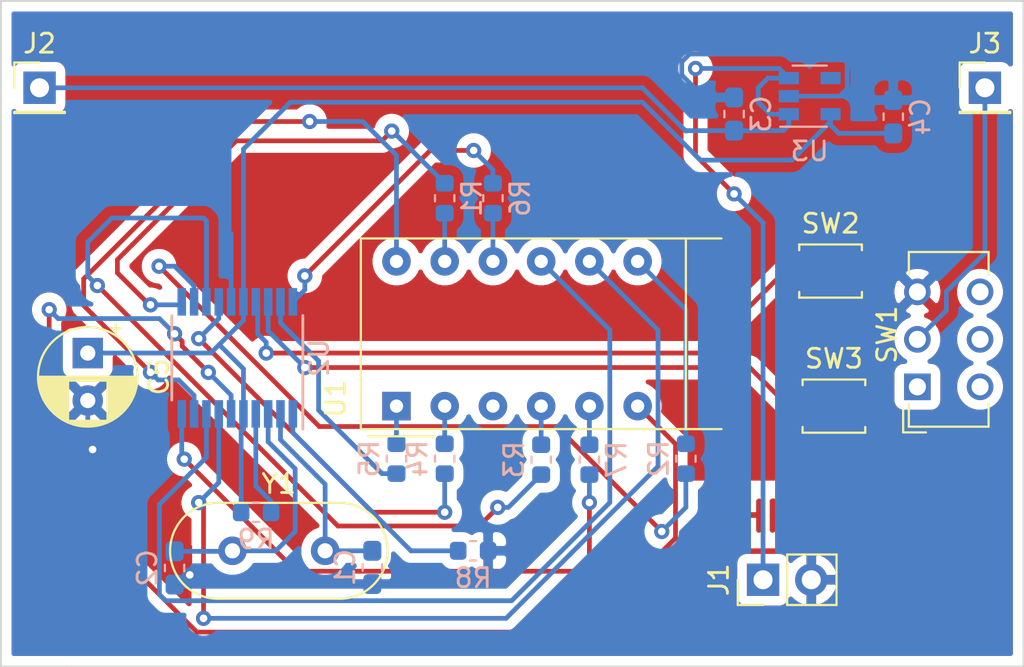
<source format=kicad_pcb>
(kicad_pcb (version 20171130) (host pcbnew 5.1.2-1.fc30)

  (general
    (thickness 1.6)
    (drawings 7)
    (tracks 222)
    (zones 0)
    (modules 24)
    (nets 32)
  )

  (page A4)
  (layers
    (0 F.Cu signal)
    (31 B.Cu signal)
    (32 B.Adhes user)
    (33 F.Adhes user)
    (34 B.Paste user)
    (35 F.Paste user)
    (36 B.SilkS user hide)
    (37 F.SilkS user hide)
    (38 B.Mask user)
    (39 F.Mask user)
    (40 Dwgs.User user)
    (41 Cmts.User user)
    (42 Eco1.User user)
    (43 Eco2.User user)
    (44 Edge.Cuts user)
    (45 Margin user)
    (46 B.CrtYd user)
    (47 F.CrtYd user)
    (48 B.Fab user hide)
    (49 F.Fab user hide)
  )

  (setup
    (last_trace_width 0.25)
    (trace_clearance 0.2)
    (zone_clearance 0.508)
    (zone_45_only no)
    (trace_min 0.2)
    (via_size 0.8)
    (via_drill 0.4)
    (via_min_size 0.4)
    (via_min_drill 0.3)
    (uvia_size 0.3)
    (uvia_drill 0.1)
    (uvias_allowed no)
    (uvia_min_size 0.2)
    (uvia_min_drill 0.1)
    (edge_width 0.05)
    (segment_width 0.2)
    (pcb_text_width 0.3)
    (pcb_text_size 1.5 1.5)
    (mod_edge_width 0.12)
    (mod_text_size 1 1)
    (mod_text_width 0.15)
    (pad_size 1.524 1.524)
    (pad_drill 0.762)
    (pad_to_mask_clearance 0.051)
    (solder_mask_min_width 0.25)
    (aux_axis_origin 0 0)
    (visible_elements FFFFFF7F)
    (pcbplotparams
      (layerselection 0x010fc_ffffffff)
      (usegerberextensions false)
      (usegerberattributes false)
      (usegerberadvancedattributes false)
      (creategerberjobfile false)
      (excludeedgelayer true)
      (linewidth 0.100000)
      (plotframeref false)
      (viasonmask false)
      (mode 1)
      (useauxorigin false)
      (hpglpennumber 1)
      (hpglpenspeed 20)
      (hpglpendiameter 15.000000)
      (psnegative false)
      (psa4output false)
      (plotreference true)
      (plotvalue true)
      (plotinvisibletext false)
      (padsonsilk false)
      (subtractmaskfromsilk false)
      (outputformat 1)
      (mirror false)
      (drillshape 1)
      (scaleselection 1)
      (outputdirectory ""))
  )

  (net 0 "")
  (net 1 GND)
  (net 2 "Net-(C1-Pad1)")
  (net 3 "Net-(C2-Pad1)")
  (net 4 "Net-(C3-Pad1)")
  (net 5 +3V3)
  (net 6 "Net-(J3-Pad1)")
  (net 7 "Net-(R1-Pad1)")
  (net 8 SA)
  (net 9 SB)
  (net 10 "Net-(R2-Pad1)")
  (net 11 SC)
  (net 12 "Net-(R3-Pad1)")
  (net 13 SD)
  (net 14 "Net-(R4-Pad1)")
  (net 15 "Net-(R5-Pad1)")
  (net 16 SE)
  (net 17 "Net-(R6-Pad1)")
  (net 18 SF)
  (net 19 SG)
  (net 20 "Net-(R7-Pad2)")
  (net 21 "Net-(R8-Pad1)")
  (net 22 "Net-(R9-Pad2)")
  (net 23 "Net-(SW1-Pad1)")
  (net 24 "Net-(SW2-Pad1)")
  (net 25 "Net-(SW3-Pad1)")
  (net 26 "Net-(U1-Pad3)")
  (net 27 D4)
  (net 28 D3)
  (net 29 D2)
  (net 30 D1)
  (net 31 "Net-(U3-Pad4)")

  (net_class Default "To jest domyślna klasa połączeń."
    (clearance 0.2)
    (trace_width 0.25)
    (via_dia 0.8)
    (via_drill 0.4)
    (uvia_dia 0.3)
    (uvia_drill 0.1)
    (add_net +3V3)
    (add_net D1)
    (add_net D2)
    (add_net D3)
    (add_net D4)
    (add_net GND)
    (add_net "Net-(C1-Pad1)")
    (add_net "Net-(C2-Pad1)")
    (add_net "Net-(C3-Pad1)")
    (add_net "Net-(J3-Pad1)")
    (add_net "Net-(R1-Pad1)")
    (add_net "Net-(R2-Pad1)")
    (add_net "Net-(R3-Pad1)")
    (add_net "Net-(R4-Pad1)")
    (add_net "Net-(R5-Pad1)")
    (add_net "Net-(R6-Pad1)")
    (add_net "Net-(R7-Pad2)")
    (add_net "Net-(R8-Pad1)")
    (add_net "Net-(R9-Pad2)")
    (add_net "Net-(SW1-Pad1)")
    (add_net "Net-(SW2-Pad1)")
    (add_net "Net-(SW3-Pad1)")
    (add_net "Net-(U1-Pad3)")
    (add_net "Net-(U3-Pad4)")
    (add_net SA)
    (add_net SB)
    (add_net SC)
    (add_net SD)
    (add_net SE)
    (add_net SF)
    (add_net SG)
  )

  (module Display_7Segment:MAN3420A (layer F.Cu) (tedit 5D1DCF59) (tstamp 5D1ED33A)
    (at 225.552 143.764 90)
    (descr https://www.digchip.com/datasheets/parts/datasheet/161/MAN3640A-pdf.php)
    (tags "One digit 7 segment green LED with left dot")
    (path /5D1B19BD)
    (fp_text reference U1 (at 0.4 -3.2 90) (layer F.SilkS)
      (effects (font (size 1 1) (thickness 0.15)))
    )
    (fp_text value BQ-M322RD (at 2.2 18.4 90) (layer F.Fab)
      (effects (font (size 1 1) (thickness 0.15)))
    )
    (fp_text user %R (at 3.8 7.8 90) (layer F.Fab)
      (effects (font (size 1 1) (thickness 0.15)))
    )
    (fp_line (start -1.59 -1.5) (end -1.59 2) (layer F.SilkS) (width 0.12))
    (fp_line (start -1.34 -2.01) (end 8.96 -2.01) (layer F.CrtYd) (width 0.05))
    (fp_line (start 8.96 -2.01) (end 8.89 13.97) (layer F.CrtYd) (width 0.05))
    (fp_line (start 8.96 17.25) (end -1.34 17.25) (layer F.CrtYd) (width 0.05))
    (fp_line (start -1.34 17.25) (end -1.34 -2.01) (layer F.CrtYd) (width 0.05))
    (fp_line (start -1.09 1) (end -0.09 0) (layer F.Fab) (width 0.1))
    (fp_line (start -0.09 0) (end -1.09 -1) (layer F.Fab) (width 0.1))
    (fp_line (start -1.09 -1) (end -1.09 -1.755) (layer F.Fab) (width 0.1))
    (fp_line (start -1.21 -1.875) (end 8.83 -1.875) (layer F.SilkS) (width 0.12))
    (fp_line (start 8.83 -1.875) (end 8.83 17.115) (layer F.SilkS) (width 0.12))
    (fp_line (start 8.83 15.24) (end -1.21 15.24) (layer F.SilkS) (width 0.12))
    (fp_line (start -1.21 17.115) (end -1.21 -1.875) (layer F.SilkS) (width 0.12))
    (fp_line (start -1.09 -1.755) (end 8.71 -1.755) (layer F.Fab) (width 0.1))
    (fp_line (start 8.71 -1.755) (end 8.71 16.995) (layer F.Fab) (width 0.1))
    (fp_line (start 8.71 16.995) (end -1.09 16.995) (layer F.Fab) (width 0.1))
    (fp_line (start -1.09 13.97) (end -1.09 1) (layer F.Fab) (width 0.1))
    (pad 1 thru_hole rect (at 0 0 90) (size 1.5 1.5) (drill 0.7) (layers *.Cu *.Mask)
      (net 15 "Net-(R5-Pad1)"))
    (pad 2 thru_hole circle (at 0 2.54 90) (size 1.5 1.5) (drill 0.7) (layers *.Cu *.Mask)
      (net 14 "Net-(R4-Pad1)"))
    (pad 3 thru_hole circle (at 0 5.08 90) (size 1.5 1.5) (drill 0.7) (layers *.Cu *.Mask)
      (net 26 "Net-(U1-Pad3)"))
    (pad 4 thru_hole circle (at 0 7.62 90) (size 1.5 1.5) (drill 0.7) (layers *.Cu *.Mask)
      (net 12 "Net-(R3-Pad1)"))
    (pad 5 thru_hole circle (at 0 10.16 90) (size 1.5 1.5) (drill 0.7) (layers *.Cu *.Mask)
      (net 20 "Net-(R7-Pad2)"))
    (pad 6 thru_hole circle (at 0 12.7 90) (size 1.5 1.5) (drill 0.7) (layers *.Cu *.Mask)
      (net 27 D4))
    (pad 7 thru_hole circle (at 7.62 12.7 90) (size 1.5 1.5) (drill 0.7) (layers *.Cu *.Mask)
      (net 10 "Net-(R2-Pad1)"))
    (pad 8 thru_hole circle (at 7.62 10.16 90) (size 1.5 1.5) (drill 0.7) (layers *.Cu *.Mask)
      (net 28 D3))
    (pad 9 thru_hole circle (at 7.62 7.62 90) (size 1.5 1.5) (drill 0.7) (layers *.Cu *.Mask)
      (net 29 D2))
    (pad 10 thru_hole circle (at 7.62 5.08 90) (size 1.5 1.5) (drill 0.7) (layers *.Cu *.Mask)
      (net 17 "Net-(R6-Pad1)"))
    (pad 11 thru_hole circle (at 7.62 2.54 90) (size 1.5 1.5) (drill 0.7) (layers *.Cu *.Mask)
      (net 7 "Net-(R1-Pad1)"))
    (pad 12 thru_hole circle (at 7.62 0 90) (size 1.5 1.5) (drill 0.7) (layers *.Cu *.Mask)
      (net 30 D1))
    (model ${KISYS3DMOD}/Display_7Segment.3dshapes/MAN3420A.wrl
      (at (xyz 0 0 0))
      (scale (xyz 1 1 1))
      (rotate (xyz 0 0 0))
    )
  )

  (module Package_SO:TSSOP-20_4.4x6.5mm_P0.65mm (layer B.Cu) (tedit 5A02F25C) (tstamp 5D1EA92B)
    (at 217.17 141.224 90)
    (descr "20-Lead Plastic Thin Shrink Small Outline (ST)-4.4 mm Body [TSSOP] (see Microchip Packaging Specification 00000049BS.pdf)")
    (tags "SSOP 0.65")
    (path /5D1B29CB)
    (attr smd)
    (fp_text reference U2 (at 0 4.3 90) (layer B.SilkS)
      (effects (font (size 1 1) (thickness 0.15)) (justify mirror))
    )
    (fp_text value STM32F030F4Px (at 0 -4.3 90) (layer B.Fab)
      (effects (font (size 1 1) (thickness 0.15)) (justify mirror))
    )
    (fp_line (start -1.2 3.25) (end 2.2 3.25) (layer B.Fab) (width 0.15))
    (fp_line (start 2.2 3.25) (end 2.2 -3.25) (layer B.Fab) (width 0.15))
    (fp_line (start 2.2 -3.25) (end -2.2 -3.25) (layer B.Fab) (width 0.15))
    (fp_line (start -2.2 -3.25) (end -2.2 2.25) (layer B.Fab) (width 0.15))
    (fp_line (start -2.2 2.25) (end -1.2 3.25) (layer B.Fab) (width 0.15))
    (fp_line (start -3.95 3.55) (end -3.95 -3.55) (layer B.CrtYd) (width 0.05))
    (fp_line (start 3.95 3.55) (end 3.95 -3.55) (layer B.CrtYd) (width 0.05))
    (fp_line (start -3.95 3.55) (end 3.95 3.55) (layer B.CrtYd) (width 0.05))
    (fp_line (start -3.95 -3.55) (end 3.95 -3.55) (layer B.CrtYd) (width 0.05))
    (fp_line (start -2.225 -3.45) (end 2.225 -3.45) (layer B.SilkS) (width 0.15))
    (fp_line (start -3.75 3.45) (end 2.225 3.45) (layer B.SilkS) (width 0.15))
    (fp_text user %R (at 0 0 90) (layer B.Fab)
      (effects (font (size 0.8 0.8) (thickness 0.15)) (justify mirror))
    )
    (pad 1 smd rect (at -2.95 2.925 90) (size 1.45 0.45) (layers B.Cu B.Paste B.Mask)
      (net 21 "Net-(R8-Pad1)"))
    (pad 2 smd rect (at -2.95 2.275 90) (size 1.45 0.45) (layers B.Cu B.Paste B.Mask)
      (net 2 "Net-(C1-Pad1)"))
    (pad 3 smd rect (at -2.95 1.625 90) (size 1.45 0.45) (layers B.Cu B.Paste B.Mask)
      (net 3 "Net-(C2-Pad1)"))
    (pad 4 smd rect (at -2.95 0.975 90) (size 1.45 0.45) (layers B.Cu B.Paste B.Mask)
      (net 22 "Net-(R9-Pad2)"))
    (pad 5 smd rect (at -2.95 0.325 90) (size 1.45 0.45) (layers B.Cu B.Paste B.Mask)
      (net 5 +3V3))
    (pad 6 smd rect (at -2.95 -0.325 90) (size 1.45 0.45) (layers B.Cu B.Paste B.Mask)
      (net 27 D4))
    (pad 7 smd rect (at -2.95 -0.975 90) (size 1.45 0.45) (layers B.Cu B.Paste B.Mask)
      (net 28 D3))
    (pad 8 smd rect (at -2.95 -1.625 90) (size 1.45 0.45) (layers B.Cu B.Paste B.Mask)
      (net 29 D2))
    (pad 9 smd rect (at -2.95 -2.275 90) (size 1.45 0.45) (layers B.Cu B.Paste B.Mask)
      (net 30 D1))
    (pad 10 smd rect (at -2.95 -2.925 90) (size 1.45 0.45) (layers B.Cu B.Paste B.Mask)
      (net 19 SG))
    (pad 11 smd rect (at 2.95 -2.925 90) (size 1.45 0.45) (layers B.Cu B.Paste B.Mask)
      (net 8 SA))
    (pad 12 smd rect (at 2.95 -2.275 90) (size 1.45 0.45) (layers B.Cu B.Paste B.Mask)
      (net 9 SB))
    (pad 13 smd rect (at 2.95 -1.625 90) (size 1.45 0.45) (layers B.Cu B.Paste B.Mask)
      (net 11 SC))
    (pad 14 smd rect (at 2.95 -0.975 90) (size 1.45 0.45) (layers B.Cu B.Paste B.Mask)
      (net 13 SD))
    (pad 15 smd rect (at 2.95 -0.325 90) (size 1.45 0.45) (layers B.Cu B.Paste B.Mask)
      (net 1 GND))
    (pad 16 smd rect (at 2.95 0.325 90) (size 1.45 0.45) (layers B.Cu B.Paste B.Mask)
      (net 5 +3V3))
    (pad 17 smd rect (at 2.95 0.975 90) (size 1.45 0.45) (layers B.Cu B.Paste B.Mask)
      (net 24 "Net-(SW2-Pad1)"))
    (pad 18 smd rect (at 2.95 1.625 90) (size 1.45 0.45) (layers B.Cu B.Paste B.Mask)
      (net 25 "Net-(SW3-Pad1)"))
    (pad 19 smd rect (at 2.95 2.275 90) (size 1.45 0.45) (layers B.Cu B.Paste B.Mask)
      (net 16 SE))
    (pad 20 smd rect (at 2.95 2.925 90) (size 1.45 0.45) (layers B.Cu B.Paste B.Mask)
      (net 18 SF))
    (model ${KISYS3DMOD}/Package_SO.3dshapes/TSSOP-20_4.4x6.5mm_P0.65mm.wrl
      (at (xyz 0 0 0))
      (scale (xyz 1 1 1))
      (rotate (xyz 0 0 0))
    )
  )

  (module Capacitor_SMD:C_0603_1608Metric_Pad1.05x0.95mm_HandSolder (layer B.Cu) (tedit 5B301BBE) (tstamp 5D1E81FF)
    (at 224.282 152.259 270)
    (descr "Capacitor SMD 0603 (1608 Metric), square (rectangular) end terminal, IPC_7351 nominal with elongated pad for handsoldering. (Body size source: http://www.tortai-tech.com/upload/download/2011102023233369053.pdf), generated with kicad-footprint-generator")
    (tags "capacitor handsolder")
    (path /5D1CEC8A)
    (attr smd)
    (fp_text reference C1 (at 0 1.43 90) (layer B.SilkS)
      (effects (font (size 1 1) (thickness 0.15)) (justify mirror))
    )
    (fp_text value 22p (at 0 -1.43 90) (layer B.Fab)
      (effects (font (size 1 1) (thickness 0.15)) (justify mirror))
    )
    (fp_text user %R (at 0 0 90) (layer B.Fab)
      (effects (font (size 0.4 0.4) (thickness 0.06)) (justify mirror))
    )
    (fp_line (start 1.65 -0.73) (end -1.65 -0.73) (layer B.CrtYd) (width 0.05))
    (fp_line (start 1.65 0.73) (end 1.65 -0.73) (layer B.CrtYd) (width 0.05))
    (fp_line (start -1.65 0.73) (end 1.65 0.73) (layer B.CrtYd) (width 0.05))
    (fp_line (start -1.65 -0.73) (end -1.65 0.73) (layer B.CrtYd) (width 0.05))
    (fp_line (start -0.171267 -0.51) (end 0.171267 -0.51) (layer B.SilkS) (width 0.12))
    (fp_line (start -0.171267 0.51) (end 0.171267 0.51) (layer B.SilkS) (width 0.12))
    (fp_line (start 0.8 -0.4) (end -0.8 -0.4) (layer B.Fab) (width 0.1))
    (fp_line (start 0.8 0.4) (end 0.8 -0.4) (layer B.Fab) (width 0.1))
    (fp_line (start -0.8 0.4) (end 0.8 0.4) (layer B.Fab) (width 0.1))
    (fp_line (start -0.8 -0.4) (end -0.8 0.4) (layer B.Fab) (width 0.1))
    (pad 2 smd roundrect (at 0.875 0 270) (size 1.05 0.95) (layers B.Cu B.Paste B.Mask) (roundrect_rratio 0.25)
      (net 1 GND))
    (pad 1 smd roundrect (at -0.875 0 270) (size 1.05 0.95) (layers B.Cu B.Paste B.Mask) (roundrect_rratio 0.25)
      (net 2 "Net-(C1-Pad1)"))
    (model ${KISYS3DMOD}/Capacitor_SMD.3dshapes/C_0603_1608Metric.wrl
      (at (xyz 0 0 0))
      (scale (xyz 1 1 1))
      (rotate (xyz 0 0 0))
    )
  )

  (module Capacitor_SMD:C_0603_1608Metric_Pad1.05x0.95mm_HandSolder (layer B.Cu) (tedit 5B301BBE) (tstamp 5D1E8210)
    (at 213.868 152.287 270)
    (descr "Capacitor SMD 0603 (1608 Metric), square (rectangular) end terminal, IPC_7351 nominal with elongated pad for handsoldering. (Body size source: http://www.tortai-tech.com/upload/download/2011102023233369053.pdf), generated with kicad-footprint-generator")
    (tags "capacitor handsolder")
    (path /5D1D00E5)
    (attr smd)
    (fp_text reference C2 (at 0 1.43 90) (layer B.SilkS)
      (effects (font (size 1 1) (thickness 0.15)) (justify mirror))
    )
    (fp_text value 22p (at 0 -1.43 90) (layer B.Fab)
      (effects (font (size 1 1) (thickness 0.15)) (justify mirror))
    )
    (fp_line (start -0.8 -0.4) (end -0.8 0.4) (layer B.Fab) (width 0.1))
    (fp_line (start -0.8 0.4) (end 0.8 0.4) (layer B.Fab) (width 0.1))
    (fp_line (start 0.8 0.4) (end 0.8 -0.4) (layer B.Fab) (width 0.1))
    (fp_line (start 0.8 -0.4) (end -0.8 -0.4) (layer B.Fab) (width 0.1))
    (fp_line (start -0.171267 0.51) (end 0.171267 0.51) (layer B.SilkS) (width 0.12))
    (fp_line (start -0.171267 -0.51) (end 0.171267 -0.51) (layer B.SilkS) (width 0.12))
    (fp_line (start -1.65 -0.73) (end -1.65 0.73) (layer B.CrtYd) (width 0.05))
    (fp_line (start -1.65 0.73) (end 1.65 0.73) (layer B.CrtYd) (width 0.05))
    (fp_line (start 1.65 0.73) (end 1.65 -0.73) (layer B.CrtYd) (width 0.05))
    (fp_line (start 1.65 -0.73) (end -1.65 -0.73) (layer B.CrtYd) (width 0.05))
    (fp_text user %R (at 0 0 90) (layer B.Fab)
      (effects (font (size 0.4 0.4) (thickness 0.06)) (justify mirror))
    )
    (pad 1 smd roundrect (at -0.875 0 270) (size 1.05 0.95) (layers B.Cu B.Paste B.Mask) (roundrect_rratio 0.25)
      (net 3 "Net-(C2-Pad1)"))
    (pad 2 smd roundrect (at 0.875 0 270) (size 1.05 0.95) (layers B.Cu B.Paste B.Mask) (roundrect_rratio 0.25)
      (net 1 GND))
    (model ${KISYS3DMOD}/Capacitor_SMD.3dshapes/C_0603_1608Metric.wrl
      (at (xyz 0 0 0))
      (scale (xyz 1 1 1))
      (rotate (xyz 0 0 0))
    )
  )

  (module Capacitor_SMD:C_0603_1608Metric_Pad1.05x0.95mm_HandSolder (layer B.Cu) (tedit 5B301BBE) (tstamp 5D1E8221)
    (at 243.332 128.383 90)
    (descr "Capacitor SMD 0603 (1608 Metric), square (rectangular) end terminal, IPC_7351 nominal with elongated pad for handsoldering. (Body size source: http://www.tortai-tech.com/upload/download/2011102023233369053.pdf), generated with kicad-footprint-generator")
    (tags "capacitor handsolder")
    (path /5D1D189F)
    (attr smd)
    (fp_text reference C3 (at 0 1.43 90) (layer B.SilkS)
      (effects (font (size 1 1) (thickness 0.15)) (justify mirror))
    )
    (fp_text value 100n (at 0 -1.43 90) (layer B.Fab)
      (effects (font (size 1 1) (thickness 0.15)) (justify mirror))
    )
    (fp_text user %R (at 0 0 90) (layer B.Fab)
      (effects (font (size 0.4 0.4) (thickness 0.06)) (justify mirror))
    )
    (fp_line (start 1.65 -0.73) (end -1.65 -0.73) (layer B.CrtYd) (width 0.05))
    (fp_line (start 1.65 0.73) (end 1.65 -0.73) (layer B.CrtYd) (width 0.05))
    (fp_line (start -1.65 0.73) (end 1.65 0.73) (layer B.CrtYd) (width 0.05))
    (fp_line (start -1.65 -0.73) (end -1.65 0.73) (layer B.CrtYd) (width 0.05))
    (fp_line (start -0.171267 -0.51) (end 0.171267 -0.51) (layer B.SilkS) (width 0.12))
    (fp_line (start -0.171267 0.51) (end 0.171267 0.51) (layer B.SilkS) (width 0.12))
    (fp_line (start 0.8 -0.4) (end -0.8 -0.4) (layer B.Fab) (width 0.1))
    (fp_line (start 0.8 0.4) (end 0.8 -0.4) (layer B.Fab) (width 0.1))
    (fp_line (start -0.8 0.4) (end 0.8 0.4) (layer B.Fab) (width 0.1))
    (fp_line (start -0.8 -0.4) (end -0.8 0.4) (layer B.Fab) (width 0.1))
    (pad 2 smd roundrect (at 0.875 0 90) (size 1.05 0.95) (layers B.Cu B.Paste B.Mask) (roundrect_rratio 0.25)
      (net 1 GND))
    (pad 1 smd roundrect (at -0.875 0 90) (size 1.05 0.95) (layers B.Cu B.Paste B.Mask) (roundrect_rratio 0.25)
      (net 4 "Net-(C3-Pad1)"))
    (model ${KISYS3DMOD}/Capacitor_SMD.3dshapes/C_0603_1608Metric.wrl
      (at (xyz 0 0 0))
      (scale (xyz 1 1 1))
      (rotate (xyz 0 0 0))
    )
  )

  (module Capacitor_SMD:C_0603_1608Metric_Pad1.05x0.95mm_HandSolder (layer B.Cu) (tedit 5B301BBE) (tstamp 5D1E8232)
    (at 251.714 128.524 90)
    (descr "Capacitor SMD 0603 (1608 Metric), square (rectangular) end terminal, IPC_7351 nominal with elongated pad for handsoldering. (Body size source: http://www.tortai-tech.com/upload/download/2011102023233369053.pdf), generated with kicad-footprint-generator")
    (tags "capacitor handsolder")
    (path /5D1D18A5)
    (attr smd)
    (fp_text reference C4 (at 0 1.43 90) (layer B.SilkS)
      (effects (font (size 1 1) (thickness 0.15)) (justify mirror))
    )
    (fp_text value 100n (at 0 -1.43 90) (layer B.Fab)
      (effects (font (size 1 1) (thickness 0.15)) (justify mirror))
    )
    (fp_line (start -0.8 -0.4) (end -0.8 0.4) (layer B.Fab) (width 0.1))
    (fp_line (start -0.8 0.4) (end 0.8 0.4) (layer B.Fab) (width 0.1))
    (fp_line (start 0.8 0.4) (end 0.8 -0.4) (layer B.Fab) (width 0.1))
    (fp_line (start 0.8 -0.4) (end -0.8 -0.4) (layer B.Fab) (width 0.1))
    (fp_line (start -0.171267 0.51) (end 0.171267 0.51) (layer B.SilkS) (width 0.12))
    (fp_line (start -0.171267 -0.51) (end 0.171267 -0.51) (layer B.SilkS) (width 0.12))
    (fp_line (start -1.65 -0.73) (end -1.65 0.73) (layer B.CrtYd) (width 0.05))
    (fp_line (start -1.65 0.73) (end 1.65 0.73) (layer B.CrtYd) (width 0.05))
    (fp_line (start 1.65 0.73) (end 1.65 -0.73) (layer B.CrtYd) (width 0.05))
    (fp_line (start 1.65 -0.73) (end -1.65 -0.73) (layer B.CrtYd) (width 0.05))
    (fp_text user %R (at 0 0 90) (layer B.Fab)
      (effects (font (size 0.4 0.4) (thickness 0.06)) (justify mirror))
    )
    (pad 1 smd roundrect (at -0.875 0 90) (size 1.05 0.95) (layers B.Cu B.Paste B.Mask) (roundrect_rratio 0.25)
      (net 5 +3V3))
    (pad 2 smd roundrect (at 0.875 0 90) (size 1.05 0.95) (layers B.Cu B.Paste B.Mask) (roundrect_rratio 0.25)
      (net 1 GND))
    (model ${KISYS3DMOD}/Capacitor_SMD.3dshapes/C_0603_1608Metric.wrl
      (at (xyz 0 0 0))
      (scale (xyz 1 1 1))
      (rotate (xyz 0 0 0))
    )
  )

  (module Connector_PinHeader_2.54mm:PinHeader_1x02_P2.54mm_Vertical (layer F.Cu) (tedit 59FED5CC) (tstamp 5D1E82F1)
    (at 244.856 152.908 90)
    (descr "Through hole straight pin header, 1x02, 2.54mm pitch, single row")
    (tags "Through hole pin header THT 1x02 2.54mm single row")
    (path /5D1C06F8)
    (fp_text reference J1 (at 0 -2.33 90) (layer F.SilkS)
      (effects (font (size 1 1) (thickness 0.15)))
    )
    (fp_text value Goldpin (at 0 4.87 90) (layer F.Fab)
      (effects (font (size 1 1) (thickness 0.15)))
    )
    (fp_line (start -0.635 -1.27) (end 1.27 -1.27) (layer F.Fab) (width 0.1))
    (fp_line (start 1.27 -1.27) (end 1.27 3.81) (layer F.Fab) (width 0.1))
    (fp_line (start 1.27 3.81) (end -1.27 3.81) (layer F.Fab) (width 0.1))
    (fp_line (start -1.27 3.81) (end -1.27 -0.635) (layer F.Fab) (width 0.1))
    (fp_line (start -1.27 -0.635) (end -0.635 -1.27) (layer F.Fab) (width 0.1))
    (fp_line (start -1.33 3.87) (end 1.33 3.87) (layer F.SilkS) (width 0.12))
    (fp_line (start -1.33 1.27) (end -1.33 3.87) (layer F.SilkS) (width 0.12))
    (fp_line (start 1.33 1.27) (end 1.33 3.87) (layer F.SilkS) (width 0.12))
    (fp_line (start -1.33 1.27) (end 1.33 1.27) (layer F.SilkS) (width 0.12))
    (fp_line (start -1.33 0) (end -1.33 -1.33) (layer F.SilkS) (width 0.12))
    (fp_line (start -1.33 -1.33) (end 0 -1.33) (layer F.SilkS) (width 0.12))
    (fp_line (start -1.8 -1.8) (end -1.8 4.35) (layer F.CrtYd) (width 0.05))
    (fp_line (start -1.8 4.35) (end 1.8 4.35) (layer F.CrtYd) (width 0.05))
    (fp_line (start 1.8 4.35) (end 1.8 -1.8) (layer F.CrtYd) (width 0.05))
    (fp_line (start 1.8 -1.8) (end -1.8 -1.8) (layer F.CrtYd) (width 0.05))
    (fp_text user %R (at 0 1.27) (layer F.Fab)
      (effects (font (size 1 1) (thickness 0.15)))
    )
    (pad 1 thru_hole rect (at 0 0 90) (size 1.7 1.7) (drill 1) (layers *.Cu *.Mask)
      (net 4 "Net-(C3-Pad1)"))
    (pad 2 thru_hole oval (at 0 2.54 90) (size 1.7 1.7) (drill 1) (layers *.Cu *.Mask)
      (net 1 GND))
    (model ${KISYS3DMOD}/Connector_PinHeader_2.54mm.3dshapes/PinHeader_1x02_P2.54mm_Vertical.wrl
      (at (xyz 0 0 0))
      (scale (xyz 1 1 1))
      (rotate (xyz 0 0 0))
    )
  )

  (module Connector_PinHeader_2.54mm:PinHeader_1x01_P2.54mm_Vertical (layer F.Cu) (tedit 59FED5CC) (tstamp 5D1EAC45)
    (at 206.756 127)
    (descr "Through hole straight pin header, 1x01, 2.54mm pitch, single row")
    (tags "Through hole pin header THT 1x01 2.54mm single row")
    (path /5D1EF089)
    (fp_text reference J2 (at 0 -2.33) (layer F.SilkS)
      (effects (font (size 1 1) (thickness 0.15)))
    )
    (fp_text value Cell+ (at 0 2.33) (layer F.Fab)
      (effects (font (size 1 1) (thickness 0.15)))
    )
    (fp_text user %R (at 0 0 90) (layer F.Fab)
      (effects (font (size 1 1) (thickness 0.15)))
    )
    (fp_line (start 1.8 -1.8) (end -1.8 -1.8) (layer F.CrtYd) (width 0.05))
    (fp_line (start 1.8 1.8) (end 1.8 -1.8) (layer F.CrtYd) (width 0.05))
    (fp_line (start -1.8 1.8) (end 1.8 1.8) (layer F.CrtYd) (width 0.05))
    (fp_line (start -1.8 -1.8) (end -1.8 1.8) (layer F.CrtYd) (width 0.05))
    (fp_line (start -1.33 -1.33) (end 0 -1.33) (layer F.SilkS) (width 0.12))
    (fp_line (start -1.33 0) (end -1.33 -1.33) (layer F.SilkS) (width 0.12))
    (fp_line (start -1.33 1.27) (end 1.33 1.27) (layer F.SilkS) (width 0.12))
    (fp_line (start 1.33 1.27) (end 1.33 1.33) (layer F.SilkS) (width 0.12))
    (fp_line (start -1.33 1.27) (end -1.33 1.33) (layer F.SilkS) (width 0.12))
    (fp_line (start -1.33 1.33) (end 1.33 1.33) (layer F.SilkS) (width 0.12))
    (fp_line (start -1.27 -0.635) (end -0.635 -1.27) (layer F.Fab) (width 0.1))
    (fp_line (start -1.27 1.27) (end -1.27 -0.635) (layer F.Fab) (width 0.1))
    (fp_line (start 1.27 1.27) (end -1.27 1.27) (layer F.Fab) (width 0.1))
    (fp_line (start 1.27 -1.27) (end 1.27 1.27) (layer F.Fab) (width 0.1))
    (fp_line (start -0.635 -1.27) (end 1.27 -1.27) (layer F.Fab) (width 0.1))
    (pad 1 thru_hole rect (at 0 0) (size 1.7 1.7) (drill 1) (layers *.Cu *.Mask)
      (net 4 "Net-(C3-Pad1)"))
    (model ${KISYS3DMOD}/Connector_PinHeader_2.54mm.3dshapes/PinHeader_1x01_P2.54mm_Vertical.wrl
      (at (xyz 0 0 0))
      (scale (xyz 1 1 1))
      (rotate (xyz 0 0 0))
    )
  )

  (module Connector_PinHeader_2.54mm:PinHeader_1x01_P2.54mm_Vertical (layer F.Cu) (tedit 59FED5CC) (tstamp 5D1EAB5A)
    (at 256.54 127)
    (descr "Through hole straight pin header, 1x01, 2.54mm pitch, single row")
    (tags "Through hole pin header THT 1x01 2.54mm single row")
    (path /5D1EFE3D)
    (fp_text reference J3 (at 0 -2.33) (layer F.SilkS)
      (effects (font (size 1 1) (thickness 0.15)))
    )
    (fp_text value Cell- (at 0 2.33) (layer F.Fab)
      (effects (font (size 1 1) (thickness 0.15)))
    )
    (fp_text user %R (at 0 0 90) (layer F.Fab)
      (effects (font (size 1 1) (thickness 0.15)))
    )
    (fp_line (start 1.8 -1.8) (end -1.8 -1.8) (layer F.CrtYd) (width 0.05))
    (fp_line (start 1.8 1.8) (end 1.8 -1.8) (layer F.CrtYd) (width 0.05))
    (fp_line (start -1.8 1.8) (end 1.8 1.8) (layer F.CrtYd) (width 0.05))
    (fp_line (start -1.8 -1.8) (end -1.8 1.8) (layer F.CrtYd) (width 0.05))
    (fp_line (start -1.33 -1.33) (end 0 -1.33) (layer F.SilkS) (width 0.12))
    (fp_line (start -1.33 0) (end -1.33 -1.33) (layer F.SilkS) (width 0.12))
    (fp_line (start -1.33 1.27) (end 1.33 1.27) (layer F.SilkS) (width 0.12))
    (fp_line (start 1.33 1.27) (end 1.33 1.33) (layer F.SilkS) (width 0.12))
    (fp_line (start -1.33 1.27) (end -1.33 1.33) (layer F.SilkS) (width 0.12))
    (fp_line (start -1.33 1.33) (end 1.33 1.33) (layer F.SilkS) (width 0.12))
    (fp_line (start -1.27 -0.635) (end -0.635 -1.27) (layer F.Fab) (width 0.1))
    (fp_line (start -1.27 1.27) (end -1.27 -0.635) (layer F.Fab) (width 0.1))
    (fp_line (start 1.27 1.27) (end -1.27 1.27) (layer F.Fab) (width 0.1))
    (fp_line (start 1.27 -1.27) (end 1.27 1.27) (layer F.Fab) (width 0.1))
    (fp_line (start -0.635 -1.27) (end 1.27 -1.27) (layer F.Fab) (width 0.1))
    (pad 1 thru_hole rect (at 0 0) (size 1.7 1.7) (drill 1) (layers *.Cu *.Mask)
      (net 6 "Net-(J3-Pad1)"))
    (model ${KISYS3DMOD}/Connector_PinHeader_2.54mm.3dshapes/PinHeader_1x01_P2.54mm_Vertical.wrl
      (at (xyz 0 0 0))
      (scale (xyz 1 1 1))
      (rotate (xyz 0 0 0))
    )
  )

  (module Resistor_SMD:R_0603_1608Metric (layer B.Cu) (tedit 5B301BBD) (tstamp 5D1E832C)
    (at 228.092 132.8165 90)
    (descr "Resistor SMD 0603 (1608 Metric), square (rectangular) end terminal, IPC_7351 nominal, (Body size source: http://www.tortai-tech.com/upload/download/2011102023233369053.pdf), generated with kicad-footprint-generator")
    (tags resistor)
    (path /5D1C39A9)
    (attr smd)
    (fp_text reference R1 (at 0 1.43 90) (layer B.SilkS)
      (effects (font (size 1 1) (thickness 0.15)) (justify mirror))
    )
    (fp_text value 120 (at 0 -1.43 90) (layer B.Fab)
      (effects (font (size 1 1) (thickness 0.15)) (justify mirror))
    )
    (fp_line (start -0.8 -0.4) (end -0.8 0.4) (layer B.Fab) (width 0.1))
    (fp_line (start -0.8 0.4) (end 0.8 0.4) (layer B.Fab) (width 0.1))
    (fp_line (start 0.8 0.4) (end 0.8 -0.4) (layer B.Fab) (width 0.1))
    (fp_line (start 0.8 -0.4) (end -0.8 -0.4) (layer B.Fab) (width 0.1))
    (fp_line (start -0.162779 0.51) (end 0.162779 0.51) (layer B.SilkS) (width 0.12))
    (fp_line (start -0.162779 -0.51) (end 0.162779 -0.51) (layer B.SilkS) (width 0.12))
    (fp_line (start -1.48 -0.73) (end -1.48 0.73) (layer B.CrtYd) (width 0.05))
    (fp_line (start -1.48 0.73) (end 1.48 0.73) (layer B.CrtYd) (width 0.05))
    (fp_line (start 1.48 0.73) (end 1.48 -0.73) (layer B.CrtYd) (width 0.05))
    (fp_line (start 1.48 -0.73) (end -1.48 -0.73) (layer B.CrtYd) (width 0.05))
    (fp_text user %R (at 0 0 90) (layer B.Fab)
      (effects (font (size 0.4 0.4) (thickness 0.06)) (justify mirror))
    )
    (pad 1 smd roundrect (at -0.7875 0 90) (size 0.875 0.95) (layers B.Cu B.Paste B.Mask) (roundrect_rratio 0.25)
      (net 7 "Net-(R1-Pad1)"))
    (pad 2 smd roundrect (at 0.7875 0 90) (size 0.875 0.95) (layers B.Cu B.Paste B.Mask) (roundrect_rratio 0.25)
      (net 8 SA))
    (model ${KISYS3DMOD}/Resistor_SMD.3dshapes/R_0603_1608Metric.wrl
      (at (xyz 0 0 0))
      (scale (xyz 1 1 1))
      (rotate (xyz 0 0 0))
    )
  )

  (module Resistor_SMD:R_0603_1608Metric (layer B.Cu) (tedit 5B301BBD) (tstamp 5D1E833D)
    (at 240.792 146.5325 270)
    (descr "Resistor SMD 0603 (1608 Metric), square (rectangular) end terminal, IPC_7351 nominal, (Body size source: http://www.tortai-tech.com/upload/download/2011102023233369053.pdf), generated with kicad-footprint-generator")
    (tags resistor)
    (path /5D1C4616)
    (attr smd)
    (fp_text reference R2 (at 0 1.43 90) (layer B.SilkS)
      (effects (font (size 1 1) (thickness 0.15)) (justify mirror))
    )
    (fp_text value 120 (at 0 -1.43 90) (layer B.Fab)
      (effects (font (size 1 1) (thickness 0.15)) (justify mirror))
    )
    (fp_text user %R (at 0 0 90) (layer B.Fab)
      (effects (font (size 0.4 0.4) (thickness 0.06)) (justify mirror))
    )
    (fp_line (start 1.48 -0.73) (end -1.48 -0.73) (layer B.CrtYd) (width 0.05))
    (fp_line (start 1.48 0.73) (end 1.48 -0.73) (layer B.CrtYd) (width 0.05))
    (fp_line (start -1.48 0.73) (end 1.48 0.73) (layer B.CrtYd) (width 0.05))
    (fp_line (start -1.48 -0.73) (end -1.48 0.73) (layer B.CrtYd) (width 0.05))
    (fp_line (start -0.162779 -0.51) (end 0.162779 -0.51) (layer B.SilkS) (width 0.12))
    (fp_line (start -0.162779 0.51) (end 0.162779 0.51) (layer B.SilkS) (width 0.12))
    (fp_line (start 0.8 -0.4) (end -0.8 -0.4) (layer B.Fab) (width 0.1))
    (fp_line (start 0.8 0.4) (end 0.8 -0.4) (layer B.Fab) (width 0.1))
    (fp_line (start -0.8 0.4) (end 0.8 0.4) (layer B.Fab) (width 0.1))
    (fp_line (start -0.8 -0.4) (end -0.8 0.4) (layer B.Fab) (width 0.1))
    (pad 2 smd roundrect (at 0.7875 0 270) (size 0.875 0.95) (layers B.Cu B.Paste B.Mask) (roundrect_rratio 0.25)
      (net 9 SB))
    (pad 1 smd roundrect (at -0.7875 0 270) (size 0.875 0.95) (layers B.Cu B.Paste B.Mask) (roundrect_rratio 0.25)
      (net 10 "Net-(R2-Pad1)"))
    (model ${KISYS3DMOD}/Resistor_SMD.3dshapes/R_0603_1608Metric.wrl
      (at (xyz 0 0 0))
      (scale (xyz 1 1 1))
      (rotate (xyz 0 0 0))
    )
  )

  (module Resistor_SMD:R_0603_1608Metric (layer B.Cu) (tedit 5B301BBD) (tstamp 5D1E834E)
    (at 233.172 146.5835 270)
    (descr "Resistor SMD 0603 (1608 Metric), square (rectangular) end terminal, IPC_7351 nominal, (Body size source: http://www.tortai-tech.com/upload/download/2011102023233369053.pdf), generated with kicad-footprint-generator")
    (tags resistor)
    (path /5D1C48D3)
    (attr smd)
    (fp_text reference R3 (at 0 1.43 90) (layer B.SilkS)
      (effects (font (size 1 1) (thickness 0.15)) (justify mirror))
    )
    (fp_text value 120 (at 0 -1.43 90) (layer B.Fab)
      (effects (font (size 1 1) (thickness 0.15)) (justify mirror))
    )
    (fp_text user %R (at 0 0 90) (layer B.Fab)
      (effects (font (size 0.4 0.4) (thickness 0.06)) (justify mirror))
    )
    (fp_line (start 1.48 -0.73) (end -1.48 -0.73) (layer B.CrtYd) (width 0.05))
    (fp_line (start 1.48 0.73) (end 1.48 -0.73) (layer B.CrtYd) (width 0.05))
    (fp_line (start -1.48 0.73) (end 1.48 0.73) (layer B.CrtYd) (width 0.05))
    (fp_line (start -1.48 -0.73) (end -1.48 0.73) (layer B.CrtYd) (width 0.05))
    (fp_line (start -0.162779 -0.51) (end 0.162779 -0.51) (layer B.SilkS) (width 0.12))
    (fp_line (start -0.162779 0.51) (end 0.162779 0.51) (layer B.SilkS) (width 0.12))
    (fp_line (start 0.8 -0.4) (end -0.8 -0.4) (layer B.Fab) (width 0.1))
    (fp_line (start 0.8 0.4) (end 0.8 -0.4) (layer B.Fab) (width 0.1))
    (fp_line (start -0.8 0.4) (end 0.8 0.4) (layer B.Fab) (width 0.1))
    (fp_line (start -0.8 -0.4) (end -0.8 0.4) (layer B.Fab) (width 0.1))
    (pad 2 smd roundrect (at 0.7875 0 270) (size 0.875 0.95) (layers B.Cu B.Paste B.Mask) (roundrect_rratio 0.25)
      (net 11 SC))
    (pad 1 smd roundrect (at -0.7875 0 270) (size 0.875 0.95) (layers B.Cu B.Paste B.Mask) (roundrect_rratio 0.25)
      (net 12 "Net-(R3-Pad1)"))
    (model ${KISYS3DMOD}/Resistor_SMD.3dshapes/R_0603_1608Metric.wrl
      (at (xyz 0 0 0))
      (scale (xyz 1 1 1))
      (rotate (xyz 0 0 0))
    )
  )

  (module Resistor_SMD:R_0603_1608Metric (layer B.Cu) (tedit 5B301BBD) (tstamp 5D1E835F)
    (at 228.092 146.5325 270)
    (descr "Resistor SMD 0603 (1608 Metric), square (rectangular) end terminal, IPC_7351 nominal, (Body size source: http://www.tortai-tech.com/upload/download/2011102023233369053.pdf), generated with kicad-footprint-generator")
    (tags resistor)
    (path /5D1C4C5D)
    (attr smd)
    (fp_text reference R4 (at 0 1.43 90) (layer B.SilkS)
      (effects (font (size 1 1) (thickness 0.15)) (justify mirror))
    )
    (fp_text value 120 (at 0 -1.43 90) (layer B.Fab)
      (effects (font (size 1 1) (thickness 0.15)) (justify mirror))
    )
    (fp_text user %R (at 0 0 90) (layer B.Fab)
      (effects (font (size 0.4 0.4) (thickness 0.06)) (justify mirror))
    )
    (fp_line (start 1.48 -0.73) (end -1.48 -0.73) (layer B.CrtYd) (width 0.05))
    (fp_line (start 1.48 0.73) (end 1.48 -0.73) (layer B.CrtYd) (width 0.05))
    (fp_line (start -1.48 0.73) (end 1.48 0.73) (layer B.CrtYd) (width 0.05))
    (fp_line (start -1.48 -0.73) (end -1.48 0.73) (layer B.CrtYd) (width 0.05))
    (fp_line (start -0.162779 -0.51) (end 0.162779 -0.51) (layer B.SilkS) (width 0.12))
    (fp_line (start -0.162779 0.51) (end 0.162779 0.51) (layer B.SilkS) (width 0.12))
    (fp_line (start 0.8 -0.4) (end -0.8 -0.4) (layer B.Fab) (width 0.1))
    (fp_line (start 0.8 0.4) (end 0.8 -0.4) (layer B.Fab) (width 0.1))
    (fp_line (start -0.8 0.4) (end 0.8 0.4) (layer B.Fab) (width 0.1))
    (fp_line (start -0.8 -0.4) (end -0.8 0.4) (layer B.Fab) (width 0.1))
    (pad 2 smd roundrect (at 0.7875 0 270) (size 0.875 0.95) (layers B.Cu B.Paste B.Mask) (roundrect_rratio 0.25)
      (net 13 SD))
    (pad 1 smd roundrect (at -0.7875 0 270) (size 0.875 0.95) (layers B.Cu B.Paste B.Mask) (roundrect_rratio 0.25)
      (net 14 "Net-(R4-Pad1)"))
    (model ${KISYS3DMOD}/Resistor_SMD.3dshapes/R_0603_1608Metric.wrl
      (at (xyz 0 0 0))
      (scale (xyz 1 1 1))
      (rotate (xyz 0 0 0))
    )
  )

  (module Resistor_SMD:R_0603_1608Metric (layer B.Cu) (tedit 5B301BBD) (tstamp 5D1E8370)
    (at 225.552 146.5325 270)
    (descr "Resistor SMD 0603 (1608 Metric), square (rectangular) end terminal, IPC_7351 nominal, (Body size source: http://www.tortai-tech.com/upload/download/2011102023233369053.pdf), generated with kicad-footprint-generator")
    (tags resistor)
    (path /5D1C4DE5)
    (attr smd)
    (fp_text reference R5 (at 0 1.43 90) (layer B.SilkS)
      (effects (font (size 1 1) (thickness 0.15)) (justify mirror))
    )
    (fp_text value 120 (at 0 -1.43 90) (layer B.Fab)
      (effects (font (size 1 1) (thickness 0.15)) (justify mirror))
    )
    (fp_line (start -0.8 -0.4) (end -0.8 0.4) (layer B.Fab) (width 0.1))
    (fp_line (start -0.8 0.4) (end 0.8 0.4) (layer B.Fab) (width 0.1))
    (fp_line (start 0.8 0.4) (end 0.8 -0.4) (layer B.Fab) (width 0.1))
    (fp_line (start 0.8 -0.4) (end -0.8 -0.4) (layer B.Fab) (width 0.1))
    (fp_line (start -0.162779 0.51) (end 0.162779 0.51) (layer B.SilkS) (width 0.12))
    (fp_line (start -0.162779 -0.51) (end 0.162779 -0.51) (layer B.SilkS) (width 0.12))
    (fp_line (start -1.48 -0.73) (end -1.48 0.73) (layer B.CrtYd) (width 0.05))
    (fp_line (start -1.48 0.73) (end 1.48 0.73) (layer B.CrtYd) (width 0.05))
    (fp_line (start 1.48 0.73) (end 1.48 -0.73) (layer B.CrtYd) (width 0.05))
    (fp_line (start 1.48 -0.73) (end -1.48 -0.73) (layer B.CrtYd) (width 0.05))
    (fp_text user %R (at 0 0 90) (layer B.Fab)
      (effects (font (size 0.4 0.4) (thickness 0.06)) (justify mirror))
    )
    (pad 1 smd roundrect (at -0.7875 0 270) (size 0.875 0.95) (layers B.Cu B.Paste B.Mask) (roundrect_rratio 0.25)
      (net 15 "Net-(R5-Pad1)"))
    (pad 2 smd roundrect (at 0.7875 0 270) (size 0.875 0.95) (layers B.Cu B.Paste B.Mask) (roundrect_rratio 0.25)
      (net 16 SE))
    (model ${KISYS3DMOD}/Resistor_SMD.3dshapes/R_0603_1608Metric.wrl
      (at (xyz 0 0 0))
      (scale (xyz 1 1 1))
      (rotate (xyz 0 0 0))
    )
  )

  (module Resistor_SMD:R_0603_1608Metric (layer B.Cu) (tedit 5B301BBD) (tstamp 5D1E8381)
    (at 230.632 132.8165 90)
    (descr "Resistor SMD 0603 (1608 Metric), square (rectangular) end terminal, IPC_7351 nominal, (Body size source: http://www.tortai-tech.com/upload/download/2011102023233369053.pdf), generated with kicad-footprint-generator")
    (tags resistor)
    (path /5D1C47A3)
    (attr smd)
    (fp_text reference R6 (at 0 1.43 90) (layer B.SilkS)
      (effects (font (size 1 1) (thickness 0.15)) (justify mirror))
    )
    (fp_text value 120 (at 0 -1.43 90) (layer B.Fab)
      (effects (font (size 1 1) (thickness 0.15)) (justify mirror))
    )
    (fp_line (start -0.8 -0.4) (end -0.8 0.4) (layer B.Fab) (width 0.1))
    (fp_line (start -0.8 0.4) (end 0.8 0.4) (layer B.Fab) (width 0.1))
    (fp_line (start 0.8 0.4) (end 0.8 -0.4) (layer B.Fab) (width 0.1))
    (fp_line (start 0.8 -0.4) (end -0.8 -0.4) (layer B.Fab) (width 0.1))
    (fp_line (start -0.162779 0.51) (end 0.162779 0.51) (layer B.SilkS) (width 0.12))
    (fp_line (start -0.162779 -0.51) (end 0.162779 -0.51) (layer B.SilkS) (width 0.12))
    (fp_line (start -1.48 -0.73) (end -1.48 0.73) (layer B.CrtYd) (width 0.05))
    (fp_line (start -1.48 0.73) (end 1.48 0.73) (layer B.CrtYd) (width 0.05))
    (fp_line (start 1.48 0.73) (end 1.48 -0.73) (layer B.CrtYd) (width 0.05))
    (fp_line (start 1.48 -0.73) (end -1.48 -0.73) (layer B.CrtYd) (width 0.05))
    (fp_text user %R (at 0 0 90) (layer B.Fab)
      (effects (font (size 0.4 0.4) (thickness 0.06)) (justify mirror))
    )
    (pad 1 smd roundrect (at -0.7875 0 90) (size 0.875 0.95) (layers B.Cu B.Paste B.Mask) (roundrect_rratio 0.25)
      (net 17 "Net-(R6-Pad1)"))
    (pad 2 smd roundrect (at 0.7875 0 90) (size 0.875 0.95) (layers B.Cu B.Paste B.Mask) (roundrect_rratio 0.25)
      (net 18 SF))
    (model ${KISYS3DMOD}/Resistor_SMD.3dshapes/R_0603_1608Metric.wrl
      (at (xyz 0 0 0))
      (scale (xyz 1 1 1))
      (rotate (xyz 0 0 0))
    )
  )

  (module Resistor_SMD:R_0603_1608Metric (layer B.Cu) (tedit 5B301BBD) (tstamp 5D1E8392)
    (at 235.712 146.5835 90)
    (descr "Resistor SMD 0603 (1608 Metric), square (rectangular) end terminal, IPC_7351 nominal, (Body size source: http://www.tortai-tech.com/upload/download/2011102023233369053.pdf), generated with kicad-footprint-generator")
    (tags resistor)
    (path /5D1C4AAC)
    (attr smd)
    (fp_text reference R7 (at 0 1.43 90) (layer B.SilkS)
      (effects (font (size 1 1) (thickness 0.15)) (justify mirror))
    )
    (fp_text value 120 (at 0 -1.43 90) (layer B.Fab)
      (effects (font (size 1 1) (thickness 0.15)) (justify mirror))
    )
    (fp_line (start -0.8 -0.4) (end -0.8 0.4) (layer B.Fab) (width 0.1))
    (fp_line (start -0.8 0.4) (end 0.8 0.4) (layer B.Fab) (width 0.1))
    (fp_line (start 0.8 0.4) (end 0.8 -0.4) (layer B.Fab) (width 0.1))
    (fp_line (start 0.8 -0.4) (end -0.8 -0.4) (layer B.Fab) (width 0.1))
    (fp_line (start -0.162779 0.51) (end 0.162779 0.51) (layer B.SilkS) (width 0.12))
    (fp_line (start -0.162779 -0.51) (end 0.162779 -0.51) (layer B.SilkS) (width 0.12))
    (fp_line (start -1.48 -0.73) (end -1.48 0.73) (layer B.CrtYd) (width 0.05))
    (fp_line (start -1.48 0.73) (end 1.48 0.73) (layer B.CrtYd) (width 0.05))
    (fp_line (start 1.48 0.73) (end 1.48 -0.73) (layer B.CrtYd) (width 0.05))
    (fp_line (start 1.48 -0.73) (end -1.48 -0.73) (layer B.CrtYd) (width 0.05))
    (fp_text user %R (at 0 0 90) (layer B.Fab)
      (effects (font (size 0.4 0.4) (thickness 0.06)) (justify mirror))
    )
    (pad 1 smd roundrect (at -0.7875 0 90) (size 0.875 0.95) (layers B.Cu B.Paste B.Mask) (roundrect_rratio 0.25)
      (net 19 SG))
    (pad 2 smd roundrect (at 0.7875 0 90) (size 0.875 0.95) (layers B.Cu B.Paste B.Mask) (roundrect_rratio 0.25)
      (net 20 "Net-(R7-Pad2)"))
    (model ${KISYS3DMOD}/Resistor_SMD.3dshapes/R_0603_1608Metric.wrl
      (at (xyz 0 0 0))
      (scale (xyz 1 1 1))
      (rotate (xyz 0 0 0))
    )
  )

  (module Resistor_SMD:R_0603_1608Metric (layer B.Cu) (tedit 5B301BBD) (tstamp 5D1E83A3)
    (at 229.5905 151.384)
    (descr "Resistor SMD 0603 (1608 Metric), square (rectangular) end terminal, IPC_7351 nominal, (Body size source: http://www.tortai-tech.com/upload/download/2011102023233369053.pdf), generated with kicad-footprint-generator")
    (tags resistor)
    (path /5D1D5243)
    (attr smd)
    (fp_text reference R8 (at 0 1.43) (layer B.SilkS)
      (effects (font (size 1 1) (thickness 0.15)) (justify mirror))
    )
    (fp_text value 10k (at 0 -1.43) (layer B.Fab)
      (effects (font (size 1 1) (thickness 0.15)) (justify mirror))
    )
    (fp_line (start -0.8 -0.4) (end -0.8 0.4) (layer B.Fab) (width 0.1))
    (fp_line (start -0.8 0.4) (end 0.8 0.4) (layer B.Fab) (width 0.1))
    (fp_line (start 0.8 0.4) (end 0.8 -0.4) (layer B.Fab) (width 0.1))
    (fp_line (start 0.8 -0.4) (end -0.8 -0.4) (layer B.Fab) (width 0.1))
    (fp_line (start -0.162779 0.51) (end 0.162779 0.51) (layer B.SilkS) (width 0.12))
    (fp_line (start -0.162779 -0.51) (end 0.162779 -0.51) (layer B.SilkS) (width 0.12))
    (fp_line (start -1.48 -0.73) (end -1.48 0.73) (layer B.CrtYd) (width 0.05))
    (fp_line (start -1.48 0.73) (end 1.48 0.73) (layer B.CrtYd) (width 0.05))
    (fp_line (start 1.48 0.73) (end 1.48 -0.73) (layer B.CrtYd) (width 0.05))
    (fp_line (start 1.48 -0.73) (end -1.48 -0.73) (layer B.CrtYd) (width 0.05))
    (fp_text user %R (at 0 0) (layer B.Fab)
      (effects (font (size 0.4 0.4) (thickness 0.06)) (justify mirror))
    )
    (pad 1 smd roundrect (at -0.7875 0) (size 0.875 0.95) (layers B.Cu B.Paste B.Mask) (roundrect_rratio 0.25)
      (net 21 "Net-(R8-Pad1)"))
    (pad 2 smd roundrect (at 0.7875 0) (size 0.875 0.95) (layers B.Cu B.Paste B.Mask) (roundrect_rratio 0.25)
      (net 1 GND))
    (model ${KISYS3DMOD}/Resistor_SMD.3dshapes/R_0603_1608Metric.wrl
      (at (xyz 0 0 0))
      (scale (xyz 1 1 1))
      (rotate (xyz 0 0 0))
    )
  )

  (module Resistor_SMD:R_0603_1608Metric (layer B.Cu) (tedit 5B301BBD) (tstamp 5D1E83B4)
    (at 218.1605 149.352)
    (descr "Resistor SMD 0603 (1608 Metric), square (rectangular) end terminal, IPC_7351 nominal, (Body size source: http://www.tortai-tech.com/upload/download/2011102023233369053.pdf), generated with kicad-footprint-generator")
    (tags resistor)
    (path /5D1D5249)
    (attr smd)
    (fp_text reference R9 (at 0 1.43) (layer B.SilkS)
      (effects (font (size 1 1) (thickness 0.15)) (justify mirror))
    )
    (fp_text value 10k (at 0 -1.43) (layer B.Fab)
      (effects (font (size 1 1) (thickness 0.15)) (justify mirror))
    )
    (fp_text user %R (at 0 0) (layer B.Fab)
      (effects (font (size 0.4 0.4) (thickness 0.06)) (justify mirror))
    )
    (fp_line (start 1.48 -0.73) (end -1.48 -0.73) (layer B.CrtYd) (width 0.05))
    (fp_line (start 1.48 0.73) (end 1.48 -0.73) (layer B.CrtYd) (width 0.05))
    (fp_line (start -1.48 0.73) (end 1.48 0.73) (layer B.CrtYd) (width 0.05))
    (fp_line (start -1.48 -0.73) (end -1.48 0.73) (layer B.CrtYd) (width 0.05))
    (fp_line (start -0.162779 -0.51) (end 0.162779 -0.51) (layer B.SilkS) (width 0.12))
    (fp_line (start -0.162779 0.51) (end 0.162779 0.51) (layer B.SilkS) (width 0.12))
    (fp_line (start 0.8 -0.4) (end -0.8 -0.4) (layer B.Fab) (width 0.1))
    (fp_line (start 0.8 0.4) (end 0.8 -0.4) (layer B.Fab) (width 0.1))
    (fp_line (start -0.8 0.4) (end 0.8 0.4) (layer B.Fab) (width 0.1))
    (fp_line (start -0.8 -0.4) (end -0.8 0.4) (layer B.Fab) (width 0.1))
    (pad 2 smd roundrect (at 0.7875 0) (size 0.875 0.95) (layers B.Cu B.Paste B.Mask) (roundrect_rratio 0.25)
      (net 22 "Net-(R9-Pad2)"))
    (pad 1 smd roundrect (at -0.7875 0) (size 0.875 0.95) (layers B.Cu B.Paste B.Mask) (roundrect_rratio 0.25)
      (net 5 +3V3))
    (model ${KISYS3DMOD}/Resistor_SMD.3dshapes/R_0603_1608Metric.wrl
      (at (xyz 0 0 0))
      (scale (xyz 1 1 1))
      (rotate (xyz 0 0 0))
    )
  )

  (module Button_Switch_THT:SW_CuK_JS202011CQN_DPDT_Straight (layer F.Cu) (tedit 5A02FE31) (tstamp 5D1E83D0)
    (at 252.984 142.748 90)
    (descr "CuK sub miniature slide switch, JS series, DPDT, right angle, http://www.ckswitches.com/media/1422/js.pdf")
    (tags "switch DPDT")
    (path /5D1B5FD6)
    (fp_text reference SW1 (at 2.75 -1.6 90) (layer F.SilkS)
      (effects (font (size 1 1) (thickness 0.15)))
    )
    (fp_text value POWER (at 3 5 90) (layer F.Fab)
      (effects (font (size 1 1) (thickness 0.15)))
    )
    (fp_line (start -1 -0.35) (end -2 0.65) (layer F.Fab) (width 0.1))
    (fp_line (start -2.25 4.25) (end -2.25 -0.95) (layer F.CrtYd) (width 0.05))
    (fp_line (start 7.25 4.25) (end -2.25 4.25) (layer F.CrtYd) (width 0.05))
    (fp_line (start 7.25 -0.95) (end 7.25 4.25) (layer F.CrtYd) (width 0.05))
    (fp_line (start -2.25 -0.95) (end 7.25 -0.95) (layer F.CrtYd) (width 0.05))
    (fp_line (start -2.4 -0.75) (end -2.4 0.45) (layer F.SilkS) (width 0.12))
    (fp_line (start -1.2 -0.75) (end -2.4 -0.75) (layer F.SilkS) (width 0.12))
    (fp_line (start 7.1 3.75) (end 5.9 3.75) (layer F.SilkS) (width 0.12))
    (fp_line (start 7.1 -0.45) (end 7.1 3.75) (layer F.SilkS) (width 0.12))
    (fp_line (start 5.9 -0.45) (end 7.1 -0.45) (layer F.SilkS) (width 0.12))
    (fp_line (start -2.1 3.75) (end -0.9 3.75) (layer F.SilkS) (width 0.12))
    (fp_line (start -2.1 -0.45) (end -2.1 3.75) (layer F.SilkS) (width 0.12))
    (fp_line (start -0.9 -0.45) (end -2.1 -0.45) (layer F.SilkS) (width 0.12))
    (fp_text user %R (at 2 1.65 90) (layer F.Fab)
      (effects (font (size 1 1) (thickness 0.15)))
    )
    (fp_line (start -2 3.65) (end -2 0.65) (layer F.Fab) (width 0.1))
    (fp_line (start 7 3.65) (end -2 3.65) (layer F.Fab) (width 0.1))
    (fp_line (start 7 -0.35) (end 7 3.65) (layer F.Fab) (width 0.1))
    (fp_line (start -1 -0.35) (end 7 -0.35) (layer F.Fab) (width 0.1))
    (pad 1 thru_hole rect (at 0 0 90) (size 1.4 1.4) (drill 0.9) (layers *.Cu *.Mask)
      (net 23 "Net-(SW1-Pad1)"))
    (pad 2 thru_hole circle (at 2.5 0 90) (size 1.4 1.4) (drill 0.9) (layers *.Cu *.Mask)
      (net 6 "Net-(J3-Pad1)"))
    (pad 3 thru_hole circle (at 5 0 90) (size 1.4 1.4) (drill 0.9) (layers *.Cu *.Mask)
      (net 1 GND))
    (pad 4 thru_hole circle (at 0 3.3 90) (size 1.4 1.4) (drill 0.9) (layers *.Cu *.Mask))
    (pad 5 thru_hole circle (at 2.5 3.3 90) (size 1.4 1.4) (drill 0.9) (layers *.Cu *.Mask))
    (pad 6 thru_hole circle (at 5 3.3 90) (size 1.4 1.4) (drill 0.9) (layers *.Cu *.Mask))
    (model ${KISYS3DMOD}/Button_Switch_THT.3dshapes/SW_CuK_JS202011CQN_DPDT_Straight.wrl
      (at (xyz 0 0 0))
      (scale (xyz 1 1 1))
      (rotate (xyz 0 0 0))
    )
  )

  (module Package_TO_SOT_SMD:SOT-23-5 (layer B.Cu) (tedit 5A02FF57) (tstamp 5D1EAAA3)
    (at 247.312 127.442)
    (descr "5-pin SOT23 package")
    (tags SOT-23-5)
    (path /5D1C1C28)
    (attr smd)
    (fp_text reference U3 (at 0 2.9) (layer B.SilkS)
      (effects (font (size 1 1) (thickness 0.15)) (justify mirror))
    )
    (fp_text value "TC1185-3.3VCT8 " (at 0 -2.9) (layer B.Fab)
      (effects (font (size 1 1) (thickness 0.15)) (justify mirror))
    )
    (fp_text user %R (at 0 0 -90) (layer B.Fab)
      (effects (font (size 0.5 0.5) (thickness 0.075)) (justify mirror))
    )
    (fp_line (start -0.9 -1.61) (end 0.9 -1.61) (layer B.SilkS) (width 0.12))
    (fp_line (start 0.9 1.61) (end -1.55 1.61) (layer B.SilkS) (width 0.12))
    (fp_line (start -1.9 1.8) (end 1.9 1.8) (layer B.CrtYd) (width 0.05))
    (fp_line (start 1.9 1.8) (end 1.9 -1.8) (layer B.CrtYd) (width 0.05))
    (fp_line (start 1.9 -1.8) (end -1.9 -1.8) (layer B.CrtYd) (width 0.05))
    (fp_line (start -1.9 -1.8) (end -1.9 1.8) (layer B.CrtYd) (width 0.05))
    (fp_line (start -0.9 0.9) (end -0.25 1.55) (layer B.Fab) (width 0.1))
    (fp_line (start 0.9 1.55) (end -0.25 1.55) (layer B.Fab) (width 0.1))
    (fp_line (start -0.9 0.9) (end -0.9 -1.55) (layer B.Fab) (width 0.1))
    (fp_line (start 0.9 -1.55) (end -0.9 -1.55) (layer B.Fab) (width 0.1))
    (fp_line (start 0.9 1.55) (end 0.9 -1.55) (layer B.Fab) (width 0.1))
    (pad 1 smd rect (at -1.1 0.95) (size 1.06 0.65) (layers B.Cu B.Paste B.Mask)
      (net 4 "Net-(C3-Pad1)"))
    (pad 2 smd rect (at -1.1 0) (size 1.06 0.65) (layers B.Cu B.Paste B.Mask)
      (net 1 GND))
    (pad 3 smd rect (at -1.1 -0.95) (size 1.06 0.65) (layers B.Cu B.Paste B.Mask)
      (net 4 "Net-(C3-Pad1)"))
    (pad 4 smd rect (at 1.1 -0.95) (size 1.06 0.65) (layers B.Cu B.Paste B.Mask)
      (net 31 "Net-(U3-Pad4)"))
    (pad 5 smd rect (at 1.1 0.95) (size 1.06 0.65) (layers B.Cu B.Paste B.Mask)
      (net 5 +3V3))
    (model ${KISYS3DMOD}/Package_TO_SOT_SMD.3dshapes/SOT-23-5.wrl
      (at (xyz 0 0 0))
      (scale (xyz 1 1 1))
      (rotate (xyz 0 0 0))
    )
  )

  (module Crystal:Crystal_HC49-4H_Vertical (layer F.Cu) (tedit 5A1AD3B7) (tstamp 5D1E847C)
    (at 216.916 151.384)
    (descr "Crystal THT HC-49-4H http://5hertz.com/pdfs/04404_D.pdf")
    (tags "THT crystalHC-49-4H")
    (path /5D1B3EB6)
    (fp_text reference Y1 (at 2.44 -3.525) (layer F.SilkS)
      (effects (font (size 1 1) (thickness 0.15)))
    )
    (fp_text value 18.432MHz (at 2.44 3.525) (layer F.Fab)
      (effects (font (size 1 1) (thickness 0.15)))
    )
    (fp_text user %R (at 2.44 0) (layer F.Fab)
      (effects (font (size 1 1) (thickness 0.15)))
    )
    (fp_line (start -0.76 -2.325) (end 5.64 -2.325) (layer F.Fab) (width 0.1))
    (fp_line (start -0.76 2.325) (end 5.64 2.325) (layer F.Fab) (width 0.1))
    (fp_line (start -0.56 -2) (end 5.44 -2) (layer F.Fab) (width 0.1))
    (fp_line (start -0.56 2) (end 5.44 2) (layer F.Fab) (width 0.1))
    (fp_line (start -0.76 -2.525) (end 5.64 -2.525) (layer F.SilkS) (width 0.12))
    (fp_line (start -0.76 2.525) (end 5.64 2.525) (layer F.SilkS) (width 0.12))
    (fp_line (start -3.6 -2.8) (end -3.6 2.8) (layer F.CrtYd) (width 0.05))
    (fp_line (start -3.6 2.8) (end 8.5 2.8) (layer F.CrtYd) (width 0.05))
    (fp_line (start 8.5 2.8) (end 8.5 -2.8) (layer F.CrtYd) (width 0.05))
    (fp_line (start 8.5 -2.8) (end -3.6 -2.8) (layer F.CrtYd) (width 0.05))
    (fp_arc (start -0.76 0) (end -0.76 -2.325) (angle -180) (layer F.Fab) (width 0.1))
    (fp_arc (start 5.64 0) (end 5.64 -2.325) (angle 180) (layer F.Fab) (width 0.1))
    (fp_arc (start -0.56 0) (end -0.56 -2) (angle -180) (layer F.Fab) (width 0.1))
    (fp_arc (start 5.44 0) (end 5.44 -2) (angle 180) (layer F.Fab) (width 0.1))
    (fp_arc (start -0.76 0) (end -0.76 -2.525) (angle -180) (layer F.SilkS) (width 0.12))
    (fp_arc (start 5.64 0) (end 5.64 -2.525) (angle 180) (layer F.SilkS) (width 0.12))
    (pad 1 thru_hole circle (at 0 0) (size 1.5 1.5) (drill 0.8) (layers *.Cu *.Mask)
      (net 3 "Net-(C2-Pad1)"))
    (pad 2 thru_hole circle (at 4.88 0) (size 1.5 1.5) (drill 0.8) (layers *.Cu *.Mask)
      (net 2 "Net-(C1-Pad1)"))
    (model ${KISYS3DMOD}/Crystal.3dshapes/Crystal_HC49-4H_Vertical.wrl
      (at (xyz 0 0 0))
      (scale (xyz 1 1 1))
      (rotate (xyz 0 0 0))
    )
  )

  (module Capacitor_THT:CP_Radial_D5.0mm_P2.50mm (layer F.Cu) (tedit 5AE50EF0) (tstamp 5D1E8EE1)
    (at 209.296 140.97 270)
    (descr "CP, Radial series, Radial, pin pitch=2.50mm, , diameter=5mm, Electrolytic Capacitor")
    (tags "CP Radial series Radial pin pitch 2.50mm  diameter 5mm Electrolytic Capacitor")
    (path /5D1D34FD)
    (fp_text reference C5 (at 1.25 -3.75 90) (layer F.SilkS)
      (effects (font (size 1 1) (thickness 0.15)))
    )
    (fp_text value 100u (at 1.25 3.75 90) (layer F.Fab)
      (effects (font (size 1 1) (thickness 0.15)))
    )
    (fp_circle (center 1.25 0) (end 3.75 0) (layer F.Fab) (width 0.1))
    (fp_circle (center 1.25 0) (end 3.87 0) (layer F.SilkS) (width 0.12))
    (fp_circle (center 1.25 0) (end 4 0) (layer F.CrtYd) (width 0.05))
    (fp_line (start -0.883605 -1.0875) (end -0.383605 -1.0875) (layer F.Fab) (width 0.1))
    (fp_line (start -0.633605 -1.3375) (end -0.633605 -0.8375) (layer F.Fab) (width 0.1))
    (fp_line (start 1.25 -2.58) (end 1.25 2.58) (layer F.SilkS) (width 0.12))
    (fp_line (start 1.29 -2.58) (end 1.29 2.58) (layer F.SilkS) (width 0.12))
    (fp_line (start 1.33 -2.579) (end 1.33 2.579) (layer F.SilkS) (width 0.12))
    (fp_line (start 1.37 -2.578) (end 1.37 2.578) (layer F.SilkS) (width 0.12))
    (fp_line (start 1.41 -2.576) (end 1.41 2.576) (layer F.SilkS) (width 0.12))
    (fp_line (start 1.45 -2.573) (end 1.45 2.573) (layer F.SilkS) (width 0.12))
    (fp_line (start 1.49 -2.569) (end 1.49 -1.04) (layer F.SilkS) (width 0.12))
    (fp_line (start 1.49 1.04) (end 1.49 2.569) (layer F.SilkS) (width 0.12))
    (fp_line (start 1.53 -2.565) (end 1.53 -1.04) (layer F.SilkS) (width 0.12))
    (fp_line (start 1.53 1.04) (end 1.53 2.565) (layer F.SilkS) (width 0.12))
    (fp_line (start 1.57 -2.561) (end 1.57 -1.04) (layer F.SilkS) (width 0.12))
    (fp_line (start 1.57 1.04) (end 1.57 2.561) (layer F.SilkS) (width 0.12))
    (fp_line (start 1.61 -2.556) (end 1.61 -1.04) (layer F.SilkS) (width 0.12))
    (fp_line (start 1.61 1.04) (end 1.61 2.556) (layer F.SilkS) (width 0.12))
    (fp_line (start 1.65 -2.55) (end 1.65 -1.04) (layer F.SilkS) (width 0.12))
    (fp_line (start 1.65 1.04) (end 1.65 2.55) (layer F.SilkS) (width 0.12))
    (fp_line (start 1.69 -2.543) (end 1.69 -1.04) (layer F.SilkS) (width 0.12))
    (fp_line (start 1.69 1.04) (end 1.69 2.543) (layer F.SilkS) (width 0.12))
    (fp_line (start 1.73 -2.536) (end 1.73 -1.04) (layer F.SilkS) (width 0.12))
    (fp_line (start 1.73 1.04) (end 1.73 2.536) (layer F.SilkS) (width 0.12))
    (fp_line (start 1.77 -2.528) (end 1.77 -1.04) (layer F.SilkS) (width 0.12))
    (fp_line (start 1.77 1.04) (end 1.77 2.528) (layer F.SilkS) (width 0.12))
    (fp_line (start 1.81 -2.52) (end 1.81 -1.04) (layer F.SilkS) (width 0.12))
    (fp_line (start 1.81 1.04) (end 1.81 2.52) (layer F.SilkS) (width 0.12))
    (fp_line (start 1.85 -2.511) (end 1.85 -1.04) (layer F.SilkS) (width 0.12))
    (fp_line (start 1.85 1.04) (end 1.85 2.511) (layer F.SilkS) (width 0.12))
    (fp_line (start 1.89 -2.501) (end 1.89 -1.04) (layer F.SilkS) (width 0.12))
    (fp_line (start 1.89 1.04) (end 1.89 2.501) (layer F.SilkS) (width 0.12))
    (fp_line (start 1.93 -2.491) (end 1.93 -1.04) (layer F.SilkS) (width 0.12))
    (fp_line (start 1.93 1.04) (end 1.93 2.491) (layer F.SilkS) (width 0.12))
    (fp_line (start 1.971 -2.48) (end 1.971 -1.04) (layer F.SilkS) (width 0.12))
    (fp_line (start 1.971 1.04) (end 1.971 2.48) (layer F.SilkS) (width 0.12))
    (fp_line (start 2.011 -2.468) (end 2.011 -1.04) (layer F.SilkS) (width 0.12))
    (fp_line (start 2.011 1.04) (end 2.011 2.468) (layer F.SilkS) (width 0.12))
    (fp_line (start 2.051 -2.455) (end 2.051 -1.04) (layer F.SilkS) (width 0.12))
    (fp_line (start 2.051 1.04) (end 2.051 2.455) (layer F.SilkS) (width 0.12))
    (fp_line (start 2.091 -2.442) (end 2.091 -1.04) (layer F.SilkS) (width 0.12))
    (fp_line (start 2.091 1.04) (end 2.091 2.442) (layer F.SilkS) (width 0.12))
    (fp_line (start 2.131 -2.428) (end 2.131 -1.04) (layer F.SilkS) (width 0.12))
    (fp_line (start 2.131 1.04) (end 2.131 2.428) (layer F.SilkS) (width 0.12))
    (fp_line (start 2.171 -2.414) (end 2.171 -1.04) (layer F.SilkS) (width 0.12))
    (fp_line (start 2.171 1.04) (end 2.171 2.414) (layer F.SilkS) (width 0.12))
    (fp_line (start 2.211 -2.398) (end 2.211 -1.04) (layer F.SilkS) (width 0.12))
    (fp_line (start 2.211 1.04) (end 2.211 2.398) (layer F.SilkS) (width 0.12))
    (fp_line (start 2.251 -2.382) (end 2.251 -1.04) (layer F.SilkS) (width 0.12))
    (fp_line (start 2.251 1.04) (end 2.251 2.382) (layer F.SilkS) (width 0.12))
    (fp_line (start 2.291 -2.365) (end 2.291 -1.04) (layer F.SilkS) (width 0.12))
    (fp_line (start 2.291 1.04) (end 2.291 2.365) (layer F.SilkS) (width 0.12))
    (fp_line (start 2.331 -2.348) (end 2.331 -1.04) (layer F.SilkS) (width 0.12))
    (fp_line (start 2.331 1.04) (end 2.331 2.348) (layer F.SilkS) (width 0.12))
    (fp_line (start 2.371 -2.329) (end 2.371 -1.04) (layer F.SilkS) (width 0.12))
    (fp_line (start 2.371 1.04) (end 2.371 2.329) (layer F.SilkS) (width 0.12))
    (fp_line (start 2.411 -2.31) (end 2.411 -1.04) (layer F.SilkS) (width 0.12))
    (fp_line (start 2.411 1.04) (end 2.411 2.31) (layer F.SilkS) (width 0.12))
    (fp_line (start 2.451 -2.29) (end 2.451 -1.04) (layer F.SilkS) (width 0.12))
    (fp_line (start 2.451 1.04) (end 2.451 2.29) (layer F.SilkS) (width 0.12))
    (fp_line (start 2.491 -2.268) (end 2.491 -1.04) (layer F.SilkS) (width 0.12))
    (fp_line (start 2.491 1.04) (end 2.491 2.268) (layer F.SilkS) (width 0.12))
    (fp_line (start 2.531 -2.247) (end 2.531 -1.04) (layer F.SilkS) (width 0.12))
    (fp_line (start 2.531 1.04) (end 2.531 2.247) (layer F.SilkS) (width 0.12))
    (fp_line (start 2.571 -2.224) (end 2.571 -1.04) (layer F.SilkS) (width 0.12))
    (fp_line (start 2.571 1.04) (end 2.571 2.224) (layer F.SilkS) (width 0.12))
    (fp_line (start 2.611 -2.2) (end 2.611 -1.04) (layer F.SilkS) (width 0.12))
    (fp_line (start 2.611 1.04) (end 2.611 2.2) (layer F.SilkS) (width 0.12))
    (fp_line (start 2.651 -2.175) (end 2.651 -1.04) (layer F.SilkS) (width 0.12))
    (fp_line (start 2.651 1.04) (end 2.651 2.175) (layer F.SilkS) (width 0.12))
    (fp_line (start 2.691 -2.149) (end 2.691 -1.04) (layer F.SilkS) (width 0.12))
    (fp_line (start 2.691 1.04) (end 2.691 2.149) (layer F.SilkS) (width 0.12))
    (fp_line (start 2.731 -2.122) (end 2.731 -1.04) (layer F.SilkS) (width 0.12))
    (fp_line (start 2.731 1.04) (end 2.731 2.122) (layer F.SilkS) (width 0.12))
    (fp_line (start 2.771 -2.095) (end 2.771 -1.04) (layer F.SilkS) (width 0.12))
    (fp_line (start 2.771 1.04) (end 2.771 2.095) (layer F.SilkS) (width 0.12))
    (fp_line (start 2.811 -2.065) (end 2.811 -1.04) (layer F.SilkS) (width 0.12))
    (fp_line (start 2.811 1.04) (end 2.811 2.065) (layer F.SilkS) (width 0.12))
    (fp_line (start 2.851 -2.035) (end 2.851 -1.04) (layer F.SilkS) (width 0.12))
    (fp_line (start 2.851 1.04) (end 2.851 2.035) (layer F.SilkS) (width 0.12))
    (fp_line (start 2.891 -2.004) (end 2.891 -1.04) (layer F.SilkS) (width 0.12))
    (fp_line (start 2.891 1.04) (end 2.891 2.004) (layer F.SilkS) (width 0.12))
    (fp_line (start 2.931 -1.971) (end 2.931 -1.04) (layer F.SilkS) (width 0.12))
    (fp_line (start 2.931 1.04) (end 2.931 1.971) (layer F.SilkS) (width 0.12))
    (fp_line (start 2.971 -1.937) (end 2.971 -1.04) (layer F.SilkS) (width 0.12))
    (fp_line (start 2.971 1.04) (end 2.971 1.937) (layer F.SilkS) (width 0.12))
    (fp_line (start 3.011 -1.901) (end 3.011 -1.04) (layer F.SilkS) (width 0.12))
    (fp_line (start 3.011 1.04) (end 3.011 1.901) (layer F.SilkS) (width 0.12))
    (fp_line (start 3.051 -1.864) (end 3.051 -1.04) (layer F.SilkS) (width 0.12))
    (fp_line (start 3.051 1.04) (end 3.051 1.864) (layer F.SilkS) (width 0.12))
    (fp_line (start 3.091 -1.826) (end 3.091 -1.04) (layer F.SilkS) (width 0.12))
    (fp_line (start 3.091 1.04) (end 3.091 1.826) (layer F.SilkS) (width 0.12))
    (fp_line (start 3.131 -1.785) (end 3.131 -1.04) (layer F.SilkS) (width 0.12))
    (fp_line (start 3.131 1.04) (end 3.131 1.785) (layer F.SilkS) (width 0.12))
    (fp_line (start 3.171 -1.743) (end 3.171 -1.04) (layer F.SilkS) (width 0.12))
    (fp_line (start 3.171 1.04) (end 3.171 1.743) (layer F.SilkS) (width 0.12))
    (fp_line (start 3.211 -1.699) (end 3.211 -1.04) (layer F.SilkS) (width 0.12))
    (fp_line (start 3.211 1.04) (end 3.211 1.699) (layer F.SilkS) (width 0.12))
    (fp_line (start 3.251 -1.653) (end 3.251 -1.04) (layer F.SilkS) (width 0.12))
    (fp_line (start 3.251 1.04) (end 3.251 1.653) (layer F.SilkS) (width 0.12))
    (fp_line (start 3.291 -1.605) (end 3.291 -1.04) (layer F.SilkS) (width 0.12))
    (fp_line (start 3.291 1.04) (end 3.291 1.605) (layer F.SilkS) (width 0.12))
    (fp_line (start 3.331 -1.554) (end 3.331 -1.04) (layer F.SilkS) (width 0.12))
    (fp_line (start 3.331 1.04) (end 3.331 1.554) (layer F.SilkS) (width 0.12))
    (fp_line (start 3.371 -1.5) (end 3.371 -1.04) (layer F.SilkS) (width 0.12))
    (fp_line (start 3.371 1.04) (end 3.371 1.5) (layer F.SilkS) (width 0.12))
    (fp_line (start 3.411 -1.443) (end 3.411 -1.04) (layer F.SilkS) (width 0.12))
    (fp_line (start 3.411 1.04) (end 3.411 1.443) (layer F.SilkS) (width 0.12))
    (fp_line (start 3.451 -1.383) (end 3.451 -1.04) (layer F.SilkS) (width 0.12))
    (fp_line (start 3.451 1.04) (end 3.451 1.383) (layer F.SilkS) (width 0.12))
    (fp_line (start 3.491 -1.319) (end 3.491 -1.04) (layer F.SilkS) (width 0.12))
    (fp_line (start 3.491 1.04) (end 3.491 1.319) (layer F.SilkS) (width 0.12))
    (fp_line (start 3.531 -1.251) (end 3.531 -1.04) (layer F.SilkS) (width 0.12))
    (fp_line (start 3.531 1.04) (end 3.531 1.251) (layer F.SilkS) (width 0.12))
    (fp_line (start 3.571 -1.178) (end 3.571 1.178) (layer F.SilkS) (width 0.12))
    (fp_line (start 3.611 -1.098) (end 3.611 1.098) (layer F.SilkS) (width 0.12))
    (fp_line (start 3.651 -1.011) (end 3.651 1.011) (layer F.SilkS) (width 0.12))
    (fp_line (start 3.691 -0.915) (end 3.691 0.915) (layer F.SilkS) (width 0.12))
    (fp_line (start 3.731 -0.805) (end 3.731 0.805) (layer F.SilkS) (width 0.12))
    (fp_line (start 3.771 -0.677) (end 3.771 0.677) (layer F.SilkS) (width 0.12))
    (fp_line (start 3.811 -0.518) (end 3.811 0.518) (layer F.SilkS) (width 0.12))
    (fp_line (start 3.851 -0.284) (end 3.851 0.284) (layer F.SilkS) (width 0.12))
    (fp_line (start -1.554775 -1.475) (end -1.054775 -1.475) (layer F.SilkS) (width 0.12))
    (fp_line (start -1.304775 -1.725) (end -1.304775 -1.225) (layer F.SilkS) (width 0.12))
    (fp_text user %R (at 1.25 0 90) (layer F.Fab)
      (effects (font (size 1 1) (thickness 0.15)))
    )
    (pad 1 thru_hole rect (at 0 0 270) (size 1.6 1.6) (drill 0.8) (layers *.Cu *.Mask)
      (net 5 +3V3))
    (pad 2 thru_hole circle (at 2.5 0 270) (size 1.6 1.6) (drill 0.8) (layers *.Cu *.Mask)
      (net 1 GND))
    (model ${KISYS3DMOD}/Capacitor_THT.3dshapes/CP_Radial_D5.0mm_P2.50mm.wrl
      (at (xyz 0 0 0))
      (scale (xyz 1 1 1))
      (rotate (xyz 0 0 0))
    )
  )

  (module Button_Switch_SMD:SW_SPST_B3U-1000P (layer F.Cu) (tedit 5A02FC95) (tstamp 5D1EA727)
    (at 248.412 136.652)
    (descr "Ultra-small-sized Tactile Switch with High Contact Reliability, Top-actuated Model, without Ground Terminal, without Boss")
    (tags "Tactile Switch")
    (path /5D1BFE2E)
    (attr smd)
    (fp_text reference SW2 (at 0 -2.5) (layer F.SilkS)
      (effects (font (size 1 1) (thickness 0.15)))
    )
    (fp_text value SET (at 0 2.5) (layer F.Fab)
      (effects (font (size 1 1) (thickness 0.15)))
    )
    (fp_text user %R (at 0 -2.5) (layer F.Fab)
      (effects (font (size 1 1) (thickness 0.15)))
    )
    (fp_line (start -2.4 1.65) (end 2.4 1.65) (layer F.CrtYd) (width 0.05))
    (fp_line (start 2.4 1.65) (end 2.4 -1.65) (layer F.CrtYd) (width 0.05))
    (fp_line (start 2.4 -1.65) (end -2.4 -1.65) (layer F.CrtYd) (width 0.05))
    (fp_line (start -2.4 -1.65) (end -2.4 1.65) (layer F.CrtYd) (width 0.05))
    (fp_line (start -1.65 1.1) (end -1.65 1.4) (layer F.SilkS) (width 0.12))
    (fp_line (start -1.65 1.4) (end 1.65 1.4) (layer F.SilkS) (width 0.12))
    (fp_line (start 1.65 1.4) (end 1.65 1.1) (layer F.SilkS) (width 0.12))
    (fp_line (start -1.65 -1.1) (end -1.65 -1.4) (layer F.SilkS) (width 0.12))
    (fp_line (start -1.65 -1.4) (end 1.65 -1.4) (layer F.SilkS) (width 0.12))
    (fp_line (start 1.65 -1.4) (end 1.65 -1.1) (layer F.SilkS) (width 0.12))
    (fp_line (start -1.5 -1.25) (end 1.5 -1.25) (layer F.Fab) (width 0.1))
    (fp_line (start 1.5 -1.25) (end 1.5 1.25) (layer F.Fab) (width 0.1))
    (fp_line (start 1.5 1.25) (end -1.5 1.25) (layer F.Fab) (width 0.1))
    (fp_line (start -1.5 1.25) (end -1.5 -1.25) (layer F.Fab) (width 0.1))
    (fp_circle (center 0 0) (end 0.75 0) (layer F.Fab) (width 0.1))
    (pad 1 smd rect (at -1.7 0) (size 0.9 1.7) (layers F.Cu F.Paste F.Mask)
      (net 24 "Net-(SW2-Pad1)"))
    (pad 2 smd rect (at 1.7 0) (size 0.9 1.7) (layers F.Cu F.Paste F.Mask)
      (net 1 GND))
    (model ${KISYS3DMOD}/Button_Switch_SMD.3dshapes/SW_SPST_B3U-1000P.wrl
      (at (xyz 0 0 0))
      (scale (xyz 1 1 1))
      (rotate (xyz 0 0 0))
    )
  )

  (module Button_Switch_SMD:SW_SPST_B3U-1000P (layer F.Cu) (tedit 5A02FC95) (tstamp 5D1EA73C)
    (at 248.588 143.764)
    (descr "Ultra-small-sized Tactile Switch with High Contact Reliability, Top-actuated Model, without Ground Terminal, without Boss")
    (tags "Tactile Switch")
    (path /5D1BD717)
    (attr smd)
    (fp_text reference SW3 (at 0 -2.5) (layer F.SilkS)
      (effects (font (size 1 1) (thickness 0.15)))
    )
    (fp_text value CLEAR (at 0 2.5) (layer F.Fab)
      (effects (font (size 1 1) (thickness 0.15)))
    )
    (fp_circle (center 0 0) (end 0.75 0) (layer F.Fab) (width 0.1))
    (fp_line (start -1.5 1.25) (end -1.5 -1.25) (layer F.Fab) (width 0.1))
    (fp_line (start 1.5 1.25) (end -1.5 1.25) (layer F.Fab) (width 0.1))
    (fp_line (start 1.5 -1.25) (end 1.5 1.25) (layer F.Fab) (width 0.1))
    (fp_line (start -1.5 -1.25) (end 1.5 -1.25) (layer F.Fab) (width 0.1))
    (fp_line (start 1.65 -1.4) (end 1.65 -1.1) (layer F.SilkS) (width 0.12))
    (fp_line (start -1.65 -1.4) (end 1.65 -1.4) (layer F.SilkS) (width 0.12))
    (fp_line (start -1.65 -1.1) (end -1.65 -1.4) (layer F.SilkS) (width 0.12))
    (fp_line (start 1.65 1.4) (end 1.65 1.1) (layer F.SilkS) (width 0.12))
    (fp_line (start -1.65 1.4) (end 1.65 1.4) (layer F.SilkS) (width 0.12))
    (fp_line (start -1.65 1.1) (end -1.65 1.4) (layer F.SilkS) (width 0.12))
    (fp_line (start -2.4 -1.65) (end -2.4 1.65) (layer F.CrtYd) (width 0.05))
    (fp_line (start 2.4 -1.65) (end -2.4 -1.65) (layer F.CrtYd) (width 0.05))
    (fp_line (start 2.4 1.65) (end 2.4 -1.65) (layer F.CrtYd) (width 0.05))
    (fp_line (start -2.4 1.65) (end 2.4 1.65) (layer F.CrtYd) (width 0.05))
    (fp_text user %R (at 0 -2.5) (layer F.Fab)
      (effects (font (size 1 1) (thickness 0.15)))
    )
    (pad 2 smd rect (at 1.7 0) (size 0.9 1.7) (layers F.Cu F.Paste F.Mask)
      (net 1 GND))
    (pad 1 smd rect (at -1.7 0) (size 0.9 1.7) (layers F.Cu F.Paste F.Mask)
      (net 25 "Net-(SW3-Pad1)"))
    (model ${KISYS3DMOD}/Button_Switch_SMD.3dshapes/SW_SPST_B3U-1000P.wrl
      (at (xyz 0 0 0))
      (scale (xyz 1 1 1))
      (rotate (xyz 0 0 0))
    )
  )

  (gr_text CHRONOMETR (at 249.428 149.606) (layer F.Cu)
    (effects (font (size 1.5 1.5) (thickness 0.3)))
  )
  (gr_line (start 258.572 157.48) (end 258.572 122.428) (layer Edge.Cuts) (width 0.1))
  (gr_line (start 204.724 157.48) (end 208.28 157.48) (layer Edge.Cuts) (width 0.1))
  (gr_line (start 204.724 122.428) (end 204.724 157.48) (layer Edge.Cuts) (width 0.1))
  (gr_line (start 208.28 122.428) (end 204.724 122.428) (layer Edge.Cuts) (width 0.1))
  (gr_line (start 258.572 122.428) (end 208.28 122.428) (layer Edge.Cuts) (width 0.1))
  (gr_line (start 208.28 157.48) (end 258.572 157.48) (layer Edge.Cuts) (width 0.1))

  (segment (start 213.896 153.134) (end 213.868 153.162) (width 0.25) (layer B.Cu) (net 1))
  (segment (start 206.538999 140.712999) (end 208.496001 142.670001) (width 0.25) (layer B.Cu) (net 1))
  (segment (start 208.496001 142.670001) (end 209.296 143.47) (width 0.25) (layer B.Cu) (net 1))
  (segment (start 216.845 138.274) (end 216.845 134.67459) (width 0.25) (layer B.Cu) (net 1))
  (via (at 209.55 146.05) (size 0.8) (drill 0.4) (layers F.Cu B.Cu) (net 1))
  (segment (start 209.296 143.47) (end 209.296 145.796) (width 0.25) (layer B.Cu) (net 1))
  (segment (start 209.296 145.796) (end 209.55 146.05) (width 0.25) (layer B.Cu) (net 1))
  (via (at 214.667 152.654) (size 0.8) (drill 0.4) (layers F.Cu B.Cu) (net 1))
  (segment (start 209.55 146.05) (end 214.667 151.167) (width 0.25) (layer F.Cu) (net 1))
  (segment (start 214.667 151.167) (end 214.667 152.654) (width 0.25) (layer F.Cu) (net 1))
  (segment (start 214.667 152.654) (end 214.667 152.871) (width 0.25) (layer B.Cu) (net 1))
  (segment (start 214.667 152.871) (end 214.376 153.162) (width 0.25) (layer B.Cu) (net 1))
  (segment (start 214.376 153.162) (end 213.868 153.162) (width 0.25) (layer B.Cu) (net 1))
  (segment (start 240.574999 125.635999) (end 240.988998 125.222) (width 0.25) (layer B.Cu) (net 1))
  (segment (start 240.574999 126.332001) (end 240.574999 125.635999) (width 0.25) (layer B.Cu) (net 1))
  (segment (start 243.332 127.508) (end 241.750998 127.508) (width 0.25) (layer B.Cu) (net 1))
  (segment (start 241.750998 127.508) (end 240.574999 126.332001) (width 0.25) (layer B.Cu) (net 1))
  (segment (start 240.988998 125.222) (end 249.287 125.222) (width 0.25) (layer B.Cu) (net 1))
  (segment (start 249.287 127.057002) (end 249.287 125.222) (width 0.25) (layer B.Cu) (net 1))
  (segment (start 248.902002 127.442) (end 249.287 127.057002) (width 0.25) (layer B.Cu) (net 1))
  (segment (start 246.212 127.442) (end 248.902002 127.442) (width 0.25) (layer B.Cu) (net 1))
  (segment (start 222.239 150.941) (end 221.796 151.384) (width 0.25) (layer B.Cu) (net 2))
  (segment (start 224.282 151.384) (end 221.796 151.384) (width 0.25) (layer B.Cu) (net 2))
  (segment (start 219.445 145.531) (end 219.445 144.174) (width 0.25) (layer B.Cu) (net 2))
  (segment (start 221.796 151.384) (end 221.796 147.882) (width 0.25) (layer B.Cu) (net 2))
  (segment (start 221.796 147.882) (end 219.445 145.531) (width 0.25) (layer B.Cu) (net 2))
  (segment (start 216.888 151.412) (end 216.916 151.384) (width 0.25) (layer B.Cu) (net 3))
  (segment (start 213.868 151.412) (end 216.888 151.412) (width 0.25) (layer B.Cu) (net 3))
  (segment (start 218.795 145.643) (end 218.795 144.174) (width 0.25) (layer B.Cu) (net 3))
  (segment (start 220.218 147.066) (end 218.795 145.643) (width 0.25) (layer B.Cu) (net 3))
  (segment (start 220.218 150.368) (end 220.218 147.066) (width 0.25) (layer B.Cu) (net 3))
  (segment (start 219.202 151.384) (end 220.218 150.368) (width 0.25) (layer B.Cu) (net 3))
  (segment (start 216.916 151.384) (end 219.202 151.384) (width 0.25) (layer B.Cu) (net 3))
  (segment (start 246.212 128.967) (end 246.212 128.392) (width 0.25) (layer B.Cu) (net 4))
  (segment (start 245.921 129.258) (end 246.212 128.967) (width 0.25) (layer B.Cu) (net 4))
  (segment (start 243.332 129.258) (end 245.921 129.258) (width 0.25) (layer B.Cu) (net 4))
  (segment (start 246.212 126.492) (end 245.11 126.492) (width 0.25) (layer B.Cu) (net 4))
  (segment (start 245.11 126.492) (end 244.602 127) (width 0.25) (layer B.Cu) (net 4))
  (segment (start 244.602 127) (end 244.602 127.762) (width 0.25) (layer B.Cu) (net 4))
  (segment (start 245.232 128.392) (end 246.212 128.392) (width 0.25) (layer B.Cu) (net 4))
  (segment (start 244.602 127.762) (end 245.232 128.392) (width 0.25) (layer B.Cu) (net 4))
  (segment (start 206.756 127) (end 238.506 127) (width 0.25) (layer B.Cu) (net 4))
  (segment (start 238.506 127) (end 240.792 129.286) (width 0.25) (layer B.Cu) (net 4))
  (segment (start 240.82 129.258) (end 243.332 129.258) (width 0.25) (layer B.Cu) (net 4))
  (segment (start 240.792 129.286) (end 240.82 129.258) (width 0.25) (layer B.Cu) (net 4))
  (via (at 243.332 132.588) (size 0.8) (drill 0.4) (layers F.Cu B.Cu) (net 4))
  (segment (start 244.856 152.908) (end 244.856 134.112) (width 0.25) (layer B.Cu) (net 4))
  (segment (start 244.856 134.112) (end 243.332 132.588) (width 0.25) (layer B.Cu) (net 4))
  (segment (start 243.332 132.588) (end 241.3 130.556) (width 0.25) (layer F.Cu) (net 4))
  (via (at 241.3 125.984) (size 0.8) (drill 0.4) (layers F.Cu B.Cu) (net 4))
  (segment (start 241.3 130.556) (end 241.3 125.984) (width 0.25) (layer F.Cu) (net 4))
  (segment (start 245.704 125.984) (end 246.212 126.492) (width 0.25) (layer B.Cu) (net 4))
  (segment (start 241.3 125.984) (end 245.704 125.984) (width 0.25) (layer B.Cu) (net 4))
  (segment (start 248.844 129.399) (end 248.412 128.967) (width 0.25) (layer B.Cu) (net 5))
  (segment (start 251.714 129.399) (end 248.844 129.399) (width 0.25) (layer B.Cu) (net 5))
  (segment (start 217.495 144.963) (end 217.495 144.174) (width 0.25) (layer B.Cu) (net 5))
  (segment (start 217.373 145.085) (end 217.495 144.963) (width 0.25) (layer B.Cu) (net 5))
  (segment (start 217.373 149.352) (end 217.373 145.085) (width 0.25) (layer B.Cu) (net 5))
  (segment (start 217.495 139.249) (end 217.495 138.274) (width 0.25) (layer B.Cu) (net 5))
  (segment (start 209.296 140.97) (end 215.774 140.97) (width 0.25) (layer B.Cu) (net 5))
  (segment (start 246.38 130.81) (end 248.412 128.778) (width 0.25) (layer B.Cu) (net 5))
  (segment (start 241.554 130.81) (end 246.38 130.81) (width 0.25) (layer B.Cu) (net 5))
  (segment (start 238.506 127.762) (end 241.554 130.81) (width 0.25) (layer B.Cu) (net 5))
  (segment (start 248.412 128.967) (end 248.412 128.778) (width 0.25) (layer B.Cu) (net 5))
  (segment (start 217.495 138.274) (end 217.495 130.231) (width 0.25) (layer B.Cu) (net 5))
  (segment (start 248.412 128.778) (end 248.412 128.392) (width 0.25) (layer B.Cu) (net 5))
  (segment (start 217.495 130.231) (end 219.964 127.762) (width 0.25) (layer B.Cu) (net 5))
  (segment (start 219.964 127.762) (end 238.506 127.762) (width 0.25) (layer B.Cu) (net 5))
  (segment (start 217.495 141.803) (end 217.495 144.174) (width 0.25) (layer B.Cu) (net 5))
  (segment (start 216.218 140.526) (end 217.495 139.249) (width 0.25) (layer B.Cu) (net 5))
  (segment (start 216.218 140.526) (end 217.495 141.803) (width 0.25) (layer B.Cu) (net 5))
  (segment (start 215.774 140.97) (end 216.218 140.526) (width 0.25) (layer B.Cu) (net 5))
  (segment (start 256.54 135.709002) (end 254.508 137.741002) (width 0.25) (layer B.Cu) (net 6))
  (segment (start 256.54 127) (end 256.54 135.709002) (width 0.25) (layer B.Cu) (net 6))
  (segment (start 254.508 138.724) (end 254.508 138.176) (width 0.25) (layer B.Cu) (net 6))
  (segment (start 252.984 140.248) (end 254.508 138.724) (width 0.25) (layer B.Cu) (net 6))
  (segment (start 254.508 137.741002) (end 254.508 138.176) (width 0.25) (layer B.Cu) (net 6))
  (segment (start 228.092 133.604) (end 228.092 136.144) (width 0.25) (layer B.Cu) (net 7))
  (via (at 212.598 138.43) (size 0.8) (drill 0.4) (layers F.Cu B.Cu) (net 8))
  (segment (start 212.598 138.43) (end 214.122 138.43) (width 0.25) (layer B.Cu) (net 8))
  (via (at 225.302653 129.281347) (size 0.8) (drill 0.4) (layers F.Cu B.Cu) (net 8))
  (segment (start 228.092 132.029) (end 225.344347 129.281347) (width 0.25) (layer B.Cu) (net 8))
  (segment (start 225.344347 129.281347) (end 225.302653 129.281347) (width 0.25) (layer B.Cu) (net 8))
  (segment (start 212.540998 138.43) (end 212.598 138.43) (width 0.25) (layer F.Cu) (net 8))
  (segment (start 225.302653 129.281347) (end 224.79 129.794) (width 0.25) (layer F.Cu) (net 8))
  (segment (start 224.79 129.794) (end 217.112998 129.794) (width 0.25) (layer F.Cu) (net 8))
  (segment (start 210.856999 136.049999) (end 210.856999 136.746001) (width 0.25) (layer F.Cu) (net 8))
  (segment (start 217.112998 129.794) (end 210.856999 136.049999) (width 0.25) (layer F.Cu) (net 8))
  (segment (start 210.856999 136.746001) (end 212.540998 138.43) (width 0.25) (layer F.Cu) (net 8))
  (via (at 239.522 150.368) (size 0.8) (drill 0.4) (layers F.Cu B.Cu) (net 9))
  (segment (start 240.792 147.32) (end 240.792 149.098) (width 0.25) (layer B.Cu) (net 9))
  (segment (start 240.792 149.098) (end 239.522 150.368) (width 0.25) (layer B.Cu) (net 9))
  (segment (start 221.489999 144.839001) (end 213.048998 136.398) (width 0.25) (layer F.Cu) (net 9))
  (segment (start 239.522 150.368) (end 233.993001 144.839001) (width 0.25) (layer F.Cu) (net 9))
  (segment (start 233.993001 144.839001) (end 221.489999 144.839001) (width 0.25) (layer F.Cu) (net 9))
  (via (at 213.048998 136.398) (size 0.8) (drill 0.4) (layers F.Cu B.Cu) (net 9))
  (segment (start 213.048998 136.398) (end 213.868 136.398) (width 0.25) (layer B.Cu) (net 9))
  (segment (start 213.868 136.398) (end 214.884 137.414) (width 0.25) (layer B.Cu) (net 9))
  (segment (start 214.884 138.263) (end 214.895 138.274) (width 0.25) (layer B.Cu) (net 9))
  (segment (start 214.884 137.414) (end 214.884 138.263) (width 0.25) (layer B.Cu) (net 9))
  (segment (start 240.792 138.684) (end 238.252 136.144) (width 0.25) (layer B.Cu) (net 10))
  (segment (start 240.792 145.745) (end 240.792 138.684) (width 0.25) (layer B.Cu) (net 10))
  (via (at 230.886 149.098) (size 0.8) (drill 0.4) (layers F.Cu B.Cu) (net 11))
  (segment (start 233.172 147.371) (end 231.445 149.098) (width 0.25) (layer B.Cu) (net 11))
  (segment (start 231.445 149.098) (end 230.886 149.098) (width 0.25) (layer B.Cu) (net 11))
  (via (at 209.804 137.414) (size 0.8) (drill 0.4) (layers F.Cu B.Cu) (net 11))
  (segment (start 222.467001 150.077001) (end 209.804 137.414) (width 0.25) (layer F.Cu) (net 11))
  (segment (start 230.886 149.098) (end 229.906999 150.077001) (width 0.25) (layer F.Cu) (net 11))
  (segment (start 229.906999 150.077001) (end 222.467001 150.077001) (width 0.25) (layer F.Cu) (net 11))
  (segment (start 209.804 137.414) (end 209.296 136.906) (width 0.25) (layer B.Cu) (net 11))
  (segment (start 209.296 136.906) (end 209.296 135.128) (width 0.25) (layer B.Cu) (net 11))
  (segment (start 209.296 135.128) (end 210.566 133.858) (width 0.25) (layer B.Cu) (net 11))
  (segment (start 210.566 133.858) (end 214.376 133.858) (width 0.25) (layer B.Cu) (net 11))
  (segment (start 214.376 133.858) (end 215.392 133.858) (width 0.25) (layer B.Cu) (net 11))
  (segment (start 215.545 138.023) (end 215.445001 138.122999) (width 0.25) (layer B.Cu) (net 11))
  (segment (start 215.392 133.858) (end 215.545 134.011) (width 0.25) (layer B.Cu) (net 11))
  (segment (start 215.545 134.011) (end 215.545 138.023) (width 0.25) (layer B.Cu) (net 11))
  (segment (start 233.172 145.796) (end 233.172 143.764) (width 0.25) (layer B.Cu) (net 12))
  (via (at 228.092 149.352) (size 0.8) (drill 0.4) (layers F.Cu B.Cu) (net 13))
  (via (at 215.138 140.208) (size 0.8) (drill 0.4) (layers F.Cu B.Cu) (net 13))
  (segment (start 228.092 149.352) (end 224.282 149.352) (width 0.25) (layer F.Cu) (net 13))
  (segment (start 224.282 149.352) (end 215.138 140.208) (width 0.25) (layer F.Cu) (net 13))
  (segment (start 216.195 139.151) (end 216.195 138.274) (width 0.25) (layer B.Cu) (net 13))
  (segment (start 215.138 140.208) (end 216.195 139.151) (width 0.25) (layer B.Cu) (net 13))
  (segment (start 228.092 147.32) (end 228.092 149.352) (width 0.25) (layer B.Cu) (net 13))
  (segment (start 228.092 145.745) (end 228.092 143.764) (width 0.25) (layer B.Cu) (net 14))
  (segment (start 225.552 145.745) (end 225.552 143.764) (width 0.25) (layer B.Cu) (net 15))
  (segment (start 221.451001 141.383999) (end 221.451001 143.981001) (width 0.25) (layer B.Cu) (net 16))
  (segment (start 224.79 147.32) (end 225.552 147.32) (width 0.25) (layer B.Cu) (net 16))
  (segment (start 221.451001 143.981001) (end 224.79 147.32) (width 0.25) (layer B.Cu) (net 16))
  (segment (start 219.445 138.274) (end 219.445 139.377998) (width 0.25) (layer B.Cu) (net 16))
  (segment (start 219.445 139.377998) (end 221.451001 141.383999) (width 0.25) (layer B.Cu) (net 16))
  (segment (start 230.632 133.604) (end 230.632 136.144) (width 0.25) (layer B.Cu) (net 17))
  (via (at 220.726 136.906) (size 0.8) (drill 0.4) (layers F.Cu B.Cu) (net 18))
  (segment (start 220.726 137.643) (end 220.095 138.274) (width 0.25) (layer B.Cu) (net 18))
  (segment (start 220.726 136.906) (end 220.726 137.643) (width 0.25) (layer B.Cu) (net 18))
  (via (at 229.616 130.302) (size 0.8) (drill 0.4) (layers F.Cu B.Cu) (net 18))
  (segment (start 230.632 132.029) (end 230.632 131.318) (width 0.25) (layer B.Cu) (net 18))
  (segment (start 230.632 131.318) (end 229.616 130.302) (width 0.25) (layer B.Cu) (net 18))
  (segment (start 227.33 130.302) (end 229.616 130.302) (width 0.25) (layer F.Cu) (net 18))
  (segment (start 220.726 136.906) (end 227.33 130.302) (width 0.25) (layer F.Cu) (net 18))
  (via (at 235.712 148.844) (size 0.8) (drill 0.4) (layers F.Cu B.Cu) (net 19))
  (segment (start 235.712 147.371) (end 235.712 148.844) (width 0.25) (layer B.Cu) (net 19))
  (segment (start 235.712 148.844) (end 235.712 151.638) (width 0.25) (layer F.Cu) (net 19))
  (via (at 214.376 146.558) (size 0.8) (drill 0.4) (layers F.Cu B.Cu) (net 19))
  (segment (start 220.277001 152.459001) (end 214.376 146.558) (width 0.25) (layer F.Cu) (net 19))
  (segment (start 235.712 151.638) (end 234.890999 152.459001) (width 0.25) (layer F.Cu) (net 19))
  (segment (start 234.890999 152.459001) (end 220.277001 152.459001) (width 0.25) (layer F.Cu) (net 19))
  (segment (start 214.245 146.427) (end 214.245 144.174) (width 0.25) (layer B.Cu) (net 19))
  (segment (start 214.376 146.558) (end 214.245 146.427) (width 0.25) (layer B.Cu) (net 19))
  (segment (start 235.712 145.796) (end 235.712 143.764) (width 0.25) (layer B.Cu) (net 20))
  (segment (start 220.095 145.165) (end 220.095 144.174) (width 0.25) (layer B.Cu) (net 21))
  (segment (start 228.803 151.384) (end 226.314 151.384) (width 0.25) (layer B.Cu) (net 21))
  (segment (start 226.314 151.384) (end 220.095 145.165) (width 0.25) (layer B.Cu) (net 21))
  (segment (start 218.145 145.149) (end 218.145 144.174) (width 0.25) (layer B.Cu) (net 22))
  (segment (start 218.145 147.974) (end 218.145 145.149) (width 0.25) (layer B.Cu) (net 22))
  (segment (start 218.948 148.777) (end 218.145 147.974) (width 0.25) (layer B.Cu) (net 22))
  (segment (start 218.948 149.352) (end 218.948 148.777) (width 0.25) (layer B.Cu) (net 22))
  (segment (start 246.012 136.652) (end 241.694 140.97) (width 0.25) (layer F.Cu) (net 24))
  (segment (start 246.712 136.652) (end 246.012 136.652) (width 0.25) (layer F.Cu) (net 24))
  (via (at 218.694 140.97) (size 0.8) (drill 0.4) (layers F.Cu B.Cu) (net 24))
  (segment (start 241.694 140.97) (end 218.694 140.97) (width 0.25) (layer F.Cu) (net 24))
  (segment (start 218.244999 138.373999) (end 218.145 138.274) (width 0.25) (layer B.Cu) (net 24))
  (segment (start 218.244999 139.955314) (end 218.244999 138.373999) (width 0.25) (layer B.Cu) (net 24))
  (segment (start 218.694 140.97) (end 218.694 140.404315) (width 0.25) (layer B.Cu) (net 24))
  (segment (start 218.694 140.404315) (end 218.244999 139.955314) (width 0.25) (layer B.Cu) (net 24))
  (segment (start 240.351002 141.732) (end 220.726 141.732) (width 0.25) (layer F.Cu) (net 25))
  (segment (start 244.156 141.732) (end 240.351002 141.732) (width 0.25) (layer F.Cu) (net 25))
  (via (at 220.726 141.732) (size 0.8) (drill 0.4) (layers F.Cu B.Cu) (net 25))
  (segment (start 246.888 143.764) (end 246.188 143.764) (width 0.25) (layer F.Cu) (net 25))
  (segment (start 246.188 143.764) (end 244.156 141.732) (width 0.25) (layer F.Cu) (net 25))
  (segment (start 218.795 139.801) (end 218.795 138.274) (width 0.25) (layer B.Cu) (net 25))
  (segment (start 220.726 141.732) (end 218.795 139.801) (width 0.25) (layer B.Cu) (net 25))
  (via (at 207.264 138.684) (size 0.8) (drill 0.4) (layers F.Cu B.Cu) (net 27))
  (segment (start 207.264 147.885002) (end 207.264 138.684) (width 0.25) (layer F.Cu) (net 27))
  (segment (start 240.247001 145.759001) (end 240.247001 150.716001) (width 0.25) (layer F.Cu) (net 27))
  (segment (start 238.252 143.764) (end 240.247001 145.759001) (width 0.25) (layer F.Cu) (net 27))
  (segment (start 240.247001 150.716001) (end 235.298001 155.665001) (width 0.25) (layer F.Cu) (net 27))
  (segment (start 235.298001 155.665001) (end 215.043999 155.665001) (width 0.25) (layer F.Cu) (net 27))
  (segment (start 215.043999 155.665001) (end 207.264 147.885002) (width 0.25) (layer F.Cu) (net 27))
  (via (at 213.868 139.954) (size 0.8) (drill 0.4) (layers F.Cu B.Cu) (net 27))
  (segment (start 213.069001 139.155001) (end 213.868 139.954) (width 0.25) (layer B.Cu) (net 27))
  (segment (start 207.264 138.684) (end 207.735001 139.155001) (width 0.25) (layer B.Cu) (net 27))
  (segment (start 207.735001 139.155001) (end 213.069001 139.155001) (width 0.25) (layer B.Cu) (net 27))
  (via (at 215.646 141.986) (size 0.8) (drill 0.4) (layers F.Cu B.Cu) (net 27))
  (segment (start 214.412999 140.752999) (end 215.646 141.986) (width 0.25) (layer F.Cu) (net 27))
  (segment (start 214.267999 140.607999) (end 214.412999 140.752999) (width 0.25) (layer F.Cu) (net 27))
  (segment (start 213.868 139.954) (end 214.267999 140.353999) (width 0.25) (layer F.Cu) (net 27))
  (segment (start 214.267999 140.353999) (end 214.267999 140.607999) (width 0.25) (layer F.Cu) (net 27))
  (segment (start 216.845 143.185) (end 216.845 144.174) (width 0.25) (layer B.Cu) (net 27))
  (segment (start 215.646 141.986) (end 216.845 143.185) (width 0.25) (layer B.Cu) (net 27))
  (segment (start 231.325412 154.94) (end 215.392 154.94) (width 0.25) (layer B.Cu) (net 28))
  (segment (start 239.327001 146.938411) (end 231.325412 154.94) (width 0.25) (layer B.Cu) (net 28))
  (via (at 215.392 154.94) (size 0.8) (drill 0.4) (layers F.Cu B.Cu) (net 28))
  (via (at 215.138 148.844) (size 0.8) (drill 0.4) (layers F.Cu B.Cu) (net 28))
  (segment (start 215.392 154.94) (end 215.392 149.098) (width 0.25) (layer F.Cu) (net 28))
  (segment (start 215.392 149.098) (end 215.138 148.844) (width 0.25) (layer F.Cu) (net 28))
  (segment (start 216.195 147.787) (end 216.195 144.174) (width 0.25) (layer B.Cu) (net 28))
  (segment (start 215.138 148.844) (end 216.195 147.787) (width 0.25) (layer B.Cu) (net 28))
  (segment (start 239.327001 139.759001) (end 236.030205 136.462205) (width 0.25) (layer B.Cu) (net 28))
  (segment (start 239.327001 146.938411) (end 239.327001 139.759001) (width 0.25) (layer B.Cu) (net 28))
  (segment (start 215.545 146.462002) (end 213.06799 148.939012) (width 0.25) (layer B.Cu) (net 29))
  (segment (start 213.06799 153.6825) (end 213.3975 154.01201) (width 0.25) (layer B.Cu) (net 29))
  (segment (start 236.787001 148.842001) (end 236.787001 139.759001) (width 0.25) (layer B.Cu) (net 29))
  (segment (start 213.3975 154.01201) (end 231.616992 154.01201) (width 0.25) (layer B.Cu) (net 29))
  (segment (start 231.616992 154.01201) (end 236.787001 148.842001) (width 0.25) (layer B.Cu) (net 29))
  (segment (start 215.545 144.174) (end 215.545 146.462002) (width 0.25) (layer B.Cu) (net 29))
  (segment (start 236.787001 139.759001) (end 233.490205 136.462205) (width 0.25) (layer B.Cu) (net 29))
  (segment (start 213.06799 148.939012) (end 213.06799 153.6825) (width 0.25) (layer B.Cu) (net 29))
  (via (at 220.98 128.778) (size 0.8) (drill 0.4) (layers F.Cu B.Cu) (net 30))
  (segment (start 209.078999 138.466999) (end 212.598 141.986) (width 0.25) (layer F.Cu) (net 30))
  (via (at 212.598 141.986) (size 0.8) (drill 0.4) (layers F.Cu B.Cu) (net 30))
  (segment (start 209.078999 137.065999) (end 209.078999 138.466999) (width 0.25) (layer F.Cu) (net 30))
  (segment (start 220.98 128.778) (end 217.366998 128.778) (width 0.25) (layer F.Cu) (net 30))
  (segment (start 217.366998 128.778) (end 209.078999 137.065999) (width 0.25) (layer F.Cu) (net 30))
  (segment (start 214.895 143.199) (end 214.895 144.174) (width 0.25) (layer B.Cu) (net 30))
  (segment (start 212.598 141.986) (end 212.997999 142.385999) (width 0.25) (layer B.Cu) (net 30))
  (segment (start 214.081999 142.385999) (end 214.895 143.199) (width 0.25) (layer B.Cu) (net 30))
  (segment (start 212.997999 142.385999) (end 214.081999 142.385999) (width 0.25) (layer B.Cu) (net 30))
  (segment (start 225.552 130.556) (end 225.552 136.144) (width 0.25) (layer B.Cu) (net 30))
  (segment (start 220.98 128.778) (end 223.774 128.778) (width 0.25) (layer B.Cu) (net 30))
  (segment (start 223.774 128.778) (end 225.552 130.556) (width 0.25) (layer B.Cu) (net 30))

  (zone (net 1) (net_name GND) (layer B.Cu) (tstamp 0) (hatch edge 0.508)
    (connect_pads (clearance 0.508))
    (min_thickness 0.254)
    (fill yes (arc_segments 32) (thermal_gap 0.508) (thermal_bridge_width 0.508))
    (polygon
      (pts
        (xy 258.572 122.428) (xy 258.572 157.48) (xy 204.724 157.48) (xy 204.724 122.428)
      )
    )
    (filled_polygon
      (pts
        (xy 257.887001 125.754642) (xy 257.841185 125.698815) (xy 257.744494 125.619463) (xy 257.63418 125.560498) (xy 257.514482 125.524188)
        (xy 257.39 125.511928) (xy 255.69 125.511928) (xy 255.565518 125.524188) (xy 255.44582 125.560498) (xy 255.335506 125.619463)
        (xy 255.238815 125.698815) (xy 255.159463 125.795506) (xy 255.100498 125.90582) (xy 255.064188 126.025518) (xy 255.051928 126.15)
        (xy 255.051928 127.85) (xy 255.064188 127.974482) (xy 255.100498 128.09418) (xy 255.159463 128.204494) (xy 255.238815 128.301185)
        (xy 255.335506 128.380537) (xy 255.44582 128.439502) (xy 255.565518 128.475812) (xy 255.69 128.488072) (xy 255.78 128.488072)
        (xy 255.780001 135.394199) (xy 254.114616 137.059585) (xy 253.905269 137.006336) (xy 253.163605 137.748) (xy 253.177748 137.762143)
        (xy 252.998143 137.941748) (xy 252.984 137.927605) (xy 252.242336 138.669269) (xy 252.301797 138.903037) (xy 252.509404 138.999592)
        (xy 252.351641 139.064939) (xy 252.132987 139.211038) (xy 251.947038 139.396987) (xy 251.800939 139.615641) (xy 251.700304 139.858595)
        (xy 251.649 140.116514) (xy 251.649 140.379486) (xy 251.700304 140.637405) (xy 251.800939 140.880359) (xy 251.947038 141.099013)
        (xy 252.132987 141.284962) (xy 252.320013 141.409928) (xy 252.284 141.409928) (xy 252.159518 141.422188) (xy 252.03982 141.458498)
        (xy 251.929506 141.517463) (xy 251.832815 141.596815) (xy 251.753463 141.693506) (xy 251.694498 141.80382) (xy 251.658188 141.923518)
        (xy 251.645928 142.048) (xy 251.645928 143.448) (xy 251.658188 143.572482) (xy 251.694498 143.69218) (xy 251.753463 143.802494)
        (xy 251.832815 143.899185) (xy 251.929506 143.978537) (xy 252.03982 144.037502) (xy 252.159518 144.073812) (xy 252.284 144.086072)
        (xy 253.684 144.086072) (xy 253.808482 144.073812) (xy 253.92818 144.037502) (xy 254.038494 143.978537) (xy 254.135185 143.899185)
        (xy 254.214537 143.802494) (xy 254.273502 143.69218) (xy 254.309812 143.572482) (xy 254.322072 143.448) (xy 254.322072 142.048)
        (xy 254.309812 141.923518) (xy 254.273502 141.80382) (xy 254.214537 141.693506) (xy 254.135185 141.596815) (xy 254.038494 141.517463)
        (xy 253.92818 141.458498) (xy 253.808482 141.422188) (xy 253.684 141.409928) (xy 253.647987 141.409928) (xy 253.835013 141.284962)
        (xy 254.020962 141.099013) (xy 254.167061 140.880359) (xy 254.267696 140.637405) (xy 254.319 140.379486) (xy 254.319 140.116514)
        (xy 254.297645 140.009157) (xy 255.019009 139.287794) (xy 255.048001 139.264001) (xy 255.071795 139.235008) (xy 255.071799 139.235004)
        (xy 255.142973 139.148277) (xy 255.142974 139.148276) (xy 255.213546 139.016247) (xy 255.257003 138.872986) (xy 255.268 138.761333)
        (xy 255.268 138.761324) (xy 255.271676 138.724001) (xy 255.268 138.686678) (xy 255.268 138.619975) (xy 255.432987 138.784962)
        (xy 255.651641 138.931061) (xy 255.813246 138.998) (xy 255.651641 139.064939) (xy 255.432987 139.211038) (xy 255.247038 139.396987)
        (xy 255.100939 139.615641) (xy 255.000304 139.858595) (xy 254.949 140.116514) (xy 254.949 140.379486) (xy 255.000304 140.637405)
        (xy 255.100939 140.880359) (xy 255.247038 141.099013) (xy 255.432987 141.284962) (xy 255.651641 141.431061) (xy 255.813246 141.498)
        (xy 255.651641 141.564939) (xy 255.432987 141.711038) (xy 255.247038 141.896987) (xy 255.100939 142.115641) (xy 255.000304 142.358595)
        (xy 254.949 142.616514) (xy 254.949 142.879486) (xy 255.000304 143.137405) (xy 255.100939 143.380359) (xy 255.247038 143.599013)
        (xy 255.432987 143.784962) (xy 255.651641 143.931061) (xy 255.894595 144.031696) (xy 256.152514 144.083) (xy 256.415486 144.083)
        (xy 256.673405 144.031696) (xy 256.916359 143.931061) (xy 257.135013 143.784962) (xy 257.320962 143.599013) (xy 257.467061 143.380359)
        (xy 257.567696 143.137405) (xy 257.619 142.879486) (xy 257.619 142.616514) (xy 257.567696 142.358595) (xy 257.467061 142.115641)
        (xy 257.320962 141.896987) (xy 257.135013 141.711038) (xy 256.916359 141.564939) (xy 256.754754 141.498) (xy 256.916359 141.431061)
        (xy 257.135013 141.284962) (xy 257.320962 141.099013) (xy 257.467061 140.880359) (xy 257.567696 140.637405) (xy 257.619 140.379486)
        (xy 257.619 140.116514) (xy 257.567696 139.858595) (xy 257.467061 139.615641) (xy 257.320962 139.396987) (xy 257.135013 139.211038)
        (xy 256.916359 139.064939) (xy 256.754754 138.998) (xy 256.916359 138.931061) (xy 257.135013 138.784962) (xy 257.320962 138.599013)
        (xy 257.467061 138.380359) (xy 257.567696 138.137405) (xy 257.619 137.879486) (xy 257.619 137.616514) (xy 257.567696 137.358595)
        (xy 257.467061 137.115641) (xy 257.320962 136.896987) (xy 257.135013 136.711038) (xy 256.916359 136.564939) (xy 256.804994 136.51881)
        (xy 257.051003 136.272801) (xy 257.080001 136.249003) (xy 257.119844 136.200454) (xy 257.174974 136.133279) (xy 257.245546 136.001249)
        (xy 257.253895 135.973724) (xy 257.289003 135.857988) (xy 257.3 135.746335) (xy 257.3 135.746325) (xy 257.303676 135.709002)
        (xy 257.3 135.671679) (xy 257.3 128.488072) (xy 257.39 128.488072) (xy 257.514482 128.475812) (xy 257.63418 128.439502)
        (xy 257.744494 128.380537) (xy 257.841185 128.301185) (xy 257.887001 128.245358) (xy 257.887 156.795) (xy 205.409 156.795)
        (xy 205.409 144.462702) (xy 208.482903 144.462702) (xy 208.554486 144.706671) (xy 208.809996 144.827571) (xy 209.084184 144.8963)
        (xy 209.366512 144.910217) (xy 209.64613 144.868787) (xy 209.912292 144.773603) (xy 210.037514 144.706671) (xy 210.109097 144.462702)
        (xy 209.296 143.649605) (xy 208.482903 144.462702) (xy 205.409 144.462702) (xy 205.409 143.540512) (xy 207.855783 143.540512)
        (xy 207.897213 143.82013) (xy 207.992397 144.086292) (xy 208.059329 144.211514) (xy 208.303298 144.283097) (xy 209.116395 143.47)
        (xy 209.475605 143.47) (xy 210.288702 144.283097) (xy 210.532671 144.211514) (xy 210.653571 143.956004) (xy 210.7223 143.681816)
        (xy 210.736217 143.399488) (xy 210.694787 143.11987) (xy 210.599603 142.853708) (xy 210.532671 142.728486) (xy 210.288702 142.656903)
        (xy 209.475605 143.47) (xy 209.116395 143.47) (xy 208.303298 142.656903) (xy 208.059329 142.728486) (xy 207.938429 142.983996)
        (xy 207.8697 143.258184) (xy 207.855783 143.540512) (xy 205.409 143.540512) (xy 205.409 128.245359) (xy 205.454815 128.301185)
        (xy 205.551506 128.380537) (xy 205.66182 128.439502) (xy 205.781518 128.475812) (xy 205.906 128.488072) (xy 207.606 128.488072)
        (xy 207.730482 128.475812) (xy 207.85018 128.439502) (xy 207.960494 128.380537) (xy 208.057185 128.301185) (xy 208.136537 128.204494)
        (xy 208.195502 128.09418) (xy 208.231812 127.974482) (xy 208.244072 127.85) (xy 208.244072 127.76) (xy 218.891198 127.76)
        (xy 216.983998 129.667201) (xy 216.955 129.690999) (xy 216.931202 129.719997) (xy 216.931201 129.719998) (xy 216.860026 129.806724)
        (xy 216.789454 129.938754) (xy 216.760259 130.035002) (xy 216.745998 130.082014) (xy 216.738053 130.162676) (xy 216.731324 130.231)
        (xy 216.735001 130.268332) (xy 216.735 136.914) (xy 216.717998 136.914) (xy 216.717998 136.988265) (xy 216.66418 136.959498)
        (xy 216.620497 136.946247) (xy 216.58825 136.914) (xy 216.523227 136.921095) (xy 216.42 136.910928) (xy 216.305 136.910928)
        (xy 216.305 134.048325) (xy 216.308676 134.011) (xy 216.305 133.973675) (xy 216.305 133.973667) (xy 216.294003 133.862014)
        (xy 216.250546 133.718753) (xy 216.179974 133.586724) (xy 216.085001 133.470999) (xy 216.055998 133.447197) (xy 215.955804 133.347003)
        (xy 215.932001 133.317999) (xy 215.816276 133.223026) (xy 215.684247 133.152454) (xy 215.540986 133.108997) (xy 215.429333 133.098)
        (xy 215.429322 133.098) (xy 215.392 133.094324) (xy 215.354678 133.098) (xy 210.603322 133.098) (xy 210.565999 133.094324)
        (xy 210.528676 133.098) (xy 210.528667 133.098) (xy 210.417014 133.108997) (xy 210.273753 133.152454) (xy 210.141724 133.223026)
        (xy 210.025999 133.317999) (xy 210.002201 133.346997) (xy 208.784998 134.564201) (xy 208.756 134.587999) (xy 208.732202 134.616997)
        (xy 208.732201 134.616998) (xy 208.661026 134.703724) (xy 208.590454 134.835754) (xy 208.546998 134.979015) (xy 208.532324 135.128)
        (xy 208.536001 135.165332) (xy 208.536 136.868677) (xy 208.532324 136.906) (xy 208.536 136.943322) (xy 208.536 136.943332)
        (xy 208.546997 137.054985) (xy 208.567251 137.121753) (xy 208.590454 137.198246) (xy 208.661026 137.330276) (xy 208.684267 137.358595)
        (xy 208.755999 137.446001) (xy 208.769 137.456671) (xy 208.769 137.515939) (xy 208.808774 137.715898) (xy 208.886795 137.904256)
        (xy 209.000063 138.073774) (xy 209.144226 138.217937) (xy 209.313744 138.331205) (xy 209.46776 138.395001) (xy 208.261792 138.395001)
        (xy 208.259226 138.382102) (xy 208.181205 138.193744) (xy 208.067937 138.024226) (xy 207.923774 137.880063) (xy 207.754256 137.766795)
        (xy 207.565898 137.688774) (xy 207.365939 137.649) (xy 207.162061 137.649) (xy 206.962102 137.688774) (xy 206.773744 137.766795)
        (xy 206.604226 137.880063) (xy 206.460063 138.024226) (xy 206.346795 138.193744) (xy 206.268774 138.382102) (xy 206.229 138.582061)
        (xy 206.229 138.785939) (xy 206.268774 138.985898) (xy 206.346795 139.174256) (xy 206.460063 139.343774) (xy 206.604226 139.487937)
        (xy 206.773744 139.601205) (xy 206.962102 139.679226) (xy 207.162061 139.719) (xy 207.224242 139.719) (xy 207.268147 139.755032)
        (xy 207.310724 139.789975) (xy 207.401193 139.838332) (xy 207.442754 139.860547) (xy 207.586015 139.904004) (xy 207.697668 139.915001)
        (xy 207.697678 139.915001) (xy 207.735 139.918677) (xy 207.772323 139.915001) (xy 207.912281 139.915001) (xy 207.906498 139.92582)
        (xy 207.870188 140.045518) (xy 207.857928 140.17) (xy 207.857928 141.77) (xy 207.870188 141.894482) (xy 207.906498 142.01418)
        (xy 207.965463 142.124494) (xy 208.044815 142.221185) (xy 208.141506 142.300537) (xy 208.25182 142.359502) (xy 208.371518 142.395812)
        (xy 208.496 142.408072) (xy 208.503215 142.408072) (xy 208.482903 142.477298) (xy 209.296 143.290395) (xy 210.109097 142.477298)
        (xy 210.088785 142.408072) (xy 210.096 142.408072) (xy 210.220482 142.395812) (xy 210.34018 142.359502) (xy 210.450494 142.300537)
        (xy 210.547185 142.221185) (xy 210.626537 142.124494) (xy 210.685502 142.01418) (xy 210.721812 141.894482) (xy 210.734072 141.77)
        (xy 210.734072 141.73) (xy 211.593644 141.73) (xy 211.563 141.884061) (xy 211.563 142.087939) (xy 211.602774 142.287898)
        (xy 211.680795 142.476256) (xy 211.794063 142.645774) (xy 211.938226 142.789937) (xy 212.107744 142.903205) (xy 212.296102 142.981226)
        (xy 212.496061 143.021) (xy 212.573774 143.021) (xy 212.705752 143.091545) (xy 212.849013 143.135002) (xy 212.960666 143.145999)
        (xy 212.960676 143.145999) (xy 212.997998 143.149675) (xy 213.035321 143.145999) (xy 213.461939 143.145999) (xy 213.430498 143.20482)
        (xy 213.394188 143.324518) (xy 213.381928 143.449) (xy 213.381928 144.899) (xy 213.394188 145.023482) (xy 213.430498 145.14318)
        (xy 213.485001 145.245145) (xy 213.485 146.028525) (xy 213.458795 146.067744) (xy 213.380774 146.256102) (xy 213.341 146.456061)
        (xy 213.341 146.659939) (xy 213.380774 146.859898) (xy 213.458795 147.048256) (xy 213.572063 147.217774) (xy 213.643245 147.288956)
        (xy 212.556993 148.375208) (xy 212.527989 148.399011) (xy 212.488957 148.446572) (xy 212.433016 148.514736) (xy 212.376898 148.619725)
        (xy 212.362444 148.646766) (xy 212.318987 148.790027) (xy 212.30799 148.90168) (xy 212.30799 148.90169) (xy 212.304314 148.939012)
        (xy 212.30799 148.976335) (xy 212.307991 153.645168) (xy 212.304314 153.6825) (xy 212.318988 153.831485) (xy 212.362444 153.974746)
        (xy 212.433016 154.106776) (xy 212.49311 154.18) (xy 212.52799 154.222501) (xy 212.556988 154.246299) (xy 212.833696 154.523007)
        (xy 212.857499 154.552011) (xy 212.973224 154.646984) (xy 213.105253 154.717556) (xy 213.248514 154.761013) (xy 213.3975 154.775687)
        (xy 213.434833 154.77201) (xy 214.370138 154.77201) (xy 214.357 154.838061) (xy 214.357 155.041939) (xy 214.396774 155.241898)
        (xy 214.474795 155.430256) (xy 214.588063 155.599774) (xy 214.732226 155.743937) (xy 214.901744 155.857205) (xy 215.090102 155.935226)
        (xy 215.290061 155.975) (xy 215.493939 155.975) (xy 215.693898 155.935226) (xy 215.882256 155.857205) (xy 216.051774 155.743937)
        (xy 216.095711 155.7) (xy 231.28809 155.7) (xy 231.325412 155.703676) (xy 231.362734 155.7) (xy 231.362745 155.7)
        (xy 231.474398 155.689003) (xy 231.617659 155.645546) (xy 231.749688 155.574974) (xy 231.865413 155.480001) (xy 231.889216 155.450997)
        (xy 239.689915 147.650299) (xy 239.695392 147.705908) (xy 239.74415 147.866642) (xy 239.823329 148.014775) (xy 239.929885 148.144615)
        (xy 240.032001 148.228418) (xy 240.032001 148.783197) (xy 239.482199 149.333) (xy 239.420061 149.333) (xy 239.220102 149.372774)
        (xy 239.031744 149.450795) (xy 238.862226 149.564063) (xy 238.718063 149.708226) (xy 238.604795 149.877744) (xy 238.526774 150.066102)
        (xy 238.487 150.266061) (xy 238.487 150.469939) (xy 238.526774 150.669898) (xy 238.604795 150.858256) (xy 238.718063 151.027774)
        (xy 238.862226 151.171937) (xy 239.031744 151.285205) (xy 239.220102 151.363226) (xy 239.420061 151.403) (xy 239.623939 151.403)
        (xy 239.823898 151.363226) (xy 240.012256 151.285205) (xy 240.181774 151.171937) (xy 240.325937 151.027774) (xy 240.439205 150.858256)
        (xy 240.517226 150.669898) (xy 240.557 150.469939) (xy 240.557 150.407801) (xy 241.303003 149.661799) (xy 241.332001 149.638001)
        (xy 241.426974 149.522276) (xy 241.497546 149.390247) (xy 241.541003 149.246986) (xy 241.552 149.135333) (xy 241.552 149.135324)
        (xy 241.555676 149.098001) (xy 241.552 149.060678) (xy 241.552 148.228418) (xy 241.654115 148.144615) (xy 241.760671 148.014775)
        (xy 241.83985 147.866642) (xy 241.888608 147.705908) (xy 241.905072 147.53875) (xy 241.905072 147.10125) (xy 241.888608 146.934092)
        (xy 241.83985 146.773358) (xy 241.760671 146.625225) (xy 241.684574 146.5325) (xy 241.760671 146.439775) (xy 241.83985 146.291642)
        (xy 241.888608 146.130908) (xy 241.905072 145.96375) (xy 241.905072 145.52625) (xy 241.888608 145.359092) (xy 241.83985 145.198358)
        (xy 241.760671 145.050225) (xy 241.654115 144.920385) (xy 241.552 144.836582) (xy 241.552 138.721322) (xy 241.555676 138.683999)
        (xy 241.552 138.646676) (xy 241.552 138.646667) (xy 241.541003 138.535014) (xy 241.497546 138.391753) (xy 241.426974 138.259724)
        (xy 241.413811 138.243685) (xy 241.355799 138.172996) (xy 241.355795 138.172992) (xy 241.332001 138.143999) (xy 241.303008 138.120205)
        (xy 239.608167 136.425365) (xy 239.637 136.280411) (xy 239.637 136.007589) (xy 239.583775 135.740011) (xy 239.479371 135.487957)
        (xy 239.327799 135.261114) (xy 239.134886 135.068201) (xy 238.908043 134.916629) (xy 238.655989 134.812225) (xy 238.388411 134.759)
        (xy 238.115589 134.759) (xy 237.848011 134.812225) (xy 237.595957 134.916629) (xy 237.369114 135.068201) (xy 237.176201 135.261114)
        (xy 237.024629 135.487957) (xy 236.982 135.590873) (xy 236.939371 135.487957) (xy 236.787799 135.261114) (xy 236.594886 135.068201)
        (xy 236.368043 134.916629) (xy 236.115989 134.812225) (xy 235.848411 134.759) (xy 235.575589 134.759) (xy 235.308011 134.812225)
        (xy 235.055957 134.916629) (xy 234.829114 135.068201) (xy 234.636201 135.261114) (xy 234.484629 135.487957) (xy 234.442 135.590873)
        (xy 234.399371 135.487957) (xy 234.247799 135.261114) (xy 234.054886 135.068201) (xy 233.828043 134.916629) (xy 233.575989 134.812225)
        (xy 233.308411 134.759) (xy 233.035589 134.759) (xy 232.768011 134.812225) (xy 232.515957 134.916629) (xy 232.289114 135.068201)
        (xy 232.096201 135.261114) (xy 231.944629 135.487957) (xy 231.902 135.590873) (xy 231.859371 135.487957) (xy 231.707799 135.261114)
        (xy 231.514886 135.068201) (xy 231.392 134.986091) (xy 231.392 134.512418) (xy 231.494115 134.428615) (xy 231.600671 134.298775)
        (xy 231.67985 134.150642) (xy 231.728608 133.989908) (xy 231.745072 133.82275) (xy 231.745072 133.38525) (xy 231.728608 133.218092)
        (xy 231.67985 133.057358) (xy 231.600671 132.909225) (xy 231.524574 132.8165) (xy 231.600671 132.723775) (xy 231.67985 132.575642)
        (xy 231.728608 132.414908) (xy 231.745072 132.24775) (xy 231.745072 131.81025) (xy 231.728608 131.643092) (xy 231.67985 131.482358)
        (xy 231.600671 131.334225) (xy 231.494115 131.204385) (xy 231.364275 131.097829) (xy 231.358468 131.094725) (xy 231.337546 131.025753)
        (xy 231.301858 130.958986) (xy 231.266974 130.893723) (xy 231.195799 130.806997) (xy 231.172001 130.777999) (xy 231.143003 130.754201)
        (xy 230.651 130.262199) (xy 230.651 130.200061) (xy 230.611226 130.000102) (xy 230.533205 129.811744) (xy 230.419937 129.642226)
        (xy 230.275774 129.498063) (xy 230.106256 129.384795) (xy 229.917898 129.306774) (xy 229.717939 129.267) (xy 229.514061 129.267)
        (xy 229.314102 129.306774) (xy 229.125744 129.384795) (xy 228.956226 129.498063) (xy 228.812063 129.642226) (xy 228.698795 129.811744)
        (xy 228.620774 130.000102) (xy 228.581 130.200061) (xy 228.581 130.403939) (xy 228.620774 130.603898) (xy 228.698795 130.792256)
        (xy 228.812063 130.961774) (xy 228.956226 131.105937) (xy 229.125744 131.219205) (xy 229.314102 131.297226) (xy 229.514061 131.337)
        (xy 229.576199 131.337) (xy 229.632012 131.392814) (xy 229.58415 131.482358) (xy 229.535392 131.643092) (xy 229.518928 131.81025)
        (xy 229.518928 132.24775) (xy 229.535392 132.414908) (xy 229.58415 132.575642) (xy 229.663329 132.723775) (xy 229.739426 132.8165)
        (xy 229.663329 132.909225) (xy 229.58415 133.057358) (xy 229.535392 133.218092) (xy 229.518928 133.38525) (xy 229.518928 133.82275)
        (xy 229.535392 133.989908) (xy 229.58415 134.150642) (xy 229.663329 134.298775) (xy 229.769885 134.428615) (xy 229.872 134.512418)
        (xy 229.872001 134.986091) (xy 229.749114 135.068201) (xy 229.556201 135.261114) (xy 229.404629 135.487957) (xy 229.362 135.590873)
        (xy 229.319371 135.487957) (xy 229.167799 135.261114) (xy 228.974886 135.068201) (xy 228.852 134.986091) (xy 228.852 134.512418)
        (xy 228.954115 134.428615) (xy 229.060671 134.298775) (xy 229.13985 134.150642) (xy 229.188608 133.989908) (xy 229.205072 133.82275)
        (xy 229.205072 133.38525) (xy 229.188608 133.218092) (xy 229.13985 133.057358) (xy 229.060671 132.909225) (xy 228.984574 132.8165)
        (xy 229.060671 132.723775) (xy 229.13985 132.575642) (xy 229.188608 132.414908) (xy 229.205072 132.24775) (xy 229.205072 131.81025)
        (xy 229.188608 131.643092) (xy 229.13985 131.482358) (xy 229.060671 131.334225) (xy 228.954115 131.204385) (xy 228.824275 131.097829)
        (xy 228.676142 131.01865) (xy 228.515408 130.969892) (xy 228.34825 130.953428) (xy 228.09123 130.953428) (xy 226.337653 129.199852)
        (xy 226.337653 129.179408) (xy 226.297879 128.979449) (xy 226.219858 128.791091) (xy 226.10659 128.621573) (xy 226.007017 128.522)
        (xy 238.191199 128.522) (xy 240.990201 131.321003) (xy 241.013999 131.350001) (xy 241.042997 131.373799) (xy 241.129723 131.444974)
        (xy 241.261753 131.515546) (xy 241.405014 131.559003) (xy 241.516667 131.57) (xy 241.516677 131.57) (xy 241.554 131.573676)
        (xy 241.591323 131.57) (xy 243.144596 131.57) (xy 243.030102 131.592774) (xy 242.841744 131.670795) (xy 242.672226 131.784063)
        (xy 242.528063 131.928226) (xy 242.414795 132.097744) (xy 242.336774 132.286102) (xy 242.297 132.486061) (xy 242.297 132.689939)
        (xy 242.336774 132.889898) (xy 242.414795 133.078256) (xy 242.528063 133.247774) (xy 242.672226 133.391937) (xy 242.841744 133.505205)
        (xy 243.030102 133.583226) (xy 243.230061 133.623) (xy 243.292198 133.623) (xy 244.096001 134.426804) (xy 244.096 151.419928)
        (xy 244.006 151.419928) (xy 243.881518 151.432188) (xy 243.76182 151.468498) (xy 243.651506 151.527463) (xy 243.554815 151.606815)
        (xy 243.475463 151.703506) (xy 243.416498 151.81382) (xy 243.380188 151.933518) (xy 243.367928 152.058) (xy 243.367928 153.758)
        (xy 243.380188 153.882482) (xy 243.416498 154.00218) (xy 243.475463 154.112494) (xy 243.554815 154.209185) (xy 243.651506 154.288537)
        (xy 243.76182 154.347502) (xy 243.881518 154.383812) (xy 244.006 154.396072) (xy 245.706 154.396072) (xy 245.830482 154.383812)
        (xy 245.95018 154.347502) (xy 246.060494 154.288537) (xy 246.157185 154.209185) (xy 246.236537 154.112494) (xy 246.295502 154.00218)
        (xy 246.319966 153.921534) (xy 246.395731 154.005588) (xy 246.62908 154.179641) (xy 246.891901 154.304825) (xy 247.03911 154.349476)
        (xy 247.269 154.228155) (xy 247.269 153.035) (xy 247.523 153.035) (xy 247.523 154.228155) (xy 247.75289 154.349476)
        (xy 247.900099 154.304825) (xy 248.16292 154.179641) (xy 248.396269 154.005588) (xy 248.591178 153.789355) (xy 248.740157 153.539252)
        (xy 248.837481 153.264891) (xy 248.716814 153.035) (xy 247.523 153.035) (xy 247.269 153.035) (xy 247.249 153.035)
        (xy 247.249 152.781) (xy 247.269 152.781) (xy 247.269 151.587845) (xy 247.523 151.587845) (xy 247.523 152.781)
        (xy 248.716814 152.781) (xy 248.837481 152.551109) (xy 248.740157 152.276748) (xy 248.591178 152.026645) (xy 248.396269 151.810412)
        (xy 248.16292 151.636359) (xy 247.900099 151.511175) (xy 247.75289 151.466524) (xy 247.523 151.587845) (xy 247.269 151.587845)
        (xy 247.03911 151.466524) (xy 246.891901 151.511175) (xy 246.62908 151.636359) (xy 246.395731 151.810412) (xy 246.319966 151.894466)
        (xy 246.295502 151.81382) (xy 246.236537 151.703506) (xy 246.157185 151.606815) (xy 246.060494 151.527463) (xy 245.95018 151.468498)
        (xy 245.830482 151.432188) (xy 245.706 151.419928) (xy 245.616 151.419928) (xy 245.616 137.822473) (xy 251.64461 137.822473)
        (xy 251.684875 138.082344) (xy 251.775065 138.329366) (xy 251.828963 138.430203) (xy 252.062731 138.489664) (xy 252.804395 137.748)
        (xy 252.062731 137.006336) (xy 251.828963 137.065797) (xy 251.718066 137.304242) (xy 251.655817 137.55974) (xy 251.64461 137.822473)
        (xy 245.616 137.822473) (xy 245.616 136.826731) (xy 252.242336 136.826731) (xy 252.984 137.568395) (xy 253.725664 136.826731)
        (xy 253.666203 136.592963) (xy 253.427758 136.482066) (xy 253.17226 136.419817) (xy 252.909527 136.40861) (xy 252.649656 136.448875)
        (xy 252.402634 136.539065) (xy 252.301797 136.592963) (xy 252.242336 136.826731) (xy 245.616 136.826731) (xy 245.616 134.149322)
        (xy 245.619676 134.111999) (xy 245.616 134.074676) (xy 245.616 134.074667) (xy 245.605003 133.963014) (xy 245.561546 133.819753)
        (xy 245.490974 133.687724) (xy 245.477811 133.671685) (xy 245.419799 133.600996) (xy 245.419795 133.600992) (xy 245.396001 133.571999)
        (xy 245.367008 133.548205) (xy 244.367 132.548198) (xy 244.367 132.486061) (xy 244.327226 132.286102) (xy 244.249205 132.097744)
        (xy 244.135937 131.928226) (xy 243.991774 131.784063) (xy 243.822256 131.670795) (xy 243.633898 131.592774) (xy 243.519404 131.57)
        (xy 246.342678 131.57) (xy 246.38 131.573676) (xy 246.417322 131.57) (xy 246.417333 131.57) (xy 246.528986 131.559003)
        (xy 246.672247 131.515546) (xy 246.804276 131.444974) (xy 246.920001 131.350001) (xy 246.943804 131.320997) (xy 248.315973 129.948828)
        (xy 248.419724 130.033974) (xy 248.551753 130.104546) (xy 248.695014 130.148003) (xy 248.806667 130.159) (xy 248.806676 130.159)
        (xy 248.843999 130.162676) (xy 248.881322 130.159) (xy 250.741036 130.159) (xy 250.748488 130.172942) (xy 250.857377 130.305623)
        (xy 250.990058 130.414512) (xy 251.141433 130.495423) (xy 251.305684 130.545248) (xy 251.4765 130.562072) (xy 251.9515 130.562072)
        (xy 252.122316 130.545248) (xy 252.286567 130.495423) (xy 252.437942 130.414512) (xy 252.570623 130.305623) (xy 252.679512 130.172942)
        (xy 252.760423 130.021567) (xy 252.810248 129.857316) (xy 252.827072 129.6865) (xy 252.827072 129.1115) (xy 252.810248 128.940684)
        (xy 252.760423 128.776433) (xy 252.679512 128.625058) (xy 252.659901 128.601161) (xy 252.719537 128.528494) (xy 252.778502 128.41818)
        (xy 252.814812 128.298482) (xy 252.827072 128.174) (xy 252.824 127.93475) (xy 252.66525 127.776) (xy 251.841 127.776)
        (xy 251.841 127.796) (xy 251.587 127.796) (xy 251.587 127.776) (xy 250.76275 127.776) (xy 250.604 127.93475)
        (xy 250.600928 128.174) (xy 250.613188 128.298482) (xy 250.649498 128.41818) (xy 250.708463 128.528494) (xy 250.768099 128.601161)
        (xy 250.748488 128.625058) (xy 250.741036 128.639) (xy 249.580072 128.639) (xy 249.580072 128.067) (xy 249.567812 127.942518)
        (xy 249.531502 127.82282) (xy 249.472537 127.712506) (xy 249.393185 127.615815) (xy 249.296494 127.536463) (xy 249.18618 127.477498)
        (xy 249.069159 127.442) (xy 249.18618 127.406502) (xy 249.296494 127.347537) (xy 249.393185 127.268185) (xy 249.472537 127.171494)
        (xy 249.497923 127.124) (xy 250.600928 127.124) (xy 250.604 127.36325) (xy 250.76275 127.522) (xy 251.587 127.522)
        (xy 251.587 126.64775) (xy 251.841 126.64775) (xy 251.841 127.522) (xy 252.66525 127.522) (xy 252.824 127.36325)
        (xy 252.827072 127.124) (xy 252.814812 126.999518) (xy 252.778502 126.87982) (xy 252.719537 126.769506) (xy 252.640185 126.672815)
        (xy 252.543494 126.593463) (xy 252.43318 126.534498) (xy 252.313482 126.498188) (xy 252.189 126.485928) (xy 251.99975 126.489)
        (xy 251.841 126.64775) (xy 251.587 126.64775) (xy 251.42825 126.489) (xy 251.239 126.485928) (xy 251.114518 126.498188)
        (xy 250.99482 126.534498) (xy 250.884506 126.593463) (xy 250.787815 126.672815) (xy 250.708463 126.769506) (xy 250.649498 126.87982)
        (xy 250.613188 126.999518) (xy 250.600928 127.124) (xy 249.497923 127.124) (xy 249.531502 127.06118) (xy 249.567812 126.941482)
        (xy 249.580072 126.817) (xy 249.580072 126.167) (xy 249.567812 126.042518) (xy 249.531502 125.92282) (xy 249.472537 125.812506)
        (xy 249.393185 125.715815) (xy 249.296494 125.636463) (xy 249.18618 125.577498) (xy 249.066482 125.541188) (xy 248.942 125.528928)
        (xy 247.882 125.528928) (xy 247.757518 125.541188) (xy 247.63782 125.577498) (xy 247.527506 125.636463) (xy 247.430815 125.715815)
        (xy 247.351463 125.812506) (xy 247.312 125.886335) (xy 247.272537 125.812506) (xy 247.193185 125.715815) (xy 247.096494 125.636463)
        (xy 246.98618 125.577498) (xy 246.866482 125.541188) (xy 246.742 125.528928) (xy 246.323729 125.528928) (xy 246.267803 125.473002)
        (xy 246.244001 125.443999) (xy 246.128276 125.349026) (xy 245.996247 125.278454) (xy 245.852986 125.234997) (xy 245.741333 125.224)
        (xy 245.741322 125.224) (xy 245.704 125.220324) (xy 245.666678 125.224) (xy 242.003711 125.224) (xy 241.959774 125.180063)
        (xy 241.790256 125.066795) (xy 241.601898 124.988774) (xy 241.401939 124.949) (xy 241.198061 124.949) (xy 240.998102 124.988774)
        (xy 240.809744 125.066795) (xy 240.640226 125.180063) (xy 240.496063 125.324226) (xy 240.382795 125.493744) (xy 240.304774 125.682102)
        (xy 240.265 125.882061) (xy 240.265 126.085939) (xy 240.304774 126.285898) (xy 240.382795 126.474256) (xy 240.496063 126.643774)
        (xy 240.640226 126.787937) (xy 240.809744 126.901205) (xy 240.998102 126.979226) (xy 241.198061 127.019) (xy 241.401939 127.019)
        (xy 241.601898 126.979226) (xy 241.790256 126.901205) (xy 241.959774 126.787937) (xy 242.003711 126.744) (xy 242.265927 126.744)
        (xy 242.231188 126.858518) (xy 242.218928 126.983) (xy 242.222 127.22225) (xy 242.38075 127.381) (xy 243.205 127.381)
        (xy 243.205 127.361) (xy 243.459 127.361) (xy 243.459 127.381) (xy 243.479 127.381) (xy 243.479 127.635)
        (xy 243.459 127.635) (xy 243.459 127.655) (xy 243.205 127.655) (xy 243.205 127.635) (xy 242.38075 127.635)
        (xy 242.222 127.79375) (xy 242.218928 128.033) (xy 242.231188 128.157482) (xy 242.267498 128.27718) (xy 242.326463 128.387494)
        (xy 242.386099 128.460161) (xy 242.366488 128.484058) (xy 242.359036 128.498) (xy 241.078802 128.498) (xy 239.069801 126.489)
        (xy 239.046001 126.459999) (xy 238.930276 126.365026) (xy 238.798247 126.294454) (xy 238.654986 126.250997) (xy 238.543333 126.24)
        (xy 238.543322 126.24) (xy 238.506 126.236324) (xy 238.468678 126.24) (xy 208.244072 126.24) (xy 208.244072 126.15)
        (xy 208.231812 126.025518) (xy 208.195502 125.90582) (xy 208.136537 125.795506) (xy 208.057185 125.698815) (xy 207.960494 125.619463)
        (xy 207.85018 125.560498) (xy 207.730482 125.524188) (xy 207.606 125.511928) (xy 205.906 125.511928) (xy 205.781518 125.524188)
        (xy 205.66182 125.560498) (xy 205.551506 125.619463) (xy 205.454815 125.698815) (xy 205.409 125.754641) (xy 205.409 123.113)
        (xy 257.887001 123.113)
      )
    )
    (filled_polygon
      (pts
        (xy 234.484629 144.420043) (xy 234.636201 144.646886) (xy 234.829114 144.839799) (xy 234.928944 144.906503) (xy 234.849885 144.971385)
        (xy 234.743329 145.101225) (xy 234.66415 145.249358) (xy 234.615392 145.410092) (xy 234.598928 145.57725) (xy 234.598928 146.01475)
        (xy 234.615392 146.181908) (xy 234.66415 146.342642) (xy 234.743329 146.490775) (xy 234.819426 146.5835) (xy 234.743329 146.676225)
        (xy 234.66415 146.824358) (xy 234.615392 146.985092) (xy 234.598928 147.15225) (xy 234.598928 147.58975) (xy 234.615392 147.756908)
        (xy 234.66415 147.917642) (xy 234.743329 148.065775) (xy 234.849885 148.195615) (xy 234.882544 148.222418) (xy 234.794795 148.353744)
        (xy 234.716774 148.542102) (xy 234.677 148.742061) (xy 234.677 148.945939) (xy 234.716774 149.145898) (xy 234.794795 149.334256)
        (xy 234.908063 149.503774) (xy 234.979245 149.574956) (xy 231.302191 153.25201) (xy 213.82799 153.25201) (xy 213.82799 153.015)
        (xy 213.995 153.015) (xy 213.995 153.035) (xy 214.81925 153.035) (xy 214.978 152.87625) (xy 214.981072 152.637)
        (xy 214.968812 152.512518) (xy 214.932502 152.39282) (xy 214.873537 152.282506) (xy 214.813901 152.209839) (xy 214.833512 152.185942)
        (xy 214.840964 152.172) (xy 215.7768 152.172) (xy 215.840201 152.266886) (xy 216.033114 152.459799) (xy 216.259957 152.611371)
        (xy 216.512011 152.715775) (xy 216.779589 152.769) (xy 217.052411 152.769) (xy 217.319989 152.715775) (xy 217.572043 152.611371)
        (xy 217.798886 152.459799) (xy 217.991799 152.266886) (xy 218.073909 152.144) (xy 219.164678 152.144) (xy 219.202 152.147676)
        (xy 219.239322 152.144) (xy 219.239333 152.144) (xy 219.350986 152.133003) (xy 219.494247 152.089546) (xy 219.626276 152.018974)
        (xy 219.742001 151.924001) (xy 219.765804 151.894998) (xy 220.411 151.249802) (xy 220.411 151.520411) (xy 220.464225 151.787989)
        (xy 220.568629 152.040043) (xy 220.720201 152.266886) (xy 220.913114 152.459799) (xy 221.139957 152.611371) (xy 221.392011 152.715775)
        (xy 221.659589 152.769) (xy 221.932411 152.769) (xy 222.199989 152.715775) (xy 222.452043 152.611371) (xy 222.678886 152.459799)
        (xy 222.871799 152.266886) (xy 222.953909 152.144) (xy 223.309036 152.144) (xy 223.316488 152.157942) (xy 223.336099 152.181839)
        (xy 223.276463 152.254506) (xy 223.217498 152.36482) (xy 223.181188 152.484518) (xy 223.168928 152.609) (xy 223.172 152.84825)
        (xy 223.33075 153.007) (xy 224.155 153.007) (xy 224.155 152.987) (xy 224.409 152.987) (xy 224.409 153.007)
        (xy 225.23325 153.007) (xy 225.392 152.84825) (xy 225.395072 152.609) (xy 225.382812 152.484518) (xy 225.346502 152.36482)
        (xy 225.287537 152.254506) (xy 225.227901 152.181839) (xy 225.247512 152.157942) (xy 225.328423 152.006567) (xy 225.378248 151.842316)
        (xy 225.395072 151.6715) (xy 225.395072 151.539874) (xy 225.7502 151.895002) (xy 225.773999 151.924001) (xy 225.802997 151.947799)
        (xy 225.889723 152.018974) (xy 225.962735 152.058) (xy 226.021753 152.089546) (xy 226.165014 152.133003) (xy 226.276667 152.144)
        (xy 226.276676 152.144) (xy 226.313999 152.147676) (xy 226.351322 152.144) (xy 227.894582 152.144) (xy 227.978385 152.246115)
        (xy 228.108225 152.352671) (xy 228.256358 152.43185) (xy 228.417092 152.480608) (xy 228.58425 152.497072) (xy 229.02175 152.497072)
        (xy 229.188908 152.480608) (xy 229.349642 152.43185) (xy 229.497775 152.352671) (xy 229.51943 152.3349) (xy 229.586006 152.389537)
        (xy 229.69632 152.448502) (xy 229.816018 152.484812) (xy 229.9405 152.497072) (xy 230.09225 152.494) (xy 230.251 152.33525)
        (xy 230.251 151.511) (xy 230.505 151.511) (xy 230.505 152.33525) (xy 230.66375 152.494) (xy 230.8155 152.497072)
        (xy 230.939982 152.484812) (xy 231.05968 152.448502) (xy 231.169994 152.389537) (xy 231.266685 152.310185) (xy 231.346037 152.213494)
        (xy 231.405002 152.10318) (xy 231.441312 151.983482) (xy 231.453572 151.859) (xy 231.4505 151.66975) (xy 231.29175 151.511)
        (xy 230.505 151.511) (xy 230.251 151.511) (xy 230.231 151.511) (xy 230.231 151.257) (xy 230.251 151.257)
        (xy 230.251 150.43275) (xy 230.505 150.43275) (xy 230.505 151.257) (xy 231.29175 151.257) (xy 231.4505 151.09825)
        (xy 231.453572 150.909) (xy 231.441312 150.784518) (xy 231.405002 150.66482) (xy 231.346037 150.554506) (xy 231.266685 150.457815)
        (xy 231.169994 150.378463) (xy 231.05968 150.319498) (xy 230.939982 150.283188) (xy 230.8155 150.270928) (xy 230.66375 150.274)
        (xy 230.505 150.43275) (xy 230.251 150.43275) (xy 230.09225 150.274) (xy 229.9405 150.270928) (xy 229.816018 150.283188)
        (xy 229.69632 150.319498) (xy 229.586006 150.378463) (xy 229.51943 150.4331) (xy 229.497775 150.415329) (xy 229.349642 150.33615)
        (xy 229.188908 150.287392) (xy 229.02175 150.270928) (xy 228.58425 150.270928) (xy 228.576177 150.271723) (xy 228.582256 150.269205)
        (xy 228.751774 150.155937) (xy 228.895937 150.011774) (xy 229.009205 149.842256) (xy 229.087226 149.653898) (xy 229.127 149.453939)
        (xy 229.127 149.250061) (xy 229.087226 149.050102) (xy 229.009205 148.861744) (xy 228.895937 148.692226) (xy 228.852 148.648289)
        (xy 228.852 148.228418) (xy 228.954115 148.144615) (xy 229.060671 148.014775) (xy 229.13985 147.866642) (xy 229.188608 147.705908)
        (xy 229.205072 147.53875) (xy 229.205072 147.10125) (xy 229.188608 146.934092) (xy 229.13985 146.773358) (xy 229.060671 146.625225)
        (xy 228.984574 146.5325) (xy 229.060671 146.439775) (xy 229.13985 146.291642) (xy 229.188608 146.130908) (xy 229.205072 145.96375)
        (xy 229.205072 145.52625) (xy 229.188608 145.359092) (xy 229.13985 145.198358) (xy 229.060671 145.050225) (xy 228.954115 144.920385)
        (xy 228.909311 144.883615) (xy 228.974886 144.839799) (xy 229.167799 144.646886) (xy 229.319371 144.420043) (xy 229.362 144.317127)
        (xy 229.404629 144.420043) (xy 229.556201 144.646886) (xy 229.749114 144.839799) (xy 229.975957 144.991371) (xy 230.228011 145.095775)
        (xy 230.495589 145.149) (xy 230.768411 145.149) (xy 231.035989 145.095775) (xy 231.288043 144.991371) (xy 231.514886 144.839799)
        (xy 231.707799 144.646886) (xy 231.859371 144.420043) (xy 231.902 144.317127) (xy 231.944629 144.420043) (xy 232.096201 144.646886)
        (xy 232.289114 144.839799) (xy 232.388944 144.906503) (xy 232.309885 144.971385) (xy 232.203329 145.101225) (xy 232.12415 145.249358)
        (xy 232.075392 145.410092) (xy 232.058928 145.57725) (xy 232.058928 146.01475) (xy 232.075392 146.181908) (xy 232.12415 146.342642)
        (xy 232.203329 146.490775) (xy 232.279426 146.5835) (xy 232.203329 146.676225) (xy 232.12415 146.824358) (xy 232.075392 146.985092)
        (xy 232.058928 147.15225) (xy 232.058928 147.40927) (xy 231.313428 148.154771) (xy 231.187898 148.102774) (xy 230.987939 148.063)
        (xy 230.784061 148.063) (xy 230.584102 148.102774) (xy 230.395744 148.180795) (xy 230.226226 148.294063) (xy 230.082063 148.438226)
        (xy 229.968795 148.607744) (xy 229.890774 148.796102) (xy 229.851 148.996061) (xy 229.851 149.199939) (xy 229.890774 149.399898)
        (xy 229.968795 149.588256) (xy 230.082063 149.757774) (xy 230.226226 149.901937) (xy 230.395744 150.015205) (xy 230.584102 150.093226)
        (xy 230.784061 150.133) (xy 230.987939 150.133) (xy 231.187898 150.093226) (xy 231.376256 150.015205) (xy 231.545774 149.901937)
        (xy 231.603635 149.844076) (xy 231.737247 149.803546) (xy 231.869276 149.732974) (xy 231.985001 149.638001) (xy 232.008804 149.608997)
        (xy 233.17123 148.446572) (xy 233.42825 148.446572) (xy 233.595408 148.430108) (xy 233.756142 148.38135) (xy 233.904275 148.302171)
        (xy 234.034115 148.195615) (xy 234.140671 148.065775) (xy 234.21985 147.917642) (xy 234.268608 147.756908) (xy 234.285072 147.58975)
        (xy 234.285072 147.15225) (xy 234.268608 146.985092) (xy 234.21985 146.824358) (xy 234.140671 146.676225) (xy 234.064574 146.5835)
        (xy 234.140671 146.490775) (xy 234.21985 146.342642) (xy 234.268608 146.181908) (xy 234.285072 146.01475) (xy 234.285072 145.57725)
        (xy 234.268608 145.410092) (xy 234.21985 145.249358) (xy 234.140671 145.101225) (xy 234.034115 144.971385) (xy 233.955056 144.906503)
        (xy 234.054886 144.839799) (xy 234.247799 144.646886) (xy 234.399371 144.420043) (xy 234.442 144.317127)
      )
    )
  )
  (zone (net 1) (net_name GND) (layer F.Cu) (tstamp 0) (hatch edge 0.508)
    (connect_pads (clearance 0.508))
    (min_thickness 0.254)
    (fill yes (arc_segments 32) (thermal_gap 0.508) (thermal_bridge_width 0.508))
    (polygon
      (pts
        (xy 258.572 122.447995) (xy 258.572 157.499995) (xy 204.724 157.499995) (xy 204.724 122.447995)
      )
    )
    (filled_polygon
      (pts
        (xy 257.887001 125.754642) (xy 257.841185 125.698815) (xy 257.744494 125.619463) (xy 257.63418 125.560498) (xy 257.514482 125.524188)
        (xy 257.39 125.511928) (xy 255.69 125.511928) (xy 255.565518 125.524188) (xy 255.44582 125.560498) (xy 255.335506 125.619463)
        (xy 255.238815 125.698815) (xy 255.159463 125.795506) (xy 255.100498 125.90582) (xy 255.064188 126.025518) (xy 255.051928 126.15)
        (xy 255.051928 127.85) (xy 255.064188 127.974482) (xy 255.100498 128.09418) (xy 255.159463 128.204494) (xy 255.238815 128.301185)
        (xy 255.335506 128.380537) (xy 255.44582 128.439502) (xy 255.565518 128.475812) (xy 255.69 128.488072) (xy 257.39 128.488072)
        (xy 257.514482 128.475812) (xy 257.63418 128.439502) (xy 257.744494 128.380537) (xy 257.841185 128.301185) (xy 257.887001 128.245358)
        (xy 257.887 156.795) (xy 205.409 156.795) (xy 205.409 138.582061) (xy 206.229 138.582061) (xy 206.229 138.785939)
        (xy 206.268774 138.985898) (xy 206.346795 139.174256) (xy 206.460063 139.343774) (xy 206.504001 139.387712) (xy 206.504 147.84768)
        (xy 206.500324 147.885002) (xy 206.504 147.922324) (xy 206.504 147.922334) (xy 206.514997 148.033987) (xy 206.535863 148.102774)
        (xy 206.558454 148.177248) (xy 206.629026 148.309278) (xy 206.649581 148.334324) (xy 206.723999 148.425003) (xy 206.753003 148.448806)
        (xy 214.4802 156.176004) (xy 214.503998 156.205002) (xy 214.532996 156.2288) (xy 214.619722 156.299975) (xy 214.751752 156.370547)
        (xy 214.895013 156.414004) (xy 215.006666 156.425001) (xy 215.006675 156.425001) (xy 215.043998 156.428677) (xy 215.081321 156.425001)
        (xy 235.260679 156.425001) (xy 235.298001 156.428677) (xy 235.335323 156.425001) (xy 235.335334 156.425001) (xy 235.446987 156.414004)
        (xy 235.590248 156.370547) (xy 235.722277 156.299975) (xy 235.838002 156.205002) (xy 235.861805 156.175998) (xy 239.979803 152.058)
        (xy 243.367928 152.058) (xy 243.367928 153.758) (xy 243.380188 153.882482) (xy 243.416498 154.00218) (xy 243.475463 154.112494)
        (xy 243.554815 154.209185) (xy 243.651506 154.288537) (xy 243.76182 154.347502) (xy 243.881518 154.383812) (xy 244.006 154.396072)
        (xy 245.706 154.396072) (xy 245.830482 154.383812) (xy 245.95018 154.347502) (xy 246.060494 154.288537) (xy 246.157185 154.209185)
        (xy 246.236537 154.112494) (xy 246.295502 154.00218) (xy 246.319966 153.921534) (xy 246.395731 154.005588) (xy 246.62908 154.179641)
        (xy 246.891901 154.304825) (xy 247.03911 154.349476) (xy 247.269 154.228155) (xy 247.269 153.035) (xy 247.523 153.035)
        (xy 247.523 154.228155) (xy 247.75289 154.349476) (xy 247.900099 154.304825) (xy 248.16292 154.179641) (xy 248.396269 154.005588)
        (xy 248.591178 153.789355) (xy 248.740157 153.539252) (xy 248.837481 153.264891) (xy 248.716814 153.035) (xy 247.523 153.035)
        (xy 247.269 153.035) (xy 247.249 153.035) (xy 247.249 152.781) (xy 247.269 152.781) (xy 247.269 151.587845)
        (xy 247.523 151.587845) (xy 247.523 152.781) (xy 248.716814 152.781) (xy 248.837481 152.551109) (xy 248.740157 152.276748)
        (xy 248.591178 152.026645) (xy 248.396269 151.810412) (xy 248.16292 151.636359) (xy 247.900099 151.511175) (xy 247.75289 151.466524)
        (xy 247.523 151.587845) (xy 247.269 151.587845) (xy 247.03911 151.466524) (xy 246.891901 151.511175) (xy 246.62908 151.636359)
        (xy 246.395731 151.810412) (xy 246.319966 151.894466) (xy 246.295502 151.81382) (xy 246.236537 151.703506) (xy 246.157185 151.606815)
        (xy 246.060494 151.527463) (xy 245.95018 151.468498) (xy 245.830482 151.432188) (xy 245.706 151.419928) (xy 244.006 151.419928)
        (xy 243.881518 151.432188) (xy 243.76182 151.468498) (xy 243.651506 151.527463) (xy 243.554815 151.606815) (xy 243.475463 151.703506)
        (xy 243.416498 151.81382) (xy 243.380188 151.933518) (xy 243.367928 152.058) (xy 239.979803 152.058) (xy 240.758004 151.2798)
        (xy 240.787002 151.256002) (xy 240.821699 151.213724) (xy 240.881975 151.140278) (xy 240.889 151.127135) (xy 240.889 151.382)
        (xy 257.459 151.382) (xy 257.459 147.562) (xy 241.007001 147.562) (xy 241.007001 145.796323) (xy 241.010677 145.759)
        (xy 241.007001 145.721677) (xy 241.007001 145.721668) (xy 240.996004 145.610015) (xy 240.952547 145.466754) (xy 240.881975 145.334725)
        (xy 240.868812 145.318686) (xy 240.8108 145.247997) (xy 240.810796 145.247993) (xy 240.787002 145.219) (xy 240.75801 145.195207)
        (xy 239.608167 144.045365) (xy 239.637 143.900411) (xy 239.637 143.627589) (xy 239.583775 143.360011) (xy 239.479371 143.107957)
        (xy 239.327799 142.881114) (xy 239.134886 142.688201) (xy 238.908043 142.536629) (xy 238.800299 142.492) (xy 243.841199 142.492)
        (xy 245.6242 144.275002) (xy 245.647999 144.304001) (xy 245.676997 144.327799) (xy 245.763723 144.398974) (xy 245.799928 144.418326)
        (xy 245.799928 144.614) (xy 245.812188 144.738482) (xy 245.848498 144.85818) (xy 245.907463 144.968494) (xy 245.986815 145.065185)
        (xy 246.083506 145.144537) (xy 246.19382 145.203502) (xy 246.313518 145.239812) (xy 246.438 145.252072) (xy 247.338 145.252072)
        (xy 247.462482 145.239812) (xy 247.58218 145.203502) (xy 247.692494 145.144537) (xy 247.789185 145.065185) (xy 247.868537 144.968494)
        (xy 247.927502 144.85818) (xy 247.963812 144.738482) (xy 247.976072 144.614) (xy 249.199928 144.614) (xy 249.212188 144.738482)
        (xy 249.248498 144.85818) (xy 249.307463 144.968494) (xy 249.386815 145.065185) (xy 249.483506 145.144537) (xy 249.59382 145.203502)
        (xy 249.713518 145.239812) (xy 249.838 145.252072) (xy 250.00225 145.249) (xy 250.161 145.09025) (xy 250.161 143.891)
        (xy 250.415 143.891) (xy 250.415 145.09025) (xy 250.57375 145.249) (xy 250.738 145.252072) (xy 250.862482 145.239812)
        (xy 250.98218 145.203502) (xy 251.092494 145.144537) (xy 251.189185 145.065185) (xy 251.268537 144.968494) (xy 251.327502 144.85818)
        (xy 251.363812 144.738482) (xy 251.376072 144.614) (xy 251.373 144.04975) (xy 251.21425 143.891) (xy 250.415 143.891)
        (xy 250.161 143.891) (xy 249.36175 143.891) (xy 249.203 144.04975) (xy 249.199928 144.614) (xy 247.976072 144.614)
        (xy 247.976072 142.914) (xy 249.199928 142.914) (xy 249.203 143.47825) (xy 249.36175 143.637) (xy 250.161 143.637)
        (xy 250.161 142.43775) (xy 250.415 142.43775) (xy 250.415 143.637) (xy 251.21425 143.637) (xy 251.373 143.47825)
        (xy 251.376072 142.914) (xy 251.363812 142.789518) (xy 251.327502 142.66982) (xy 251.268537 142.559506) (xy 251.189185 142.462815)
        (xy 251.092494 142.383463) (xy 250.98218 142.324498) (xy 250.862482 142.288188) (xy 250.738 142.275928) (xy 250.57375 142.279)
        (xy 250.415 142.43775) (xy 250.161 142.43775) (xy 250.00225 142.279) (xy 249.838 142.275928) (xy 249.713518 142.288188)
        (xy 249.59382 142.324498) (xy 249.483506 142.383463) (xy 249.386815 142.462815) (xy 249.307463 142.559506) (xy 249.248498 142.66982)
        (xy 249.212188 142.789518) (xy 249.199928 142.914) (xy 247.976072 142.914) (xy 247.963812 142.789518) (xy 247.927502 142.66982)
        (xy 247.868537 142.559506) (xy 247.789185 142.462815) (xy 247.692494 142.383463) (xy 247.58218 142.324498) (xy 247.462482 142.288188)
        (xy 247.338 142.275928) (xy 246.438 142.275928) (xy 246.313518 142.288188) (xy 246.19382 142.324498) (xy 246.083506 142.383463)
        (xy 245.986815 142.462815) (xy 245.975457 142.476655) (xy 245.546802 142.048) (xy 251.645928 142.048) (xy 251.645928 143.448)
        (xy 251.658188 143.572482) (xy 251.694498 143.69218) (xy 251.753463 143.802494) (xy 251.832815 143.899185) (xy 251.929506 143.978537)
        (xy 252.03982 144.037502) (xy 252.159518 144.073812) (xy 252.284 144.086072) (xy 253.684 144.086072) (xy 253.808482 144.073812)
        (xy 253.92818 144.037502) (xy 254.038494 143.978537) (xy 254.135185 143.899185) (xy 254.214537 143.802494) (xy 254.273502 143.69218)
        (xy 254.309812 143.572482) (xy 254.322072 143.448) (xy 254.322072 142.048) (xy 254.309812 141.923518) (xy 254.273502 141.80382)
        (xy 254.214537 141.693506) (xy 254.135185 141.596815) (xy 254.038494 141.517463) (xy 253.92818 141.458498) (xy 253.808482 141.422188)
        (xy 253.684 141.409928) (xy 253.647987 141.409928) (xy 253.835013 141.284962) (xy 254.020962 141.099013) (xy 254.167061 140.880359)
        (xy 254.267696 140.637405) (xy 254.319 140.379486) (xy 254.319 140.116514) (xy 254.267696 139.858595) (xy 254.167061 139.615641)
        (xy 254.020962 139.396987) (xy 253.835013 139.211038) (xy 253.616359 139.064939) (xy 253.453882 138.997639) (xy 253.565366 138.956935)
        (xy 253.666203 138.903037) (xy 253.725664 138.669269) (xy 252.984 137.927605) (xy 252.242336 138.669269) (xy 252.301797 138.903037)
        (xy 252.509404 138.999592) (xy 252.351641 139.064939) (xy 252.132987 139.211038) (xy 251.947038 139.396987) (xy 251.800939 139.615641)
        (xy 251.700304 139.858595) (xy 251.649 140.116514) (xy 251.649 140.379486) (xy 251.700304 140.637405) (xy 251.800939 140.880359)
        (xy 251.947038 141.099013) (xy 252.132987 141.284962) (xy 252.320013 141.409928) (xy 252.284 141.409928) (xy 252.159518 141.422188)
        (xy 252.03982 141.458498) (xy 251.929506 141.517463) (xy 251.832815 141.596815) (xy 251.753463 141.693506) (xy 251.694498 141.80382)
        (xy 251.658188 141.923518) (xy 251.645928 142.048) (xy 245.546802 142.048) (xy 244.719804 141.221003) (xy 244.696001 141.191999)
        (xy 244.580276 141.097026) (xy 244.448247 141.026454) (xy 244.304986 140.982997) (xy 244.193333 140.972) (xy 244.193322 140.972)
        (xy 244.156 140.968324) (xy 244.118678 140.972) (xy 242.766801 140.972) (xy 245.799457 137.939345) (xy 245.810815 137.953185)
        (xy 245.907506 138.032537) (xy 246.01782 138.091502) (xy 246.137518 138.127812) (xy 246.262 138.140072) (xy 247.162 138.140072)
        (xy 247.286482 138.127812) (xy 247.40618 138.091502) (xy 247.516494 138.032537) (xy 247.613185 137.953185) (xy 247.692537 137.856494)
        (xy 247.751502 137.74618) (xy 247.787812 137.626482) (xy 247.800072 137.502) (xy 249.023928 137.502) (xy 249.036188 137.626482)
        (xy 249.072498 137.74618) (xy 249.131463 137.856494) (xy 249.210815 137.953185) (xy 249.307506 138.032537) (xy 249.41782 138.091502)
        (xy 249.537518 138.127812) (xy 249.662 138.140072) (xy 249.82625 138.137) (xy 249.985 137.97825) (xy 249.985 136.779)
        (xy 250.239 136.779) (xy 250.239 137.97825) (xy 250.39775 138.137) (xy 250.562 138.140072) (xy 250.686482 138.127812)
        (xy 250.80618 138.091502) (xy 250.916494 138.032537) (xy 251.013185 137.953185) (xy 251.092537 137.856494) (xy 251.110721 137.822473)
        (xy 251.64461 137.822473) (xy 251.684875 138.082344) (xy 251.775065 138.329366) (xy 251.828963 138.430203) (xy 252.062731 138.489664)
        (xy 252.804395 137.748) (xy 253.163605 137.748) (xy 253.905269 138.489664) (xy 254.139037 138.430203) (xy 254.249934 138.191758)
        (xy 254.312183 137.93626) (xy 254.32339 137.673527) (xy 254.314557 137.616514) (xy 254.949 137.616514) (xy 254.949 137.879486)
        (xy 255.000304 138.137405) (xy 255.100939 138.380359) (xy 255.247038 138.599013) (xy 255.432987 138.784962) (xy 255.651641 138.931061)
        (xy 255.813246 138.998) (xy 255.651641 139.064939) (xy 255.432987 139.211038) (xy 255.247038 139.396987) (xy 255.100939 139.615641)
        (xy 255.000304 139.858595) (xy 254.949 140.116514) (xy 254.949 140.379486) (xy 255.000304 140.637405) (xy 255.100939 140.880359)
        (xy 255.247038 141.099013) (xy 255.432987 141.284962) (xy 255.651641 141.431061) (xy 255.813246 141.498) (xy 255.651641 141.564939)
        (xy 255.432987 141.711038) (xy 255.247038 141.896987) (xy 255.100939 142.115641) (xy 255.000304 142.358595) (xy 254.949 142.616514)
        (xy 254.949 142.879486) (xy 255.000304 143.137405) (xy 255.100939 143.380359) (xy 255.247038 143.599013) (xy 255.432987 143.784962)
        (xy 255.651641 143.931061) (xy 255.894595 144.031696) (xy 256.152514 144.083) (xy 256.415486 144.083) (xy 256.673405 144.031696)
        (xy 256.916359 143.931061) (xy 257.135013 143.784962) (xy 257.320962 143.599013) (xy 257.467061 143.380359) (xy 257.567696 143.137405)
        (xy 257.619 142.879486) (xy 257.619 142.616514) (xy 257.567696 142.358595) (xy 257.467061 142.115641) (xy 257.320962 141.896987)
        (xy 257.135013 141.711038) (xy 256.916359 141.564939) (xy 256.754754 141.498) (xy 256.916359 141.431061) (xy 257.135013 141.284962)
        (xy 257.320962 141.099013) (xy 257.467061 140.880359) (xy 257.567696 140.637405) (xy 257.619 140.379486) (xy 257.619 140.116514)
        (xy 257.567696 139.858595) (xy 257.467061 139.615641) (xy 257.320962 139.396987) (xy 257.135013 139.211038) (xy 256.916359 139.064939)
        (xy 256.754754 138.998) (xy 256.916359 138.931061) (xy 257.135013 138.784962) (xy 257.320962 138.599013) (xy 257.467061 138.380359)
        (xy 257.567696 138.137405) (xy 257.619 137.879486) (xy 257.619 137.616514) (xy 257.567696 137.358595) (xy 257.467061 137.115641)
        (xy 257.320962 136.896987) (xy 257.135013 136.711038) (xy 256.916359 136.564939) (xy 256.673405 136.464304) (xy 256.415486 136.413)
        (xy 256.152514 136.413) (xy 255.894595 136.464304) (xy 255.651641 136.564939) (xy 255.432987 136.711038) (xy 255.247038 136.896987)
        (xy 255.100939 137.115641) (xy 255.000304 137.358595) (xy 254.949 137.616514) (xy 254.314557 137.616514) (xy 254.283125 137.413656)
        (xy 254.192935 137.166634) (xy 254.139037 137.065797) (xy 253.905269 137.006336) (xy 253.163605 137.748) (xy 252.804395 137.748)
        (xy 252.062731 137.006336) (xy 251.828963 137.065797) (xy 251.718066 137.304242) (xy 251.655817 137.55974) (xy 251.64461 137.822473)
        (xy 251.110721 137.822473) (xy 251.151502 137.74618) (xy 251.187812 137.626482) (xy 251.200072 137.502) (xy 251.197 136.93775)
        (xy 251.085981 136.826731) (xy 252.242336 136.826731) (xy 252.984 137.568395) (xy 253.725664 136.826731) (xy 253.666203 136.592963)
        (xy 253.427758 136.482066) (xy 253.17226 136.419817) (xy 252.909527 136.40861) (xy 252.649656 136.448875) (xy 252.402634 136.539065)
        (xy 252.301797 136.592963) (xy 252.242336 136.826731) (xy 251.085981 136.826731) (xy 251.03825 136.779) (xy 250.239 136.779)
        (xy 249.985 136.779) (xy 249.18575 136.779) (xy 249.027 136.93775) (xy 249.023928 137.502) (xy 247.800072 137.502)
        (xy 247.800072 135.802) (xy 249.023928 135.802) (xy 249.027 136.36625) (xy 249.18575 136.525) (xy 249.985 136.525)
        (xy 249.985 135.32575) (xy 250.239 135.32575) (xy 250.239 136.525) (xy 251.03825 136.525) (xy 251.197 136.36625)
        (xy 251.200072 135.802) (xy 251.187812 135.677518) (xy 251.151502 135.55782) (xy 251.092537 135.447506) (xy 251.013185 135.350815)
        (xy 250.916494 135.271463) (xy 250.80618 135.212498) (xy 250.686482 135.176188) (xy 250.562 135.163928) (xy 250.39775 135.167)
        (xy 250.239 135.32575) (xy 249.985 135.32575) (xy 249.82625 135.167) (xy 249.662 135.163928) (xy 249.537518 135.176188)
        (xy 249.41782 135.212498) (xy 249.307506 135.271463) (xy 249.210815 135.350815) (xy 249.131463 135.447506) (xy 249.072498 135.55782)
        (xy 249.036188 135.677518) (xy 249.023928 135.802) (xy 247.800072 135.802) (xy 247.787812 135.677518) (xy 247.751502 135.55782)
        (xy 247.692537 135.447506) (xy 247.613185 135.350815) (xy 247.516494 135.271463) (xy 247.40618 135.212498) (xy 247.286482 135.176188)
        (xy 247.162 135.163928) (xy 246.262 135.163928) (xy 246.137518 135.176188) (xy 246.01782 135.212498) (xy 245.907506 135.271463)
        (xy 245.810815 135.350815) (xy 245.731463 135.447506) (xy 245.672498 135.55782) (xy 245.636188 135.677518) (xy 245.623928 135.802)
        (xy 245.623928 135.997674) (xy 245.587724 136.017026) (xy 245.471999 136.111999) (xy 245.448201 136.140997) (xy 241.379199 140.21)
        (xy 219.397711 140.21) (xy 219.353774 140.166063) (xy 219.184256 140.052795) (xy 218.995898 139.974774) (xy 218.795939 139.935)
        (xy 218.592061 139.935) (xy 218.392102 139.974774) (xy 218.203744 140.052795) (xy 218.034226 140.166063) (xy 217.963044 140.237245)
        (xy 214.52986 136.804061) (xy 219.691 136.804061) (xy 219.691 137.007939) (xy 219.730774 137.207898) (xy 219.808795 137.396256)
        (xy 219.922063 137.565774) (xy 220.066226 137.709937) (xy 220.235744 137.823205) (xy 220.424102 137.901226) (xy 220.624061 137.941)
        (xy 220.827939 137.941) (xy 221.027898 137.901226) (xy 221.216256 137.823205) (xy 221.385774 137.709937) (xy 221.529937 137.565774)
        (xy 221.643205 137.396256) (xy 221.721226 137.207898) (xy 221.761 137.007939) (xy 221.761 136.945801) (xy 222.699212 136.007589)
        (xy 224.167 136.007589) (xy 224.167 136.280411) (xy 224.220225 136.547989) (xy 224.324629 136.800043) (xy 224.476201 137.026886)
        (xy 224.669114 137.219799) (xy 224.895957 137.371371) (xy 225.148011 137.475775) (xy 225.415589 137.529) (xy 225.688411 137.529)
        (xy 225.955989 137.475775) (xy 226.208043 137.371371) (xy 226.434886 137.219799) (xy 226.627799 137.026886) (xy 226.779371 136.800043)
        (xy 226.822 136.697127) (xy 226.864629 136.800043) (xy 227.016201 137.026886) (xy 227.209114 137.219799) (xy 227.435957 137.371371)
        (xy 227.688011 137.475775) (xy 227.955589 137.529) (xy 228.228411 137.529) (xy 228.495989 137.475775) (xy 228.748043 137.371371)
        (xy 228.974886 137.219799) (xy 229.167799 137.026886) (xy 229.319371 136.800043) (xy 229.362 136.697127) (xy 229.404629 136.800043)
        (xy 229.556201 137.026886) (xy 229.749114 137.219799) (xy 229.975957 137.371371) (xy 230.228011 137.475775) (xy 230.495589 137.529)
        (xy 230.768411 137.529) (xy 231.035989 137.475775) (xy 231.288043 137.371371) (xy 231.514886 137.219799) (xy 231.707799 137.026886)
        (xy 231.859371 136.800043) (xy 231.902 136.697127) (xy 231.944629 136.800043) (xy 232.096201 137.026886) (xy 232.289114 137.219799)
        (xy 232.515957 137.371371) (xy 232.768011 137.475775) (xy 233.035589 137.529) (xy 233.308411 137.529) (xy 233.575989 137.475775)
        (xy 233.828043 137.371371) (xy 234.054886 137.219799) (xy 234.247799 137.026886) (xy 234.399371 136.800043) (xy 234.442 136.697127)
        (xy 234.484629 136.800043) (xy 234.636201 137.026886) (xy 234.829114 137.219799) (xy 235.055957 137.371371) (xy 235.308011 137.475775)
        (xy 235.575589 137.529) (xy 235.848411 137.529) (xy 236.115989 137.475775) (xy 236.368043 137.371371) (xy 236.594886 137.219799)
        (xy 236.787799 137.026886) (xy 236.939371 136.800043) (xy 236.982 136.697127) (xy 237.024629 136.800043) (xy 237.176201 137.026886)
        (xy 237.369114 137.219799) (xy 237.595957 137.371371) (xy 237.848011 137.475775) (xy 238.115589 137.529) (xy 238.388411 137.529)
        (xy 238.655989 137.475775) (xy 238.908043 137.371371) (xy 239.134886 137.219799) (xy 239.327799 137.026886) (xy 239.479371 136.800043)
        (xy 239.583775 136.547989) (xy 239.637 136.280411) (xy 239.637 136.007589) (xy 239.583775 135.740011) (xy 239.479371 135.487957)
        (xy 239.327799 135.261114) (xy 239.134886 135.068201) (xy 238.908043 134.916629) (xy 238.655989 134.812225) (xy 238.388411 134.759)
        (xy 238.115589 134.759) (xy 237.848011 134.812225) (xy 237.595957 134.916629) (xy 237.369114 135.068201) (xy 237.176201 135.261114)
        (xy 237.024629 135.487957) (xy 236.982 135.590873) (xy 236.939371 135.487957) (xy 236.787799 135.261114) (xy 236.594886 135.068201)
        (xy 236.368043 134.916629) (xy 236.115989 134.812225) (xy 235.848411 134.759) (xy 235.575589 134.759) (xy 235.308011 134.812225)
        (xy 235.055957 134.916629) (xy 234.829114 135.068201) (xy 234.636201 135.261114) (xy 234.484629 135.487957) (xy 234.442 135.590873)
        (xy 234.399371 135.487957) (xy 234.247799 135.261114) (xy 234.054886 135.068201) (xy 233.828043 134.916629) (xy 233.575989 134.812225)
        (xy 233.308411 134.759) (xy 233.035589 134.759) (xy 232.768011 134.812225) (xy 232.515957 134.916629) (xy 232.289114 135.068201)
        (xy 232.096201 135.261114) (xy 231.944629 135.487957) (xy 231.902 135.590873) (xy 231.859371 135.487957) (xy 231.707799 135.261114)
        (xy 231.514886 135.068201) (xy 231.288043 134.916629) (xy 231.035989 134.812225) (xy 230.768411 134.759) (xy 230.495589 134.759)
        (xy 230.228011 134.812225) (xy 229.975957 134.916629) (xy 229.749114 135.068201) (xy 229.556201 135.261114) (xy 229.404629 135.487957)
        (xy 229.362 135.590873) (xy 229.319371 135.487957) (xy 229.167799 135.261114) (xy 228.974886 135.068201) (xy 228.748043 134.916629)
        (xy 228.495989 134.812225) (xy 228.228411 134.759) (xy 227.955589 134.759) (xy 227.688011 134.812225) (xy 227.435957 134.916629)
        (xy 227.209114 135.068201) (xy 227.016201 135.261114) (xy 226.864629 135.487957) (xy 226.822 135.590873) (xy 226.779371 135.487957)
        (xy 226.627799 135.261114) (xy 226.434886 135.068201) (xy 226.208043 134.916629) (xy 225.955989 134.812225) (xy 225.688411 134.759)
        (xy 225.415589 134.759) (xy 225.148011 134.812225) (xy 224.895957 134.916629) (xy 224.669114 135.068201) (xy 224.476201 135.261114)
        (xy 224.324629 135.487957) (xy 224.220225 135.740011) (xy 224.167 136.007589) (xy 222.699212 136.007589) (xy 227.644802 131.062)
        (xy 228.912289 131.062) (xy 228.956226 131.105937) (xy 229.125744 131.219205) (xy 229.314102 131.297226) (xy 229.514061 131.337)
        (xy 229.717939 131.337) (xy 229.917898 131.297226) (xy 230.106256 131.219205) (xy 230.275774 131.105937) (xy 230.419937 130.961774)
        (xy 230.533205 130.792256) (xy 230.611226 130.603898) (xy 230.651 130.403939) (xy 230.651 130.200061) (xy 230.611226 130.000102)
        (xy 230.533205 129.811744) (xy 230.419937 129.642226) (xy 230.275774 129.498063) (xy 230.106256 129.384795) (xy 229.917898 129.306774)
        (xy 229.717939 129.267) (xy 229.514061 129.267) (xy 229.314102 129.306774) (xy 229.125744 129.384795) (xy 228.956226 129.498063)
        (xy 228.912289 129.542) (xy 227.367322 129.542) (xy 227.329999 129.538324) (xy 227.292676 129.542) (xy 227.292667 129.542)
        (xy 227.181014 129.552997) (xy 227.037753 129.596454) (xy 226.905724 129.667026) (xy 226.789999 129.761999) (xy 226.766201 129.790997)
        (xy 220.686199 135.871) (xy 220.624061 135.871) (xy 220.424102 135.910774) (xy 220.235744 135.988795) (xy 220.066226 136.102063)
        (xy 219.922063 136.246226) (xy 219.808795 136.415744) (xy 219.730774 136.604102) (xy 219.691 136.804061) (xy 214.52986 136.804061)
        (xy 214.083998 136.358199) (xy 214.083998 136.296061) (xy 214.044224 136.096102) (xy 213.966203 135.907744) (xy 213.852935 135.738226)
        (xy 213.708772 135.594063) (xy 213.539254 135.480795) (xy 213.350896 135.402774) (xy 213.150937 135.363) (xy 212.947059 135.363)
        (xy 212.7471 135.402774) (xy 212.558742 135.480795) (xy 212.389224 135.594063) (xy 212.245061 135.738226) (xy 212.131793 135.907744)
        (xy 212.053772 136.096102) (xy 212.013998 136.296061) (xy 212.013998 136.499939) (xy 212.053772 136.699898) (xy 212.131793 136.888256)
        (xy 212.245061 137.057774) (xy 212.389224 137.201937) (xy 212.558742 137.315205) (xy 212.7471 137.393226) (xy 212.947059 137.433)
        (xy 213.009197 137.433) (xy 213.090474 137.514277) (xy 213.088256 137.512795) (xy 212.899898 137.434774) (xy 212.699939 137.395)
        (xy 212.5808 137.395) (xy 211.616999 136.4312) (xy 211.616999 136.3648) (xy 217.4278 130.554) (xy 224.752678 130.554)
        (xy 224.79 130.557676) (xy 224.827322 130.554) (xy 224.827333 130.554) (xy 224.938986 130.543003) (xy 225.082247 130.499546)
        (xy 225.214276 130.428974) (xy 225.330001 130.334001) (xy 225.344489 130.316347) (xy 225.404592 130.316347) (xy 225.604551 130.276573)
        (xy 225.792909 130.198552) (xy 225.962427 130.085284) (xy 226.10659 129.941121) (xy 226.219858 129.771603) (xy 226.297879 129.583245)
        (xy 226.337653 129.383286) (xy 226.337653 129.179408) (xy 226.297879 128.979449) (xy 226.219858 128.791091) (xy 226.10659 128.621573)
        (xy 225.962427 128.47741) (xy 225.792909 128.364142) (xy 225.604551 128.286121) (xy 225.404592 128.246347) (xy 225.200714 128.246347)
        (xy 225.000755 128.286121) (xy 224.812397 128.364142) (xy 224.642879 128.47741) (xy 224.498716 128.621573) (xy 224.385448 128.791091)
        (xy 224.307427 128.979449) (xy 224.296576 129.034) (xy 221.984356 129.034) (xy 222.015 128.879939) (xy 222.015 128.676061)
        (xy 221.975226 128.476102) (xy 221.897205 128.287744) (xy 221.783937 128.118226) (xy 221.639774 127.974063) (xy 221.470256 127.860795)
        (xy 221.281898 127.782774) (xy 221.081939 127.743) (xy 220.878061 127.743) (xy 220.678102 127.782774) (xy 220.489744 127.860795)
        (xy 220.320226 127.974063) (xy 220.276289 128.018) (xy 217.404331 128.018) (xy 217.366998 128.014323) (xy 217.329665 128.018)
        (xy 217.218012 128.028997) (xy 217.074751 128.072454) (xy 216.942722 128.143026) (xy 216.826997 128.237999) (xy 216.803199 128.266997)
        (xy 208.568002 136.502195) (xy 208.538998 136.525998) (xy 208.486473 136.59) (xy 208.444025 136.641723) (xy 208.3824 136.757015)
        (xy 208.373453 136.773753) (xy 208.329996 136.917014) (xy 208.318999 137.028667) (xy 208.318999 137.028677) (xy 208.315323 137.065999)
        (xy 208.318999 137.103322) (xy 208.319 138.429667) (xy 208.315323 138.466999) (xy 208.329997 138.615984) (xy 208.373453 138.759245)
        (xy 208.444025 138.891275) (xy 208.5152 138.978001) (xy 208.538999 139.007) (xy 208.567997 139.030798) (xy 209.069127 139.531928)
        (xy 208.496 139.531928) (xy 208.371518 139.544188) (xy 208.25182 139.580498) (xy 208.141506 139.639463) (xy 208.044815 139.718815)
        (xy 208.024 139.744178) (xy 208.024 139.387711) (xy 208.067937 139.343774) (xy 208.181205 139.174256) (xy 208.259226 138.985898)
        (xy 208.299 138.785939) (xy 208.299 138.582061) (xy 208.259226 138.382102) (xy 208.181205 138.193744) (xy 208.067937 138.024226)
        (xy 207.923774 137.880063) (xy 207.754256 137.766795) (xy 207.565898 137.688774) (xy 207.365939 137.649) (xy 207.162061 137.649)
        (xy 206.962102 137.688774) (xy 206.773744 137.766795) (xy 206.604226 137.880063) (xy 206.460063 138.024226) (xy 206.346795 138.193744)
        (xy 206.268774 138.382102) (xy 206.229 138.582061) (xy 205.409 138.582061) (xy 205.409 128.245359) (xy 205.454815 128.301185)
        (xy 205.551506 128.380537) (xy 205.66182 128.439502) (xy 205.781518 128.475812) (xy 205.906 128.488072) (xy 207.606 128.488072)
        (xy 207.730482 128.475812) (xy 207.85018 128.439502) (xy 207.960494 128.380537) (xy 208.057185 128.301185) (xy 208.136537 128.204494)
        (xy 208.195502 128.09418) (xy 208.231812 127.974482) (xy 208.244072 127.85) (xy 208.244072 126.15) (xy 208.231812 126.025518)
        (xy 208.195502 125.90582) (xy 208.182803 125.882061) (xy 240.265 125.882061) (xy 240.265 126.085939) (xy 240.304774 126.285898)
        (xy 240.382795 126.474256) (xy 240.496063 126.643774) (xy 240.540001 126.687712) (xy 240.54 130.518677) (xy 240.536324 130.556)
        (xy 240.54 130.593322) (xy 240.54 130.593332) (xy 240.550997 130.704985) (xy 240.59256 130.842001) (xy 240.594454 130.848246)
        (xy 240.665026 130.980276) (xy 240.704871 131.028826) (xy 240.759999 131.096001) (xy 240.789003 131.119804) (xy 242.297 132.627802)
        (xy 242.297 132.689939) (xy 242.336774 132.889898) (xy 242.414795 133.078256) (xy 242.528063 133.247774) (xy 242.672226 133.391937)
        (xy 242.841744 133.505205) (xy 243.030102 133.583226) (xy 243.230061 133.623) (xy 243.433939 133.623) (xy 243.633898 133.583226)
        (xy 243.822256 133.505205) (xy 243.991774 133.391937) (xy 244.135937 133.247774) (xy 244.249205 133.078256) (xy 244.327226 132.889898)
        (xy 244.367 132.689939) (xy 244.367 132.486061) (xy 244.327226 132.286102) (xy 244.249205 132.097744) (xy 244.135937 131.928226)
        (xy 243.991774 131.784063) (xy 243.822256 131.670795) (xy 243.633898 131.592774) (xy 243.433939 131.553) (xy 243.371802 131.553)
        (xy 242.06 130.241199) (xy 242.06 126.687711) (xy 242.103937 126.643774) (xy 242.217205 126.474256) (xy 242.295226 126.285898)
        (xy 242.335 126.085939) (xy 242.335 125.882061) (xy 242.295226 125.682102) (xy 242.217205 125.493744) (xy 242.103937 125.324226)
        (xy 241.959774 125.180063) (xy 241.790256 125.066795) (xy 241.601898 124.988774) (xy 241.401939 124.949) (xy 241.198061 124.949)
        (xy 240.998102 124.988774) (xy 240.809744 125.066795) (xy 240.640226 125.180063) (xy 240.496063 125.324226) (xy 240.382795 125.493744)
        (xy 240.304774 125.682102) (xy 240.265 125.882061) (xy 208.182803 125.882061) (xy 208.136537 125.795506) (xy 208.057185 125.698815)
        (xy 207.960494 125.619463) (xy 207.85018 125.560498) (xy 207.730482 125.524188) (xy 207.606 125.511928) (xy 205.906 125.511928)
        (xy 205.781518 125.524188) (xy 205.66182 125.560498) (xy 205.551506 125.619463) (xy 205.454815 125.698815) (xy 205.409 125.754641)
        (xy 205.409 123.113) (xy 257.887001 123.113)
      )
    )
    (filled_polygon
      (pts
        (xy 211.563 142.025802) (xy 211.563 142.087939) (xy 211.602774 142.287898) (xy 211.680795 142.476256) (xy 211.794063 142.645774)
        (xy 211.938226 142.789937) (xy 212.107744 142.903205) (xy 212.296102 142.981226) (xy 212.496061 143.021) (xy 212.699939 143.021)
        (xy 212.899898 142.981226) (xy 213.088256 142.903205) (xy 213.257774 142.789937) (xy 213.401937 142.645774) (xy 213.515205 142.476256)
        (xy 213.593226 142.287898) (xy 213.594864 142.279665) (xy 221.374625 150.059427) (xy 221.139957 150.156629) (xy 220.913114 150.308201)
        (xy 220.720201 150.501114) (xy 220.568629 150.727957) (xy 220.464225 150.980011) (xy 220.411 151.247589) (xy 220.411 151.518198)
        (xy 215.411 146.518199) (xy 215.411 146.456061) (xy 215.371226 146.256102) (xy 215.293205 146.067744) (xy 215.179937 145.898226)
        (xy 215.035774 145.754063) (xy 214.866256 145.640795) (xy 214.677898 145.562774) (xy 214.477939 145.523) (xy 214.274061 145.523)
        (xy 214.074102 145.562774) (xy 213.885744 145.640795) (xy 213.716226 145.754063) (xy 213.572063 145.898226) (xy 213.458795 146.067744)
        (xy 213.380774 146.256102) (xy 213.341 146.456061) (xy 213.341 146.659939) (xy 213.380774 146.859898) (xy 213.458795 147.048256)
        (xy 213.572063 147.217774) (xy 213.716226 147.361937) (xy 213.885744 147.475205) (xy 214.074102 147.553226) (xy 214.274061 147.593)
        (xy 214.336199 147.593) (xy 214.663477 147.920278) (xy 214.647744 147.926795) (xy 214.478226 148.040063) (xy 214.334063 148.184226)
        (xy 214.220795 148.353744) (xy 214.142774 148.542102) (xy 214.103 148.742061) (xy 214.103 148.945939) (xy 214.142774 149.145898)
        (xy 214.220795 149.334256) (xy 214.334063 149.503774) (xy 214.478226 149.647937) (xy 214.632001 149.750686) (xy 214.632 154.1782)
        (xy 208.024 147.570201) (xy 208.024 144.462702) (xy 208.482903 144.462702) (xy 208.554486 144.706671) (xy 208.809996 144.827571)
        (xy 209.084184 144.8963) (xy 209.366512 144.910217) (xy 209.64613 144.868787) (xy 209.912292 144.773603) (xy 210.037514 144.706671)
        (xy 210.109097 144.462702) (xy 209.296 143.649605) (xy 208.482903 144.462702) (xy 208.024 144.462702) (xy 208.024 144.145418)
        (xy 208.059329 144.211514) (xy 208.303298 144.283097) (xy 209.116395 143.47) (xy 209.475605 143.47) (xy 210.288702 144.283097)
        (xy 210.532671 144.211514) (xy 210.653571 143.956004) (xy 210.7223 143.681816) (xy 210.736217 143.399488) (xy 210.694787 143.11987)
        (xy 210.599603 142.853708) (xy 210.532671 142.728486) (xy 210.288702 142.656903) (xy 209.475605 143.47) (xy 209.116395 143.47)
        (xy 208.303298 142.656903) (xy 208.059329 142.728486) (xy 208.024 142.80315) (xy 208.024 142.195822) (xy 208.044815 142.221185)
        (xy 208.141506 142.300537) (xy 208.25182 142.359502) (xy 208.371518 142.395812) (xy 208.496 142.408072) (xy 208.503215 142.408072)
        (xy 208.482903 142.477298) (xy 209.296 143.290395) (xy 210.109097 142.477298) (xy 210.088785 142.408072) (xy 210.096 142.408072)
        (xy 210.220482 142.395812) (xy 210.34018 142.359502) (xy 210.450494 142.300537) (xy 210.547185 142.221185) (xy 210.626537 142.124494)
        (xy 210.685502 142.01418) (xy 210.721812 141.894482) (xy 210.734072 141.77) (xy 210.734072 141.196874)
      )
    )
  )
)

</source>
